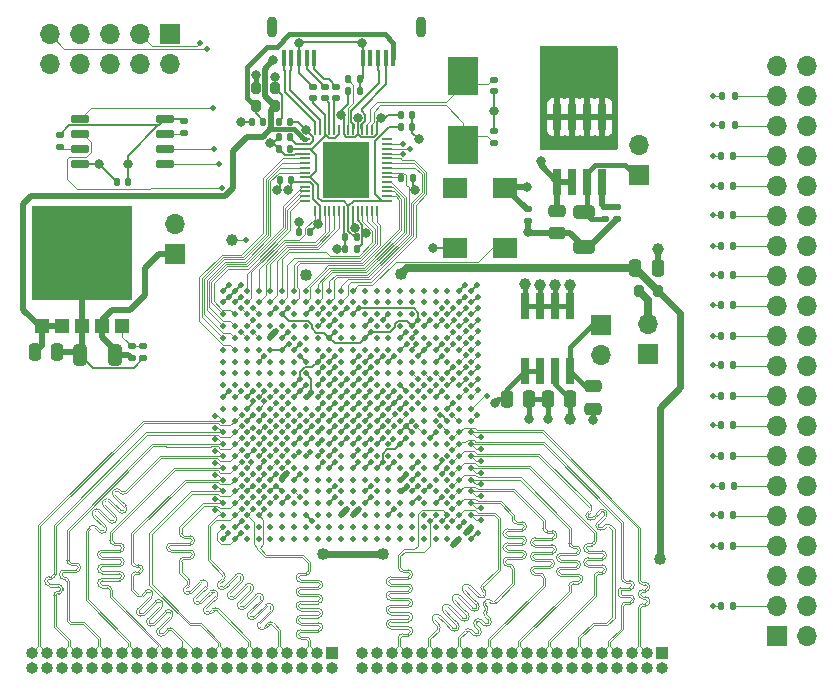
<source format=gbr>
%TF.GenerationSoftware,KiCad,Pcbnew,6.0.10-86aedd382b~118~ubuntu20.04.1*%
%TF.CreationDate,2023-03-04T23:04:56-08:00*%
%TF.ProjectId,ep2c35_trial,65703263-3335-45f7-9472-69616c2e6b69,rev?*%
%TF.SameCoordinates,Original*%
%TF.FileFunction,Copper,L1,Top*%
%TF.FilePolarity,Positive*%
%FSLAX46Y46*%
G04 Gerber Fmt 4.6, Leading zero omitted, Abs format (unit mm)*
G04 Created by KiCad (PCBNEW 6.0.10-86aedd382b~118~ubuntu20.04.1) date 2023-03-04 23:04:56*
%MOMM*%
%LPD*%
G01*
G04 APERTURE LIST*
G04 Aperture macros list*
%AMRoundRect*
0 Rectangle with rounded corners*
0 $1 Rounding radius*
0 $2 $3 $4 $5 $6 $7 $8 $9 X,Y pos of 4 corners*
0 Add a 4 corners polygon primitive as box body*
4,1,4,$2,$3,$4,$5,$6,$7,$8,$9,$2,$3,0*
0 Add four circle primitives for the rounded corners*
1,1,$1+$1,$2,$3*
1,1,$1+$1,$4,$5*
1,1,$1+$1,$6,$7*
1,1,$1+$1,$8,$9*
0 Add four rect primitives between the rounded corners*
20,1,$1+$1,$2,$3,$4,$5,0*
20,1,$1+$1,$4,$5,$6,$7,0*
20,1,$1+$1,$6,$7,$8,$9,0*
20,1,$1+$1,$8,$9,$2,$3,0*%
G04 Aperture macros list end*
%TA.AperFunction,SMDPad,CuDef*%
%ADD10RoundRect,0.140000X0.140000X0.170000X-0.140000X0.170000X-0.140000X-0.170000X0.140000X-0.170000X0*%
%TD*%
%TA.AperFunction,SMDPad,CuDef*%
%ADD11RoundRect,0.250000X-0.250000X-0.475000X0.250000X-0.475000X0.250000X0.475000X-0.250000X0.475000X0*%
%TD*%
%TA.AperFunction,ComponentPad*%
%ADD12R,1.700000X1.700000*%
%TD*%
%TA.AperFunction,ComponentPad*%
%ADD13O,1.700000X1.700000*%
%TD*%
%TA.AperFunction,SMDPad,CuDef*%
%ADD14RoundRect,0.140000X0.170000X-0.140000X0.170000X0.140000X-0.170000X0.140000X-0.170000X-0.140000X0*%
%TD*%
%TA.AperFunction,SMDPad,CuDef*%
%ADD15RoundRect,0.135000X-0.135000X-0.185000X0.135000X-0.185000X0.135000X0.185000X-0.135000X0.185000X0*%
%TD*%
%TA.AperFunction,SMDPad,CuDef*%
%ADD16RoundRect,0.200000X-0.200000X-0.275000X0.200000X-0.275000X0.200000X0.275000X-0.200000X0.275000X0*%
%TD*%
%TA.AperFunction,SMDPad,CuDef*%
%ADD17RoundRect,0.140000X-0.140000X-0.170000X0.140000X-0.170000X0.140000X0.170000X-0.140000X0.170000X0*%
%TD*%
%TA.AperFunction,SMDPad,CuDef*%
%ADD18C,1.000000*%
%TD*%
%TA.AperFunction,SMDPad,CuDef*%
%ADD19RoundRect,0.135000X0.185000X-0.135000X0.185000X0.135000X-0.185000X0.135000X-0.185000X-0.135000X0*%
%TD*%
%TA.AperFunction,SMDPad,CuDef*%
%ADD20RoundRect,0.140000X-0.170000X0.140000X-0.170000X-0.140000X0.170000X-0.140000X0.170000X0.140000X0*%
%TD*%
%TA.AperFunction,SMDPad,CuDef*%
%ADD21R,0.700000X2.200000*%
%TD*%
%TA.AperFunction,SMDPad,CuDef*%
%ADD22RoundRect,0.250000X0.475000X-0.250000X0.475000X0.250000X-0.475000X0.250000X-0.475000X-0.250000X0*%
%TD*%
%TA.AperFunction,SMDPad,CuDef*%
%ADD23RoundRect,0.250000X-0.325000X-0.650000X0.325000X-0.650000X0.325000X0.650000X-0.325000X0.650000X0*%
%TD*%
%TA.AperFunction,ComponentPad*%
%ADD24R,1.000000X1.000000*%
%TD*%
%TA.AperFunction,ComponentPad*%
%ADD25O,1.000000X1.000000*%
%TD*%
%TA.AperFunction,SMDPad,CuDef*%
%ADD26RoundRect,0.200000X0.200000X0.275000X-0.200000X0.275000X-0.200000X-0.275000X0.200000X-0.275000X0*%
%TD*%
%TA.AperFunction,SMDPad,CuDef*%
%ADD27RoundRect,0.135000X-0.185000X0.135000X-0.185000X-0.135000X0.185000X-0.135000X0.185000X0.135000X0*%
%TD*%
%TA.AperFunction,SMDPad,CuDef*%
%ADD28R,2.500000X3.325000*%
%TD*%
%TA.AperFunction,SMDPad,CuDef*%
%ADD29RoundRect,0.050000X0.387500X0.050000X-0.387500X0.050000X-0.387500X-0.050000X0.387500X-0.050000X0*%
%TD*%
%TA.AperFunction,SMDPad,CuDef*%
%ADD30RoundRect,0.050000X0.050000X0.387500X-0.050000X0.387500X-0.050000X-0.387500X0.050000X-0.387500X0*%
%TD*%
%TA.AperFunction,SMDPad,CuDef*%
%ADD31R,3.900000X4.700000*%
%TD*%
%TA.AperFunction,SMDPad,CuDef*%
%ADD32RoundRect,0.250000X0.250000X0.475000X-0.250000X0.475000X-0.250000X-0.475000X0.250000X-0.475000X0*%
%TD*%
%TA.AperFunction,SMDPad,CuDef*%
%ADD33RoundRect,0.250000X0.650000X-0.325000X0.650000X0.325000X-0.650000X0.325000X-0.650000X-0.325000X0*%
%TD*%
%TA.AperFunction,SMDPad,CuDef*%
%ADD34RoundRect,0.150000X-0.650000X-0.150000X0.650000X-0.150000X0.650000X0.150000X-0.650000X0.150000X0*%
%TD*%
%TA.AperFunction,SMDPad,CuDef*%
%ADD35R,2.000000X1.800000*%
%TD*%
%TA.AperFunction,SMDPad,CuDef*%
%ADD36R,1.200000X1.200000*%
%TD*%
%TA.AperFunction,ComponentPad*%
%ADD37C,0.460000*%
%TD*%
%TA.AperFunction,SMDPad,CuDef*%
%ADD38R,8.450000X8.012500*%
%TD*%
%TA.AperFunction,SMDPad,CuDef*%
%ADD39R,0.400000X1.350000*%
%TD*%
%TA.AperFunction,ComponentPad*%
%ADD40O,0.900000X1.800000*%
%TD*%
%TA.AperFunction,SMDPad,CuDef*%
%ADD41C,0.500000*%
%TD*%
%TA.AperFunction,ViaPad*%
%ADD42C,0.460000*%
%TD*%
%TA.AperFunction,ViaPad*%
%ADD43C,1.000000*%
%TD*%
%TA.AperFunction,ViaPad*%
%ADD44C,1.016000*%
%TD*%
%TA.AperFunction,ViaPad*%
%ADD45C,0.800000*%
%TD*%
%TA.AperFunction,Conductor*%
%ADD46C,0.100000*%
%TD*%
%TA.AperFunction,Conductor*%
%ADD47C,0.200000*%
%TD*%
%TA.AperFunction,Conductor*%
%ADD48C,0.508000*%
%TD*%
%TA.AperFunction,Conductor*%
%ADD49C,0.400000*%
%TD*%
%TA.AperFunction,Conductor*%
%ADD50C,0.700000*%
%TD*%
%TA.AperFunction,Conductor*%
%ADD51C,0.600000*%
%TD*%
%TA.AperFunction,Conductor*%
%ADD52C,0.090000*%
%TD*%
%TA.AperFunction,Conductor*%
%ADD53C,0.500000*%
%TD*%
G04 APERTURE END LIST*
D10*
%TO.P,C5,1*%
%TO.N,/VBUS_RAW*%
X137410000Y-56700000D03*
%TO.P,C5,2*%
%TO.N,GND*%
X136450000Y-56700000D03*
%TD*%
D11*
%TO.P,C28,1*%
%TO.N,GND*%
X161500000Y-80200000D03*
%TO.P,C28,2*%
%TO.N,+2V5*%
X163400000Y-80200000D03*
%TD*%
D12*
%TO.P,J6,1,Pin_1*%
%TO.N,/3V3_LDO*%
X129950000Y-67925000D03*
D13*
%TO.P,J6,2,Pin_2*%
%TO.N,+3.3V*%
X129950000Y-65385000D03*
%TD*%
D14*
%TO.P,C19,1*%
%TO.N,GND*%
X156930000Y-54127500D03*
%TO.P,C19,2*%
%TO.N,Net-(C19-Pad2)*%
X156930000Y-53167500D03*
%TD*%
%TO.P,C22,1*%
%TO.N,GND*%
X159800000Y-65080000D03*
%TO.P,C22,2*%
%TO.N,+3.3V*%
X159800000Y-64120000D03*
%TD*%
D15*
%TO.P,R44,1*%
%TO.N,/DIG_D4*%
X176180000Y-64600000D03*
%TO.P,R44,2*%
%TO.N,/POD_D4*%
X177200000Y-64600000D03*
%TD*%
%TO.P,R39,1*%
%TO.N,/DIG_D9*%
X176180000Y-77300000D03*
%TO.P,R39,2*%
%TO.N,/POD_D9*%
X177200000Y-77300000D03*
%TD*%
%TO.P,R33,1*%
%TO.N,/DIG_D15*%
X176180000Y-92600000D03*
%TO.P,R33,2*%
%TO.N,/POD_D15*%
X177200000Y-92600000D03*
%TD*%
D16*
%TO.P,FB2,1*%
%TO.N,/USB_SHIELD*%
X136750000Y-53850000D03*
%TO.P,FB2,2*%
%TO.N,GND*%
X138400000Y-53850000D03*
%TD*%
D15*
%TO.P,R46,1*%
%TO.N,/DIG_D2*%
X176180000Y-59600000D03*
%TO.P,R46,2*%
%TO.N,/POD_D2*%
X177200000Y-59600000D03*
%TD*%
D17*
%TO.P,C13,1*%
%TO.N,GND*%
X138740000Y-58000000D03*
%TO.P,C13,2*%
%TO.N,+3.3V*%
X139700000Y-58000000D03*
%TD*%
D10*
%TO.P,C17,1*%
%TO.N,GND*%
X150010000Y-57150000D03*
%TO.P,C17,2*%
%TO.N,+1V0*%
X149050000Y-57150000D03*
%TD*%
D18*
%TO.P,TP1,1,1*%
%TO.N,/CRC_ERROR*%
X134750000Y-66700000D03*
%TD*%
D10*
%TO.P,C9,1*%
%TO.N,GND*%
X145560000Y-54100000D03*
%TO.P,C9,2*%
%TO.N,+3.3V*%
X144600000Y-54100000D03*
%TD*%
D19*
%TO.P,R4,1*%
%TO.N,/SPI_nRESET*%
X130650000Y-57670000D03*
%TO.P,R4,2*%
%TO.N,+3.3V*%
X130650000Y-56650000D03*
%TD*%
D20*
%TO.P,C16,1*%
%TO.N,GND*%
X141600000Y-53740000D03*
%TO.P,C16,2*%
%TO.N,+1V0*%
X141600000Y-54700000D03*
%TD*%
D10*
%TO.P,C14,1*%
%TO.N,GND*%
X150000000Y-56150000D03*
%TO.P,C14,2*%
%TO.N,+3.3V*%
X149040000Y-56150000D03*
%TD*%
D21*
%TO.P,U5,1,EN*%
%TO.N,+3.3V*%
X162290000Y-61790000D03*
%TO.P,U5,2,IN*%
X163560000Y-61790000D03*
%TO.P,U5,3,OUT*%
%TO.N,/2V5_LDO*%
X164830000Y-61790000D03*
%TO.P,U5,4,ADJ*%
%TO.N,/2V5_ADJ*%
X166100000Y-61790000D03*
%TO.P,U5,5,GND*%
%TO.N,GND*%
X166100000Y-56290000D03*
%TO.P,U5,6,GND*%
X164830000Y-56290000D03*
%TO.P,U5,7,GND*%
X163560000Y-56290000D03*
%TO.P,U5,8,GND*%
X162290000Y-56290000D03*
%TD*%
D15*
%TO.P,R43,1*%
%TO.N,/DIG_D5*%
X176180000Y-67200000D03*
%TO.P,R43,2*%
%TO.N,/POD_D5*%
X177200000Y-67200000D03*
%TD*%
%TO.P,R34,1*%
%TO.N,/DIG_D14*%
X176180000Y-90000000D03*
%TO.P,R34,2*%
%TO.N,/POD_D14*%
X177200000Y-90000000D03*
%TD*%
D17*
%TO.P,C8,1*%
%TO.N,GND*%
X138740000Y-59000000D03*
%TO.P,C8,2*%
%TO.N,+1V0*%
X139700000Y-59000000D03*
%TD*%
D19*
%TO.P,R9,1*%
%TO.N,GND*%
X127250000Y-76720000D03*
%TO.P,R9,2*%
%TO.N,/3V3_ADJ*%
X127250000Y-75700000D03*
%TD*%
D15*
%TO.P,R48,1*%
%TO.N,/DIG_D0*%
X176280000Y-54500000D03*
%TO.P,R48,2*%
%TO.N,/POD_D0*%
X177300000Y-54500000D03*
%TD*%
D22*
%TO.P,C29,1*%
%TO.N,GND*%
X165300000Y-81000000D03*
%TO.P,C29,2*%
%TO.N,/1V2_LDO*%
X165300000Y-79100000D03*
%TD*%
D19*
%TO.P,R3,1*%
%TO.N,/SPI_nWP*%
X120150000Y-58870000D03*
%TO.P,R3,2*%
%TO.N,+3.3V*%
X120150000Y-57850000D03*
%TD*%
D17*
%TO.P,C21,1*%
%TO.N,GND*%
X138720000Y-56700000D03*
%TO.P,C21,2*%
%TO.N,+3.3V*%
X139680000Y-56700000D03*
%TD*%
D23*
%TO.P,C24,1*%
%TO.N,GND*%
X121900000Y-76420000D03*
%TO.P,C24,2*%
%TO.N,/3V3_LDO*%
X124850000Y-76420000D03*
%TD*%
D20*
%TO.P,C7,1*%
%TO.N,/USB_SSTX_RAW_P*%
X142600000Y-53750000D03*
%TO.P,C7,2*%
%TO.N,/USB_SSTX_P*%
X142600000Y-54710000D03*
%TD*%
D24*
%TO.P,J2,1,Pin_1*%
%TO.N,GND*%
X171150000Y-101650000D03*
D25*
%TO.P,J2,2,Pin_2*%
X171150000Y-102920000D03*
%TO.P,J2,3,Pin_3*%
%TO.N,/LVDS_RX_DATA1_7_N*%
X169880000Y-101650000D03*
%TO.P,J2,4,Pin_4*%
%TO.N,GND*%
X169880000Y-102920000D03*
%TO.P,J2,5,Pin_5*%
%TO.N,/LVDS_RX_DATA1_7_P*%
X168610000Y-101650000D03*
%TO.P,J2,6,Pin_6*%
%TO.N,GND*%
X168610000Y-102920000D03*
%TO.P,J2,7,Pin_7*%
%TO.N,/LVDS_RX_DATA1_6_N*%
X167340000Y-101650000D03*
%TO.P,J2,8,Pin_8*%
%TO.N,GND*%
X167340000Y-102920000D03*
%TO.P,J2,9,Pin_9*%
%TO.N,/LVDS_RX_DATA1_6_P*%
X166070000Y-101650000D03*
%TO.P,J2,10,Pin_10*%
%TO.N,GND*%
X166070000Y-102920000D03*
%TO.P,J2,11,Pin_11*%
%TO.N,/LVDS_RX_DATA1_5_N*%
X164800000Y-101650000D03*
%TO.P,J2,12,Pin_12*%
%TO.N,GND*%
X164800000Y-102920000D03*
%TO.P,J2,13,Pin_13*%
%TO.N,/LVDS_RX_DATA1_5_P*%
X163530000Y-101650000D03*
%TO.P,J2,14,Pin_14*%
%TO.N,GND*%
X163530000Y-102920000D03*
%TO.P,J2,15,Pin_15*%
%TO.N,/LVDS_RX_DATA1_4_N*%
X162260000Y-101650000D03*
%TO.P,J2,16,Pin_16*%
%TO.N,GND*%
X162260000Y-102920000D03*
%TO.P,J2,17,Pin_17*%
%TO.N,/LVDS_RX_DATA1_4_P*%
X160990000Y-101650000D03*
%TO.P,J2,18,Pin_18*%
%TO.N,GND*%
X160990000Y-102920000D03*
%TO.P,J2,19,Pin_19*%
%TO.N,/LVDS_RX_DATA1_3_N*%
X159720000Y-101650000D03*
%TO.P,J2,20,Pin_20*%
%TO.N,GND*%
X159720000Y-102920000D03*
%TO.P,J2,21,Pin_21*%
%TO.N,/LVDS_RX_DATA1_3_P*%
X158450000Y-101650000D03*
%TO.P,J2,22,Pin_22*%
%TO.N,GND*%
X158450000Y-102920000D03*
%TO.P,J2,23,Pin_23*%
%TO.N,/LVDS_RX_DATA1_2_N*%
X157180000Y-101650000D03*
%TO.P,J2,24,Pin_24*%
%TO.N,GND*%
X157180000Y-102920000D03*
%TO.P,J2,25,Pin_25*%
%TO.N,/LVDS_RX_DATA1_2_P*%
X155910000Y-101650000D03*
%TO.P,J2,26,Pin_26*%
%TO.N,GND*%
X155910000Y-102920000D03*
%TO.P,J2,27,Pin_27*%
%TO.N,/LVDS_RX_DATA1_1_N*%
X154640000Y-101650000D03*
%TO.P,J2,28,Pin_28*%
%TO.N,GND*%
X154640000Y-102920000D03*
%TO.P,J2,29,Pin_29*%
%TO.N,/LVDS_RX_DATA1_1_P*%
X153370000Y-101650000D03*
%TO.P,J2,30,Pin_30*%
%TO.N,GND*%
X153370000Y-102920000D03*
%TO.P,J2,31,Pin_31*%
%TO.N,/LVDS_RX_DATA1_0_N*%
X152100000Y-101650000D03*
%TO.P,J2,32,Pin_32*%
%TO.N,GND*%
X152100000Y-102920000D03*
%TO.P,J2,33,Pin_33*%
%TO.N,/LVDS_RX_DATA1_0_P*%
X150830000Y-101650000D03*
%TO.P,J2,34,Pin_34*%
%TO.N,GND*%
X150830000Y-102920000D03*
%TO.P,J2,35,Pin_35*%
%TO.N,/LVDS_RX_FCLK1_N*%
X149560000Y-101650000D03*
%TO.P,J2,36,Pin_36*%
%TO.N,GND*%
X149560000Y-102920000D03*
%TO.P,J2,37,Pin_37*%
%TO.N,/LVDS_RX_FCLK1_P*%
X148290000Y-101650000D03*
%TO.P,J2,38,Pin_38*%
%TO.N,GND*%
X148290000Y-102920000D03*
%TO.P,J2,39,Pin_39*%
%TO.N,/LVDS_RX_CLK1_N*%
X147020000Y-101650000D03*
%TO.P,J2,40,Pin_40*%
%TO.N,GND*%
X147020000Y-102920000D03*
%TO.P,J2,41,Pin_41*%
%TO.N,/LVDS_RX_CLK1_P*%
X145750000Y-101650000D03*
%TO.P,J2,42,Pin_42*%
%TO.N,GND*%
X145750000Y-102920000D03*
%TD*%
D15*
%TO.P,R37,1*%
%TO.N,/DIG_D11*%
X176180000Y-82400000D03*
%TO.P,R37,2*%
%TO.N,/POD_D11*%
X177200000Y-82400000D03*
%TD*%
D12*
%TO.P,J9,1,Pin_1*%
%TO.N,+1V2*%
X170000000Y-76400000D03*
D13*
%TO.P,J9,2,Pin_2*%
%TO.N,/1V2_OPT*%
X170000000Y-73860000D03*
%TD*%
D15*
%TO.P,R45,1*%
%TO.N,/DIG_D3*%
X176180000Y-62100000D03*
%TO.P,R45,2*%
%TO.N,/POD_D3*%
X177200000Y-62100000D03*
%TD*%
%TO.P,R47,1*%
%TO.N,/DIG_D1*%
X176280000Y-57000000D03*
%TO.P,R47,2*%
%TO.N,/POD_D1*%
X177300000Y-57000000D03*
%TD*%
%TO.P,R7,1*%
%TO.N,/FT_SIWU_N*%
X149040000Y-61500000D03*
%TO.P,R7,2*%
%TO.N,+3.3V*%
X150060000Y-61500000D03*
%TD*%
D21*
%TO.P,U6,1,EN*%
%TO.N,+3.3V*%
X159560000Y-77800000D03*
%TO.P,U6,2,VBIAS*%
X160830000Y-77800000D03*
%TO.P,U6,3,VIN*%
%TO.N,+2V5*%
X162100000Y-77800000D03*
%TO.P,U6,4,VOUT*%
%TO.N,/1V2_LDO*%
X163370000Y-77800000D03*
%TO.P,U6,5,GND*%
%TO.N,GND*%
X163370000Y-72300000D03*
%TO.P,U6,6,GND*%
X162100000Y-72300000D03*
%TO.P,U6,7,GND*%
X160830000Y-72300000D03*
%TO.P,U6,8,GND*%
X159560000Y-72300000D03*
%TD*%
D22*
%TO.P,C25,1*%
%TO.N,GND*%
X162250000Y-66140000D03*
%TO.P,C25,2*%
%TO.N,+3.3V*%
X162250000Y-64240000D03*
%TD*%
D15*
%TO.P,R32,1*%
%TO.N,/DIG_CLK*%
X176180000Y-97700000D03*
%TO.P,R32,2*%
%TO.N,/POD_CLK*%
X177200000Y-97700000D03*
%TD*%
%TO.P,R40,1*%
%TO.N,/DIG_D8*%
X176180000Y-74800000D03*
%TO.P,R40,2*%
%TO.N,/POD_D8*%
X177200000Y-74800000D03*
%TD*%
%TO.P,R35,1*%
%TO.N,/DIG_D13*%
X176200000Y-87500000D03*
%TO.P,R35,2*%
%TO.N,/POD_D13*%
X177220000Y-87500000D03*
%TD*%
D26*
%TO.P,FB1,1*%
%TO.N,/VBUS*%
X138400000Y-55400000D03*
%TO.P,FB1,2*%
%TO.N,/VBUS_RAW*%
X136750000Y-55400000D03*
%TD*%
D27*
%TO.P,R8,1*%
%TO.N,/3V3_ADJ*%
X126250000Y-75700000D03*
%TO.P,R8,2*%
%TO.N,/3V3_LDO*%
X126250000Y-76720000D03*
%TD*%
D28*
%TO.P,Y1,1,1*%
%TO.N,Net-(C19-Pad2)*%
X154350000Y-52825000D03*
%TO.P,Y1,2,2*%
%TO.N,Net-(C20-Pad2)*%
X154350000Y-58650000D03*
%TD*%
D29*
%TO.P,U3,1,AVDD*%
%TO.N,+1V0*%
X147837500Y-63400000D03*
%TO.P,U3,2,BE_0*%
%TO.N,/FT_BE0*%
X147837500Y-63000000D03*
%TO.P,U3,3,BE_1*%
%TO.N,/FT_BE1*%
X147837500Y-62600000D03*
%TO.P,U3,4,TXE_N*%
%TO.N,/FT_TXE_N*%
X147837500Y-62200000D03*
%TO.P,U3,5,RXF_N*%
%TO.N,/FT_RXF_N*%
X147837500Y-61800000D03*
%TO.P,U3,6,SIWU_N*%
%TO.N,/FT_SIWU_N*%
X147837500Y-61400000D03*
%TO.P,U3,7,WR_N*%
%TO.N,/FT_WR_N*%
X147837500Y-61000000D03*
%TO.P,U3,8,RD_N*%
%TO.N,/FT_RD_N*%
X147837500Y-60600000D03*
%TO.P,U3,9,OE_N*%
%TO.N,/FT_OE_N*%
X147837500Y-60200000D03*
%TO.P,U3,10,RESET_N*%
%TO.N,/FT_RESET_N*%
X147837500Y-59800000D03*
%TO.P,U3,11,WAKEUP_N*%
%TO.N,/FT_WAKEUP_N*%
X147837500Y-59400000D03*
%TO.P,U3,12,GPIO0*%
%TO.N,/FT_GPIO0*%
X147837500Y-59000000D03*
%TO.P,U3,13,GPIO1*%
%TO.N,/FT_GPIO1*%
X147837500Y-58600000D03*
%TO.P,U3,14,RESERVED*%
%TO.N,unconnected-(U3-Pad14)*%
X147837500Y-58200000D03*
D30*
%TO.P,U3,15,VCC33*%
%TO.N,+3.3V*%
X147000000Y-57362500D03*
%TO.P,U3,16,XI*%
%TO.N,Net-(C20-Pad2)*%
X146600000Y-57362500D03*
%TO.P,U3,17,XO*%
%TO.N,Net-(C19-Pad2)*%
X146200000Y-57362500D03*
%TO.P,U3,18,DP*%
%TO.N,/USB_D_N*%
X145800000Y-57362500D03*
%TO.P,U3,19,VCC33*%
%TO.N,+3.3V*%
X145400000Y-57362500D03*
%TO.P,U3,20,DM*%
%TO.N,/USB_D_P*%
X145000000Y-57362500D03*
%TO.P,U3,21,RREF*%
%TO.N,/USB_RREF*%
X144600000Y-57362500D03*
%TO.P,U3,22,VDDA*%
%TO.N,+3.3V*%
X144200000Y-57362500D03*
%TO.P,U3,23,VD10*%
%TO.N,+1V0*%
X143800000Y-57362500D03*
%TO.P,U3,24,TODN*%
%TO.N,/USB_SSTX_N*%
X143400000Y-57362500D03*
%TO.P,U3,25,TODP*%
%TO.N,/USB_SSTX_P*%
X143000000Y-57362500D03*
%TO.P,U3,26,VD10*%
%TO.N,+1V0*%
X142600000Y-57362500D03*
%TO.P,U3,27,RIDN*%
%TO.N,/USB_SSRX_N*%
X142200000Y-57362500D03*
%TO.P,U3,28,RIDP*%
%TO.N,/USB_SSRX_P*%
X141800000Y-57362500D03*
D29*
%TO.P,U3,29,VBUS*%
%TO.N,/VBUS*%
X140962500Y-58200000D03*
%TO.P,U3,30,VCC33*%
%TO.N,+3.3V*%
X140962500Y-58600000D03*
%TO.P,U3,31,DV10*%
%TO.N,+1V0*%
X140962500Y-59000000D03*
%TO.P,U3,32,GND*%
%TO.N,GND*%
X140962500Y-59400000D03*
%TO.P,U3,33,DATA_0*%
%TO.N,/FT_DATA0*%
X140962500Y-59800000D03*
%TO.P,U3,34,DATA_1*%
%TO.N,/FT_DATA1*%
X140962500Y-60200000D03*
%TO.P,U3,35,DATA_2*%
%TO.N,/FT_DATA2*%
X140962500Y-60600000D03*
%TO.P,U3,36,DATA_3*%
%TO.N,/FT_DATA3*%
X140962500Y-61000000D03*
%TO.P,U3,37,VD10*%
%TO.N,+1V0*%
X140962500Y-61400000D03*
%TO.P,U3,38,VCCIO*%
%TO.N,+3.3V*%
X140962500Y-61800000D03*
%TO.P,U3,39,DATA_4*%
%TO.N,/FT_DATA4*%
X140962500Y-62200000D03*
%TO.P,U3,40,DATA_5*%
%TO.N,/FT_DATA5*%
X140962500Y-62600000D03*
%TO.P,U3,41,DATA_6*%
%TO.N,/FT_DATA6*%
X140962500Y-63000000D03*
%TO.P,U3,42,DATA_7*%
%TO.N,/FT_DATA7*%
X140962500Y-63400000D03*
D30*
%TO.P,U3,43,CLK*%
%TO.N,/FT_CLK*%
X141800000Y-64237500D03*
%TO.P,U3,44,VCCIO*%
%TO.N,+3.3V*%
X142200000Y-64237500D03*
%TO.P,U3,45,DATA_8*%
%TO.N,/FT_DATA8*%
X142600000Y-64237500D03*
%TO.P,U3,46,DATA_9*%
%TO.N,/FT_DATA9*%
X143000000Y-64237500D03*
%TO.P,U3,47,DATA_10*%
%TO.N,/FT_DATA10*%
X143400000Y-64237500D03*
%TO.P,U3,48,DATA_11*%
%TO.N,/FT_DATA11*%
X143800000Y-64237500D03*
%TO.P,U3,49,GND*%
%TO.N,GND*%
X144200000Y-64237500D03*
%TO.P,U3,50,VD10*%
%TO.N,+1V0*%
X144600000Y-64237500D03*
%TO.P,U3,51,GND*%
%TO.N,GND*%
X145000000Y-64237500D03*
%TO.P,U3,52,VCCIO*%
%TO.N,+3.3V*%
X145400000Y-64237500D03*
%TO.P,U3,53,DATA_12*%
%TO.N,/FT_DATA12*%
X145800000Y-64237500D03*
%TO.P,U3,54,DATA_13*%
%TO.N,/FT_DATA13*%
X146200000Y-64237500D03*
%TO.P,U3,55,DATA_14*%
%TO.N,/FT_DATA14*%
X146600000Y-64237500D03*
%TO.P,U3,56,DATA_15*%
%TO.N,/FT_DATA15*%
X147000000Y-64237500D03*
D31*
%TO.P,U3,57,GND*%
%TO.N,GND*%
X144400000Y-60800000D03*
%TD*%
D15*
%TO.P,R41,1*%
%TO.N,/DIG_D7*%
X176180000Y-72200000D03*
%TO.P,R41,2*%
%TO.N,/POD_D7*%
X177200000Y-72200000D03*
%TD*%
D32*
%TO.P,C23,1*%
%TO.N,GND*%
X119950000Y-76220000D03*
%TO.P,C23,2*%
%TO.N,/VBUS*%
X118050000Y-76220000D03*
%TD*%
D16*
%TO.P,FB3,1*%
%TO.N,/1V2_OPT*%
X169175000Y-71000000D03*
%TO.P,FB3,2*%
%TO.N,+1V2A*%
X170825000Y-71000000D03*
%TD*%
D33*
%TO.P,C26,1*%
%TO.N,GND*%
X164550000Y-67290000D03*
%TO.P,C26,2*%
%TO.N,/2V5_LDO*%
X164550000Y-64340000D03*
%TD*%
D34*
%TO.P,U4,1,~{CS}*%
%TO.N,/SPI_nCS*%
X121850000Y-56495000D03*
%TO.P,U4,2,DO(IO1)*%
%TO.N,/SPI_DATA0*%
X121850000Y-57765000D03*
%TO.P,U4,3,IO2*%
%TO.N,/SPI_nWP*%
X121850000Y-59035000D03*
%TO.P,U4,4,GND*%
%TO.N,GND*%
X121850000Y-60305000D03*
%TO.P,U4,5,DI(IO0)*%
%TO.N,/SPI_ADS*%
X129050000Y-60305000D03*
%TO.P,U4,6,CLK*%
%TO.N,/SPI_DCLK*%
X129050000Y-59035000D03*
%TO.P,U4,7,IO3*%
%TO.N,/SPI_nRESET*%
X129050000Y-57765000D03*
%TO.P,U4,8,VCC*%
%TO.N,+3.3V*%
X129050000Y-56495000D03*
%TD*%
D12*
%TO.P,J3,1,+5V*%
%TO.N,/VBUS*%
X180900000Y-100200000D03*
D13*
%TO.P,J3,2,PGND*%
%TO.N,GND*%
X183440000Y-100200000D03*
%TO.P,J3,3,CLOCK*%
%TO.N,/POD_CLK*%
X180900000Y-97660000D03*
%TO.P,J3,4,GND*%
%TO.N,GND*%
X183440000Y-97660000D03*
%TO.P,J3,5,DNC*%
%TO.N,unconnected-(J3-Pad5)*%
X180900000Y-95120000D03*
%TO.P,J3,6,GND*%
%TO.N,GND*%
X183440000Y-95120000D03*
%TO.P,J3,7,D15*%
%TO.N,/POD_D15*%
X180900000Y-92580000D03*
%TO.P,J3,8,GND*%
%TO.N,GND*%
X183440000Y-92580000D03*
%TO.P,J3,9,D14*%
%TO.N,/POD_D14*%
X180900000Y-90040000D03*
%TO.P,J3,10,GND*%
%TO.N,GND*%
X183440000Y-90040000D03*
%TO.P,J3,11,D13*%
%TO.N,/POD_D13*%
X180900000Y-87500000D03*
%TO.P,J3,12,GND*%
%TO.N,GND*%
X183440000Y-87500000D03*
%TO.P,J3,13,D12*%
%TO.N,/POD_D12*%
X180900000Y-84960000D03*
%TO.P,J3,14,GND*%
%TO.N,GND*%
X183440000Y-84960000D03*
%TO.P,J3,15,D11*%
%TO.N,/POD_D11*%
X180900000Y-82420000D03*
%TO.P,J3,16,GND*%
%TO.N,GND*%
X183440000Y-82420000D03*
%TO.P,J3,17,D10*%
%TO.N,/POD_D10*%
X180900000Y-79880000D03*
%TO.P,J3,18,GND*%
%TO.N,GND*%
X183440000Y-79880000D03*
%TO.P,J3,19,D9*%
%TO.N,/POD_D9*%
X180900000Y-77340000D03*
%TO.P,J3,20,GND*%
%TO.N,GND*%
X183440000Y-77340000D03*
%TO.P,J3,21,D8*%
%TO.N,/POD_D8*%
X180900000Y-74800000D03*
%TO.P,J3,22,GND*%
%TO.N,GND*%
X183440000Y-74800000D03*
%TO.P,J3,23,D7*%
%TO.N,/POD_D7*%
X180900000Y-72260000D03*
%TO.P,J3,24,GND*%
%TO.N,GND*%
X183440000Y-72260000D03*
%TO.P,J3,25,D6*%
%TO.N,/POD_D6*%
X180900000Y-69720000D03*
%TO.P,J3,26,GND*%
%TO.N,GND*%
X183440000Y-69720000D03*
%TO.P,J3,27,D5*%
%TO.N,/POD_D5*%
X180900000Y-67180000D03*
%TO.P,J3,28,GND*%
%TO.N,GND*%
X183440000Y-67180000D03*
%TO.P,J3,29,D4*%
%TO.N,/POD_D4*%
X180900000Y-64640000D03*
%TO.P,J3,30,GND*%
%TO.N,GND*%
X183440000Y-64640000D03*
%TO.P,J3,31,D3*%
%TO.N,/POD_D3*%
X180900000Y-62100000D03*
%TO.P,J3,32,GND*%
%TO.N,GND*%
X183440000Y-62100000D03*
%TO.P,J3,33,D2*%
%TO.N,/POD_D2*%
X180900000Y-59560000D03*
%TO.P,J3,34,GND*%
%TO.N,GND*%
X183440000Y-59560000D03*
%TO.P,J3,35,D1*%
%TO.N,/POD_D1*%
X180900000Y-57020000D03*
%TO.P,J3,36,GND*%
%TO.N,GND*%
X183440000Y-57020000D03*
%TO.P,J3,37,D0*%
%TO.N,/POD_D0*%
X180900000Y-54480000D03*
%TO.P,J3,38,GND*%
%TO.N,GND*%
X183440000Y-54480000D03*
%TO.P,J3,39,+5V*%
%TO.N,/VBUS*%
X180900000Y-51940000D03*
%TO.P,J3,40,PGND*%
%TO.N,GND*%
X183440000Y-51940000D03*
%TD*%
D15*
%TO.P,R1,1*%
%TO.N,/USB_RREF*%
X144550000Y-53100000D03*
%TO.P,R1,2*%
%TO.N,GND*%
X145570000Y-53100000D03*
%TD*%
D20*
%TO.P,C20,1*%
%TO.N,GND*%
X156930000Y-57517500D03*
%TO.P,C20,2*%
%TO.N,Net-(C20-Pad2)*%
X156930000Y-58477500D03*
%TD*%
D12*
%TO.P,J5,1,Pin_1*%
%TO.N,/TCK*%
X129500000Y-49300000D03*
D13*
%TO.P,J5,2,Pin_2*%
%TO.N,GND*%
X129500000Y-51840000D03*
%TO.P,J5,3,Pin_3*%
%TO.N,/TDO*%
X126960000Y-49300000D03*
%TO.P,J5,4,Pin_4*%
%TO.N,+3.3V*%
X126960000Y-51840000D03*
%TO.P,J5,5,Pin_5*%
%TO.N,/TMS*%
X124420000Y-49300000D03*
%TO.P,J5,6,Pin_6*%
%TO.N,unconnected-(J5-Pad6)*%
X124420000Y-51840000D03*
%TO.P,J5,7,Pin_7*%
%TO.N,unconnected-(J5-Pad7)*%
X121880000Y-49300000D03*
%TO.P,J5,8,Pin_8*%
%TO.N,unconnected-(J5-Pad8)*%
X121880000Y-51840000D03*
%TO.P,J5,9,Pin_9*%
%TO.N,/TDI*%
X119340000Y-49300000D03*
%TO.P,J5,10,Pin_10*%
%TO.N,GND*%
X119340000Y-51840000D03*
%TD*%
D24*
%TO.P,J1,1,Pin_1*%
%TO.N,GND*%
X143210000Y-101650000D03*
D25*
%TO.P,J1,2,Pin_2*%
X143210000Y-102920000D03*
%TO.P,J1,3,Pin_3*%
%TO.N,/LVDS_RX_FCLK0_N*%
X141940000Y-101650000D03*
%TO.P,J1,4,Pin_4*%
%TO.N,GND*%
X141940000Y-102920000D03*
%TO.P,J1,5,Pin_5*%
%TO.N,/LVDS_RX_FCLK0_P*%
X140670000Y-101650000D03*
%TO.P,J1,6,Pin_6*%
%TO.N,GND*%
X140670000Y-102920000D03*
%TO.P,J1,7,Pin_7*%
%TO.N,/LVDS_RX_DATA0_7_N*%
X139400000Y-101650000D03*
%TO.P,J1,8,Pin_8*%
%TO.N,GND*%
X139400000Y-102920000D03*
%TO.P,J1,9,Pin_9*%
%TO.N,/LVDS_RX_DATA0_7_P*%
X138130000Y-101650000D03*
%TO.P,J1,10,Pin_10*%
%TO.N,GND*%
X138130000Y-102920000D03*
%TO.P,J1,11,Pin_11*%
%TO.N,/LVDS_RX_DATA0_6_N*%
X136860000Y-101650000D03*
%TO.P,J1,12,Pin_12*%
%TO.N,GND*%
X136860000Y-102920000D03*
%TO.P,J1,13,Pin_13*%
%TO.N,/LVDS_RX_DATA0_6_P*%
X135590000Y-101650000D03*
%TO.P,J1,14,Pin_14*%
%TO.N,GND*%
X135590000Y-102920000D03*
%TO.P,J1,15,Pin_15*%
%TO.N,/LVDS_RX_DATA0_5_N*%
X134320000Y-101650000D03*
%TO.P,J1,16,Pin_16*%
%TO.N,GND*%
X134320000Y-102920000D03*
%TO.P,J1,17,Pin_17*%
%TO.N,/LVDS_RX_DATA0_5_P*%
X133050000Y-101650000D03*
%TO.P,J1,18,Pin_18*%
%TO.N,GND*%
X133050000Y-102920000D03*
%TO.P,J1,19,Pin_19*%
%TO.N,/LVDS_RX_DATA0_4_N*%
X131780000Y-101650000D03*
%TO.P,J1,20,Pin_20*%
%TO.N,GND*%
X131780000Y-102920000D03*
%TO.P,J1,21,Pin_21*%
%TO.N,/LVDS_RX_DATA0_4_P*%
X130510000Y-101650000D03*
%TO.P,J1,22,Pin_22*%
%TO.N,GND*%
X130510000Y-102920000D03*
%TO.P,J1,23,Pin_23*%
%TO.N,/LVDS_RX_DATA0_3_N*%
X129240000Y-101650000D03*
%TO.P,J1,24,Pin_24*%
%TO.N,GND*%
X129240000Y-102920000D03*
%TO.P,J1,25,Pin_25*%
%TO.N,/LVDS_RX_DATA0_3_P*%
X127970000Y-101650000D03*
%TO.P,J1,26,Pin_26*%
%TO.N,GND*%
X127970000Y-102920000D03*
%TO.P,J1,27,Pin_27*%
%TO.N,/LVDS_RX_DATA0_2_N*%
X126700000Y-101650000D03*
%TO.P,J1,28,Pin_28*%
%TO.N,GND*%
X126700000Y-102920000D03*
%TO.P,J1,29,Pin_29*%
%TO.N,/LVDS_RX_DATA0_2_P*%
X125430000Y-101650000D03*
%TO.P,J1,30,Pin_30*%
%TO.N,GND*%
X125430000Y-102920000D03*
%TO.P,J1,31,Pin_31*%
%TO.N,/LVDS_RX_DATA0_1_N*%
X124160000Y-101650000D03*
%TO.P,J1,32,Pin_32*%
%TO.N,GND*%
X124160000Y-102920000D03*
%TO.P,J1,33,Pin_33*%
%TO.N,/LVDS_RX_DATA0_1_P*%
X122890000Y-101650000D03*
%TO.P,J1,34,Pin_34*%
%TO.N,GND*%
X122890000Y-102920000D03*
%TO.P,J1,35,Pin_35*%
%TO.N,/LVDS_RX_DATA0_0_N*%
X121620000Y-101650000D03*
%TO.P,J1,36,Pin_36*%
%TO.N,GND*%
X121620000Y-102920000D03*
%TO.P,J1,37,Pin_37*%
%TO.N,/LVDS_RX_DATA0_0_P*%
X120350000Y-101650000D03*
%TO.P,J1,38,Pin_38*%
%TO.N,GND*%
X120350000Y-102920000D03*
%TO.P,J1,39,Pin_39*%
%TO.N,/LVDS_RX_CLK0_N*%
X119080000Y-101650000D03*
%TO.P,J1,40,Pin_40*%
%TO.N,GND*%
X119080000Y-102920000D03*
%TO.P,J1,41,Pin_41*%
%TO.N,/LVDS_RX_CLK0_P*%
X117810000Y-101650000D03*
%TO.P,J1,42,Pin_42*%
%TO.N,GND*%
X117810000Y-102920000D03*
%TD*%
D35*
%TO.P,X1,1,EN*%
%TO.N,unconnected-(X1-Pad1)*%
X153650000Y-62270000D03*
%TO.P,X1,2,GND*%
%TO.N,GND*%
X153650000Y-67350000D03*
%TO.P,X1,3,OUT*%
%TO.N,/CLK25*%
X157850000Y-67350000D03*
%TO.P,X1,4,Vdd*%
%TO.N,+3.3V*%
X157850000Y-62270000D03*
%TD*%
D17*
%TO.P,C18,1*%
%TO.N,GND*%
X144340000Y-66500000D03*
%TO.P,C18,2*%
%TO.N,+1V0*%
X145300000Y-66500000D03*
%TD*%
D36*
%TO.P,U2,1,EN*%
%TO.N,/VBUS*%
X118650000Y-74033750D03*
%TO.P,U2,2,VIN*%
X120350000Y-74033750D03*
D37*
%TO.P,U2,3,GND*%
%TO.N,GND*%
X118850000Y-64783750D03*
X118900000Y-68883750D03*
X120950000Y-64783750D03*
X123100000Y-68883750D03*
X125150000Y-64783750D03*
X123100000Y-70833750D03*
X123050000Y-64783750D03*
X125200000Y-68883750D03*
X121000000Y-68883750D03*
D36*
X122050000Y-74033750D03*
D37*
X125200000Y-70833750D03*
X125200000Y-66733750D03*
X121000000Y-66733750D03*
X123100000Y-66733750D03*
X118900000Y-66733750D03*
X121000000Y-70833750D03*
D38*
X122050000Y-67840000D03*
D37*
X118900000Y-70833750D03*
D36*
%TO.P,U2,4,VOUT*%
%TO.N,/3V3_LDO*%
X123750000Y-74033750D03*
%TO.P,U2,5,ADJ*%
%TO.N,/3V3_ADJ*%
X125450000Y-74033750D03*
%TD*%
D12*
%TO.P,J8,1,Pin_1*%
%TO.N,/1V2_LDO*%
X166000000Y-73900000D03*
D13*
%TO.P,J8,2,Pin_2*%
%TO.N,+1V2*%
X166000000Y-76440000D03*
%TD*%
D15*
%TO.P,R36,1*%
%TO.N,/DIG_D12*%
X176180000Y-85000000D03*
%TO.P,R36,2*%
%TO.N,/POD_D12*%
X177200000Y-85000000D03*
%TD*%
D39*
%TO.P,J4,1,VBUS*%
%TO.N,/VBUS_RAW*%
X148425000Y-51325000D03*
%TO.P,J4,2,D-*%
%TO.N,/USB_D_N*%
X147775000Y-51325000D03*
%TO.P,J4,3,D+*%
%TO.N,/USB_D_P*%
X147125000Y-51325000D03*
%TO.P,J4,4,ID*%
%TO.N,unconnected-(J4-Pad4)*%
X146475000Y-51325000D03*
%TO.P,J4,5,GND*%
%TO.N,GND*%
X145825000Y-51325000D03*
%TO.P,J4,6,SSTX-*%
%TO.N,/USB_SSTX_RAW_N*%
X141725000Y-51325000D03*
%TO.P,J4,7,SSTX+*%
%TO.N,/USB_SSTX_RAW_P*%
X141075000Y-51325000D03*
%TO.P,J4,8,DRAIN*%
%TO.N,GND*%
X140425000Y-51325000D03*
%TO.P,J4,9,SSRX-*%
%TO.N,/USB_SSRX_N*%
X139775000Y-51325000D03*
%TO.P,J4,10,SSRX+*%
%TO.N,/USB_SSRX_P*%
X139125000Y-51325000D03*
D40*
%TO.P,J4,S1,SHIELD*%
%TO.N,/USB_SHIELD*%
X150725000Y-48650000D03*
%TO.P,J4,S2,SHIELD*%
X138175000Y-48650000D03*
%TD*%
D17*
%TO.P,C11,1*%
%TO.N,GND*%
X144340000Y-67500000D03*
%TO.P,C11,2*%
%TO.N,+3.3V*%
X145300000Y-67500000D03*
%TD*%
D41*
%TO.P,U1,A1,GND*%
%TO.N,GND*%
X134000000Y-71000000D03*
%TO.P,U1,A2,VCCIO3*%
%TO.N,+3.3V*%
X135000000Y-71000000D03*
%TO.P,U1,A3,IO/LVDS50p*%
%TO.N,/FT_DATA7*%
X136000000Y-71000000D03*
%TO.P,U1,A4,IO/LVDS51p*%
%TO.N,/FT_DATA8*%
X137000000Y-71000000D03*
%TO.P,U1,A5,IO/LVDS52p*%
%TO.N,/FT_DATA10*%
X138000000Y-71000000D03*
%TO.P,U1,A6,IO/LVDS53p*%
%TO.N,/FT_DATA12*%
X139000000Y-71000000D03*
%TO.P,U1,A7,IO/LVDS61p*%
%TO.N,/FT_DATA14*%
X140000000Y-71000000D03*
%TO.P,U1,A8,IO/LVDS62p*%
%TO.N,/FT_BE0*%
X141000000Y-71000000D03*
%TO.P,U1,A9,IO/LVDS67p*%
%TO.N,/FT_TXE_N*%
X142000000Y-71000000D03*
%TO.P,U1,A10,IO/LVDS70p*%
%TO.N,/FT_WR_N*%
X143000000Y-71000000D03*
%TO.P,U1,A11,IO/LVDS73p*%
%TO.N,/FT_OE_N*%
X144000000Y-71000000D03*
%TO.P,U1,A12,CLK9/LVDSCLK4p/input*%
%TO.N,/CLK25*%
X145000000Y-71000000D03*
%TO.P,U1,A13,IO/LVDS74p*%
%TO.N,unconnected-(U1-PadA13)*%
X146000000Y-71000000D03*
%TO.P,U1,A14,IO/LVDS76p*%
%TO.N,unconnected-(U1-PadA14)*%
X147000000Y-71000000D03*
%TO.P,U1,A15,IO/LVDS80p*%
%TO.N,unconnected-(U1-PadA15)*%
X148000000Y-71000000D03*
%TO.P,U1,A16,IO/LVDS81p*%
%TO.N,unconnected-(U1-PadA16)*%
X149000000Y-71000000D03*
%TO.P,U1,A17,IO/LVDS85p*%
%TO.N,unconnected-(U1-PadA17)*%
X150000000Y-71000000D03*
%TO.P,U1,A18,IO/LVDS96p*%
%TO.N,unconnected-(U1-PadA18)*%
X151000000Y-71000000D03*
%TO.P,U1,A19,IO/LVDS97p*%
%TO.N,unconnected-(U1-PadA19)*%
X152000000Y-71000000D03*
%TO.P,U1,A20,IO/LVDS98p*%
%TO.N,unconnected-(U1-PadA20)*%
X153000000Y-71000000D03*
%TO.P,U1,A21,VCCIO4*%
%TO.N,+3.3V*%
X154000000Y-71000000D03*
%TO.P,U1,A22,GND*%
%TO.N,GND*%
X155000000Y-71000000D03*
%TO.P,U1,AA1,VCCIO1*%
%TO.N,+2V5*%
X134000000Y-91000000D03*
%TO.P,U1,AA2,GND*%
%TO.N,GND*%
X135000000Y-91000000D03*
%TO.P,U1,AA3,IO/DEV_OE/LVDS200n*%
%TO.N,unconnected-(U1-PadAA3)*%
X136000000Y-91000000D03*
%TO.P,U1,AA4,IO/LVDS199n*%
%TO.N,unconnected-(U1-PadAA4)*%
X137000000Y-91000000D03*
%TO.P,U1,AA5,IO/LVDS197n*%
%TO.N,unconnected-(U1-PadAA5)*%
X138000000Y-91000000D03*
%TO.P,U1,AA6,IO/LVDS192n*%
%TO.N,unconnected-(U1-PadAA6)*%
X139000000Y-91000000D03*
%TO.P,U1,AA7,IO/LVDS189n*%
%TO.N,unconnected-(U1-PadAA7)*%
X140000000Y-91000000D03*
%TO.P,U1,AA8,IO/LVDS183n*%
%TO.N,unconnected-(U1-PadAA8)*%
X141000000Y-91000000D03*
%TO.P,U1,AA9,IO/LVDS181n*%
%TO.N,unconnected-(U1-PadAA9)*%
X142000000Y-91000000D03*
%TO.P,U1,AA10,IO/LVDS178n*%
%TO.N,unconnected-(U1-PadAA10)*%
X143000000Y-91000000D03*
%TO.P,U1,AA11,IO/LVDS177n*%
%TO.N,unconnected-(U1-PadAA11)*%
X144000000Y-91000000D03*
%TO.P,U1,AA12,IO/LVDS176n*%
%TO.N,unconnected-(U1-PadAA12)*%
X145000000Y-91000000D03*
%TO.P,U1,AA13,IO/LVDS174n*%
%TO.N,unconnected-(U1-PadAA13)*%
X146000000Y-91000000D03*
%TO.P,U1,AA14,IO/LVDS170n*%
%TO.N,unconnected-(U1-PadAA14)*%
X147000000Y-91000000D03*
%TO.P,U1,AA15,IO/LVDS169n*%
%TO.N,unconnected-(U1-PadAA15)*%
X148000000Y-91000000D03*
%TO.P,U1,AA16,IO/LVDS168n*%
%TO.N,unconnected-(U1-PadAA16)*%
X149000000Y-91000000D03*
%TO.P,U1,AA17,IO/LVDS165n*%
%TO.N,unconnected-(U1-PadAA17)*%
X150000000Y-91000000D03*
%TO.P,U1,AA18,IO/LVDS158n*%
%TO.N,unconnected-(U1-PadAA18)*%
X151000000Y-91000000D03*
%TO.P,U1,AA19,IO/LVDS152n*%
%TO.N,unconnected-(U1-PadAA19)*%
X152000000Y-91000000D03*
%TO.P,U1,AA20,IO/LVDS151n*%
%TO.N,unconnected-(U1-PadAA20)*%
X153000000Y-91000000D03*
%TO.P,U1,AA21,GND*%
%TO.N,GND*%
X154000000Y-91000000D03*
%TO.P,U1,AA22,VCCIO6*%
%TO.N,+2V5*%
X155000000Y-91000000D03*
%TO.P,U1,AB1,GND*%
%TO.N,GND*%
X134000000Y-92000000D03*
%TO.P,U1,AB2,VCCIO8*%
%TO.N,+2V5*%
X135000000Y-92000000D03*
%TO.P,U1,AB3,IO/LVDS200p*%
%TO.N,unconnected-(U1-PadAB3)*%
X136000000Y-92000000D03*
%TO.P,U1,AB4,IO/LVDS199p*%
%TO.N,unconnected-(U1-PadAB4)*%
X137000000Y-92000000D03*
%TO.P,U1,AB5,IO/LVDS197p*%
%TO.N,unconnected-(U1-PadAB5)*%
X138000000Y-92000000D03*
%TO.P,U1,AB6,IO/LVDS192p*%
%TO.N,unconnected-(U1-PadAB6)*%
X139000000Y-92000000D03*
%TO.P,U1,AB7,IO/LVDS189p*%
%TO.N,unconnected-(U1-PadAB7)*%
X140000000Y-92000000D03*
%TO.P,U1,AB8,IO/LVDS183p*%
%TO.N,unconnected-(U1-PadAB8)*%
X141000000Y-92000000D03*
%TO.P,U1,AB9,IO/LVDS181p*%
%TO.N,unconnected-(U1-PadAB9)*%
X142000000Y-92000000D03*
%TO.P,U1,AB10,IO/LVDS178p*%
%TO.N,unconnected-(U1-PadAB10)*%
X143000000Y-92000000D03*
%TO.P,U1,AB11,IO/LVDS177p*%
%TO.N,unconnected-(U1-PadAB11)*%
X144000000Y-92000000D03*
%TO.P,U1,AB12,IO/LVDS176p*%
%TO.N,unconnected-(U1-PadAB12)*%
X145000000Y-92000000D03*
%TO.P,U1,AB13,IO/LVDS174p*%
%TO.N,unconnected-(U1-PadAB13)*%
X146000000Y-92000000D03*
%TO.P,U1,AB14,IO/LVDS170p*%
%TO.N,unconnected-(U1-PadAB14)*%
X147000000Y-92000000D03*
%TO.P,U1,AB15,IO/LVDS169p*%
%TO.N,unconnected-(U1-PadAB15)*%
X148000000Y-92000000D03*
%TO.P,U1,AB16,IO/LVDS168p*%
%TO.N,unconnected-(U1-PadAB16)*%
X149000000Y-92000000D03*
%TO.P,U1,AB17,IO/LVDS165p*%
%TO.N,unconnected-(U1-PadAB17)*%
X150000000Y-92000000D03*
%TO.P,U1,AB18,IO/LVDS158p*%
%TO.N,unconnected-(U1-PadAB18)*%
X151000000Y-92000000D03*
%TO.P,U1,AB19,IO/LVDS152p*%
%TO.N,unconnected-(U1-PadAB19)*%
X152000000Y-92000000D03*
%TO.P,U1,AB20,IO/LVDS151p*%
%TO.N,unconnected-(U1-PadAB20)*%
X153000000Y-92000000D03*
%TO.P,U1,AB21,VCCIO7*%
%TO.N,+2V5*%
X154000000Y-92000000D03*
%TO.P,U1,AB22,GND*%
%TO.N,GND*%
X155000000Y-92000000D03*
%TO.P,U1,B1,VCCIO2*%
%TO.N,+3.3V*%
X134000000Y-72000000D03*
%TO.P,U1,B2,GND*%
%TO.N,GND*%
X135000000Y-72000000D03*
%TO.P,U1,B3,IO/DEV_CLRn/LVDS50n*%
%TO.N,/FT_CLK*%
X136000000Y-72000000D03*
%TO.P,U1,B4,IO/LVDS51n*%
%TO.N,/FT_DATA9*%
X137000000Y-72000000D03*
%TO.P,U1,B5,IO/LVDS52n*%
%TO.N,/FT_DATA11*%
X138000000Y-72000000D03*
%TO.P,U1,B6,IO/LVDS53n*%
%TO.N,/FT_DATA13*%
X139000000Y-72000000D03*
%TO.P,U1,B7,IO/LVDS61n*%
%TO.N,/FT_DATA15*%
X140000000Y-72000000D03*
%TO.P,U1,B8,IO/LVDS62n*%
%TO.N,/FT_BE1*%
X141000000Y-72000000D03*
%TO.P,U1,B9,IO/LVDS67n*%
%TO.N,/FT_RXF_N*%
X142000000Y-72000000D03*
%TO.P,U1,B10,IO/LVDS70n*%
%TO.N,/FT_RD_N*%
X143000000Y-72000000D03*
%TO.P,U1,B11,IO/LVDS73n*%
%TO.N,/FT_RESET_N*%
X144000000Y-72000000D03*
%TO.P,U1,B12,CLK8/LVDSCLK4n/input*%
%TO.N,unconnected-(U1-PadB12)*%
X145000000Y-72000000D03*
%TO.P,U1,B13,IO/LVDS74n*%
%TO.N,unconnected-(U1-PadB13)*%
X146000000Y-72000000D03*
%TO.P,U1,B14,IO/LVDS76n*%
%TO.N,unconnected-(U1-PadB14)*%
X147000000Y-72000000D03*
%TO.P,U1,B15,IO/LVDS80n*%
%TO.N,unconnected-(U1-PadB15)*%
X148000000Y-72000000D03*
%TO.P,U1,B16,IO/LVDS81n*%
%TO.N,unconnected-(U1-PadB16)*%
X149000000Y-72000000D03*
%TO.P,U1,B17,IO/LVDS85n*%
%TO.N,unconnected-(U1-PadB17)*%
X150000000Y-72000000D03*
%TO.P,U1,B18,IO/LVDS96n*%
%TO.N,unconnected-(U1-PadB18)*%
X151000000Y-72000000D03*
%TO.P,U1,B19,IO/LVDS97n*%
%TO.N,unconnected-(U1-PadB19)*%
X152000000Y-72000000D03*
%TO.P,U1,B20,IO/LVDS98n*%
%TO.N,unconnected-(U1-PadB20)*%
X153000000Y-72000000D03*
%TO.P,U1,B21,GND*%
%TO.N,GND*%
X154000000Y-72000000D03*
%TO.P,U1,B22,VCCIO5*%
%TO.N,+3.3V*%
X155000000Y-72000000D03*
%TO.P,U1,C1,IO/LVDS47p*%
%TO.N,/FT_DATA5*%
X134000000Y-73000000D03*
%TO.P,U1,C2,IO/LVDS47n*%
%TO.N,/FT_DATA6*%
X135000000Y-73000000D03*
%TO.P,U1,C3,IO/nCSO*%
%TO.N,/SPI_nCS*%
X136000000Y-73000000D03*
%TO.P,U1,C4,IO/ASDO*%
%TO.N,/SPI_ADS*%
X137000000Y-73000000D03*
%TO.P,U1,C5,GND*%
%TO.N,GND*%
X138000000Y-73000000D03*
%TO.P,U1,C6,VCCIO3*%
%TO.N,+3.3V*%
X139000000Y-73000000D03*
%TO.P,U1,C7,IO/VREFB3N1*%
%TO.N,unconnected-(U1-PadC7)*%
X140000000Y-73000000D03*
%TO.P,U1,C8,GND*%
%TO.N,GND*%
X141000000Y-73000000D03*
%TO.P,U1,C9,IO/LVDS59p*%
%TO.N,/FT_WAKEUP_N*%
X142000000Y-73000000D03*
%TO.P,U1,C10,IO/VREFB3N0*%
%TO.N,/FT_GPIO1*%
X143000000Y-73000000D03*
%TO.P,U1,C11,VCCIO3*%
%TO.N,+3.3V*%
X144000000Y-73000000D03*
%TO.P,U1,C12,VCCIO4*%
X145000000Y-73000000D03*
%TO.P,U1,C13,IO/VREFB4N1*%
%TO.N,unconnected-(U1-PadC13)*%
X146000000Y-73000000D03*
%TO.P,U1,C14,IO/LVDS88p*%
%TO.N,unconnected-(U1-PadC14)*%
X147000000Y-73000000D03*
%TO.P,U1,C15,GND*%
%TO.N,GND*%
X148000000Y-73000000D03*
%TO.P,U1,C16,IO/VREFB4N0*%
%TO.N,unconnected-(U1-PadC16)*%
X149000000Y-73000000D03*
%TO.P,U1,C17,IO/LVDS99p*%
%TO.N,unconnected-(U1-PadC17)*%
X150000000Y-73000000D03*
%TO.P,U1,C18,IO/LVDS99n*%
%TO.N,unconnected-(U1-PadC18)*%
X151000000Y-73000000D03*
%TO.P,U1,C19,IO/LVDS101n*%
%TO.N,/LVDS101*%
X152000000Y-73000000D03*
%TO.P,U1,C20,IO/LVDS101p*%
X153000000Y-73000000D03*
%TO.P,U1,C21,IO/LVDS104n*%
%TO.N,/DIG_D0*%
X154000000Y-73000000D03*
%TO.P,U1,C22,IO/LVDS104p*%
%TO.N,/DIG_D1*%
X155000000Y-73000000D03*
%TO.P,U1,D1,IO/LVDS40p*%
%TO.N,/FT_DATA3*%
X134000000Y-74000000D03*
%TO.P,U1,D2,IO/LVDS40n*%
%TO.N,/FT_DATA4*%
X135000000Y-74000000D03*
%TO.P,U1,D3,IO/CRC_ERROR/LVDS49p*%
%TO.N,/CRC_ERROR*%
X136000000Y-74000000D03*
%TO.P,U1,D4,IO/CLKUSR/LVDS49n*%
%TO.N,unconnected-(U1-PadD4)*%
X137000000Y-74000000D03*
%TO.P,U1,D5,IO/PLL3_OUTp*%
%TO.N,unconnected-(U1-PadD5)*%
X138000000Y-74000000D03*
%TO.P,U1,D6,IO/PLL3_OUTn*%
%TO.N,unconnected-(U1-PadD6)*%
X139000000Y-74000000D03*
%TO.P,U1,D7,IO/LVDS58p*%
%TO.N,unconnected-(U1-PadD7)*%
X140000000Y-74000000D03*
%TO.P,U1,D8,IO/LVDS59n*%
%TO.N,unconnected-(U1-PadD8)*%
X141000000Y-74000000D03*
%TO.P,U1,D9,IO/LVDS64p*%
%TO.N,/FT_GPIO0*%
X142000000Y-74000000D03*
%TO.P,U1,D10,GND*%
%TO.N,GND*%
X143000000Y-74000000D03*
%TO.P,U1,D11,IO/LVDS72p*%
%TO.N,unconnected-(U1-PadD11)*%
X144000000Y-74000000D03*
%TO.P,U1,D12,CLK10/LVDSCLK5n/input*%
%TO.N,unconnected-(U1-PadD12)*%
X145000000Y-74000000D03*
%TO.P,U1,D13,GND*%
%TO.N,GND*%
X146000000Y-74000000D03*
%TO.P,U1,D14,IO/LVDS83p*%
%TO.N,unconnected-(U1-PadD14)*%
X147000000Y-74000000D03*
%TO.P,U1,D15,IO/LVDS88n*%
%TO.N,unconnected-(U1-PadD15)*%
X148000000Y-74000000D03*
%TO.P,U1,D16,IO/LVDS92n*%
%TO.N,unconnected-(U1-PadD16)*%
X149000000Y-74000000D03*
%TO.P,U1,D17,VCCIO4*%
%TO.N,+3.3V*%
X150000000Y-74000000D03*
%TO.P,U1,D18,GND*%
%TO.N,GND*%
X151000000Y-74000000D03*
%TO.P,U1,D19,IO/LVDS100n*%
%TO.N,/LVDS100*%
X152000000Y-74000000D03*
%TO.P,U1,D20,IO/LVDS100p*%
X153000000Y-74000000D03*
%TO.P,U1,D21,IO/LVDS108n*%
%TO.N,/DIG_D2*%
X154000000Y-74000000D03*
%TO.P,U1,D22,IO/LVDS108p*%
%TO.N,/DIG_D3*%
X155000000Y-74000000D03*
%TO.P,U1,E1,IO/LVDS37p*%
%TO.N,/FT_DATA1*%
X134000000Y-75000000D03*
%TO.P,U1,E2,IO/LVDS37n*%
%TO.N,/FT_DATA2*%
X135000000Y-75000000D03*
%TO.P,U1,E3,IO/LVDS48p*%
%TO.N,/LVDS48*%
X136000000Y-75000000D03*
%TO.P,U1,E4,IO/LVDS48n*%
X137000000Y-75000000D03*
%TO.P,U1,E5,VCCD_PLL3*%
%TO.N,+1V2*%
X138000000Y-75000000D03*
%TO.P,U1,E6,VCCA_PLL3*%
%TO.N,+1V2A*%
X139000000Y-75000000D03*
%TO.P,U1,E7,IO/LVDS56p*%
%TO.N,unconnected-(U1-PadE7)*%
X140000000Y-75000000D03*
%TO.P,U1,E8,IO/LVDS60p*%
%TO.N,unconnected-(U1-PadE8)*%
X141000000Y-75000000D03*
%TO.P,U1,E9,IO/LVDS64n*%
%TO.N,unconnected-(U1-PadE9)*%
X142000000Y-75000000D03*
%TO.P,U1,E10,VCCIO3*%
%TO.N,+3.3V*%
X143000000Y-75000000D03*
%TO.P,U1,E11,IO/LVDS72n*%
%TO.N,unconnected-(U1-PadE11)*%
X144000000Y-75000000D03*
%TO.P,U1,E12,CLK11/LVDSCLK5p/input*%
%TO.N,unconnected-(U1-PadE12)*%
X145000000Y-75000000D03*
%TO.P,U1,E13,VCCIO4*%
%TO.N,+3.3V*%
X146000000Y-75000000D03*
%TO.P,U1,E14,IO/LVDS83n*%
%TO.N,unconnected-(U1-PadE14)*%
X147000000Y-75000000D03*
%TO.P,U1,E15,IO/LVDS92p*%
%TO.N,unconnected-(U1-PadE15)*%
X148000000Y-75000000D03*
%TO.P,U1,E16,GNDA_PLL2*%
%TO.N,GND*%
X149000000Y-75000000D03*
%TO.P,U1,E17,GND_PLL2*%
X150000000Y-75000000D03*
%TO.P,U1,E18,IO/PLL2_OUTn*%
%TO.N,unconnected-(U1-PadE18)*%
X151000000Y-75000000D03*
%TO.P,U1,E19,IO/PLL2_OUTp*%
%TO.N,unconnected-(U1-PadE19)*%
X152000000Y-75000000D03*
%TO.P,U1,E20,IO/LVDS105n*%
%TO.N,/LVDS105*%
X153000000Y-75000000D03*
%TO.P,U1,E21,IO/LVDS109n*%
%TO.N,/DIG_D4*%
X154000000Y-75000000D03*
%TO.P,U1,E22,IO/LVDS109p*%
%TO.N,/DIG_D5*%
X155000000Y-75000000D03*
%TO.P,U1,F1,IO/LVDS36p*%
%TO.N,unconnected-(U1-PadF1)*%
X134000000Y-76000000D03*
%TO.P,U1,F2,IO/LVDS36n*%
%TO.N,/FT_DATA0*%
X135000000Y-76000000D03*
%TO.P,U1,F3,IO*%
%TO.N,unconnected-(U1-PadF3)*%
X136000000Y-76000000D03*
%TO.P,U1,F4,IO/VREFB2N0*%
%TO.N,unconnected-(U1-PadF4)*%
X137000000Y-76000000D03*
%TO.P,U1,F5,GND_PLL3*%
%TO.N,GND*%
X138000000Y-76000000D03*
%TO.P,U1,F6,GND_PLL3*%
X139000000Y-76000000D03*
%TO.P,U1,F7,GNDA_PLL3*%
X140000000Y-76000000D03*
%TO.P,U1,F8,IO*%
%TO.N,unconnected-(U1-PadF8)*%
X141000000Y-76000000D03*
%TO.P,U1,F9,IO/LVDS60n*%
%TO.N,unconnected-(U1-PadF9)*%
X142000000Y-76000000D03*
%TO.P,U1,F10,IO/LVDS69p*%
%TO.N,unconnected-(U1-PadF10)*%
X143000000Y-76000000D03*
%TO.P,U1,F11,IO/LVDS69n*%
%TO.N,unconnected-(U1-PadF11)*%
X144000000Y-76000000D03*
%TO.P,U1,F12,IO/LVDS78n*%
%TO.N,unconnected-(U1-PadF12)*%
X145000000Y-76000000D03*
%TO.P,U1,F13,IO/LVDS82p*%
%TO.N,unconnected-(U1-PadF13)*%
X146000000Y-76000000D03*
%TO.P,U1,F14,IO/LVDS82n*%
%TO.N,unconnected-(U1-PadF14)*%
X147000000Y-76000000D03*
%TO.P,U1,F15,IO/LVDS87p*%
%TO.N,unconnected-(U1-PadF15)*%
X148000000Y-76000000D03*
%TO.P,U1,F16,VCCA_PLL2*%
%TO.N,+1V2A*%
X149000000Y-76000000D03*
%TO.P,U1,F17,VCCD_PLL2*%
%TO.N,+1V2*%
X150000000Y-76000000D03*
%TO.P,U1,F18,GND_PLL2*%
%TO.N,GND*%
X151000000Y-76000000D03*
%TO.P,U1,F19,GND*%
X152000000Y-76000000D03*
%TO.P,U1,F20,IO/LVDS105p*%
%TO.N,/LVDS105*%
X153000000Y-76000000D03*
%TO.P,U1,F21,IO/LVDS112n*%
%TO.N,/DIG_D6*%
X154000000Y-76000000D03*
%TO.P,U1,F22,IO/LVDS112p*%
%TO.N,/DIG_D7*%
X155000000Y-76000000D03*
%TO.P,U1,G1,IO/LVDS31p*%
%TO.N,unconnected-(U1-PadG1)*%
X134000000Y-77000000D03*
%TO.P,U1,G2,IO/LVDS31n*%
%TO.N,unconnected-(U1-PadG2)*%
X135000000Y-77000000D03*
%TO.P,U1,G3,IO/LVDS39p*%
%TO.N,unconnected-(U1-PadG3)*%
X136000000Y-77000000D03*
%TO.P,U1,G4,GND*%
%TO.N,GND*%
X137000000Y-77000000D03*
%TO.P,U1,G5,IO/LVDS44n*%
%TO.N,unconnected-(U1-PadG5)*%
X138000000Y-77000000D03*
%TO.P,U1,G6,IO/LVDS44p*%
%TO.N,unconnected-(U1-PadG6)*%
X139000000Y-77000000D03*
%TO.P,U1,G7,IO/LVDS55n*%
%TO.N,unconnected-(U1-PadG7)*%
X140000000Y-77000000D03*
%TO.P,U1,G8,VCCINT*%
%TO.N,+1V2*%
X141000000Y-77000000D03*
%TO.P,U1,G9,VCCIO3*%
%TO.N,+3.3V*%
X142000000Y-77000000D03*
%TO.P,U1,G10,GND*%
%TO.N,GND*%
X143000000Y-77000000D03*
%TO.P,U1,G11,IO/LVDS71p*%
%TO.N,unconnected-(U1-PadG11)*%
X144000000Y-77000000D03*
%TO.P,U1,G12,VCCINT*%
%TO.N,+1V2*%
X145000000Y-77000000D03*
%TO.P,U1,G13,GND*%
%TO.N,GND*%
X146000000Y-77000000D03*
%TO.P,U1,G14,VCCIO4*%
%TO.N,+3.3V*%
X147000000Y-77000000D03*
%TO.P,U1,G15,GND*%
%TO.N,GND*%
X148000000Y-77000000D03*
%TO.P,U1,G16,IO/LVDS95n*%
%TO.N,unconnected-(U1-PadG16)*%
X149000000Y-77000000D03*
%TO.P,U1,G17,IO/LVDS107n*%
%TO.N,unconnected-(U1-PadG17)*%
X150000000Y-77000000D03*
%TO.P,U1,G18,IO/LVDS107p*%
%TO.N,unconnected-(U1-PadG18)*%
X151000000Y-77000000D03*
%TO.P,U1,G19,VCCIO5*%
%TO.N,+3.3V*%
X152000000Y-77000000D03*
%TO.P,U1,G20,IO/VREFB5N0*%
%TO.N,unconnected-(U1-PadG20)*%
X153000000Y-77000000D03*
%TO.P,U1,G21,IO/LVDS114n*%
%TO.N,/DIG_D8*%
X154000000Y-77000000D03*
%TO.P,U1,G22,IO/LVDS114p*%
%TO.N,/DIG_D9*%
X155000000Y-77000000D03*
%TO.P,U1,H1,IO/LVDS29p*%
%TO.N,unconnected-(U1-PadH1)*%
X134000000Y-78000000D03*
%TO.P,U1,H2,IO/LVDS29n*%
%TO.N,unconnected-(U1-PadH2)*%
X135000000Y-78000000D03*
%TO.P,U1,H3,IO/VREFB2N1*%
%TO.N,unconnected-(U1-PadH3)*%
X136000000Y-78000000D03*
%TO.P,U1,H4,IO/LVDS39n*%
%TO.N,unconnected-(U1-PadH4)*%
X137000000Y-78000000D03*
%TO.P,U1,H5,IO/LVDS38p*%
%TO.N,unconnected-(U1-PadH5)*%
X138000000Y-78000000D03*
%TO.P,U1,H6,IO/LVDS38n*%
%TO.N,unconnected-(U1-PadH6)*%
X139000000Y-78000000D03*
%TO.P,U1,H7,IO/LVDS55p*%
%TO.N,unconnected-(U1-PadH7)*%
X140000000Y-78000000D03*
%TO.P,U1,H8,VCCINT*%
%TO.N,+1V2*%
X141000000Y-78000000D03*
%TO.P,U1,H9,GND*%
%TO.N,GND*%
X142000000Y-78000000D03*
%TO.P,U1,H10,GND*%
X143000000Y-78000000D03*
%TO.P,U1,H11,IO/LVDS71n*%
%TO.N,unconnected-(U1-PadH11)*%
X144000000Y-78000000D03*
%TO.P,U1,H12,VCCINT*%
%TO.N,+1V2*%
X145000000Y-78000000D03*
%TO.P,U1,H13,VCCINT*%
X146000000Y-78000000D03*
%TO.P,U1,H14,IO/LVDS91n*%
%TO.N,unconnected-(U1-PadH14)*%
X147000000Y-78000000D03*
%TO.P,U1,H15,IO/LVDS95p*%
%TO.N,unconnected-(U1-PadH15)*%
X148000000Y-78000000D03*
%TO.P,U1,H16,IO/LVDS116p*%
%TO.N,unconnected-(U1-PadH16)*%
X149000000Y-78000000D03*
%TO.P,U1,H17,IO/LVDS111p*%
%TO.N,/LVDS111*%
X150000000Y-78000000D03*
%TO.P,U1,H18,IO/LVDS111n*%
X151000000Y-78000000D03*
%TO.P,U1,H19,IO/LVDS120p*%
%TO.N,/LVDS120*%
X152000000Y-78000000D03*
%TO.P,U1,H20,GND*%
%TO.N,GND*%
X153000000Y-78000000D03*
%TO.P,U1,H21,IO/LVDS122n*%
%TO.N,/DIG_D10*%
X154000000Y-78000000D03*
%TO.P,U1,H22,IO/LVDS122p*%
%TO.N,/DIG_D11*%
X155000000Y-78000000D03*
%TO.P,U1,J1,IO/LVDS27p*%
%TO.N,unconnected-(U1-PadJ1)*%
X134000000Y-79000000D03*
%TO.P,U1,J2,IO/LVDS27n*%
%TO.N,unconnected-(U1-PadJ2)*%
X135000000Y-79000000D03*
%TO.P,U1,J3,IO/LVDS28p*%
%TO.N,unconnected-(U1-PadJ3)*%
X136000000Y-79000000D03*
%TO.P,U1,J4,IO/LVDS28n*%
%TO.N,unconnected-(U1-PadJ4)*%
X137000000Y-79000000D03*
%TO.P,U1,J5,IO/LVDS30n*%
%TO.N,unconnected-(U1-PadJ5)*%
X138000000Y-79000000D03*
%TO.P,U1,J6,IO/LVDS30p*%
%TO.N,unconnected-(U1-PadJ6)*%
X139000000Y-79000000D03*
%TO.P,U1,J7,VCCIO2*%
%TO.N,+3.3V*%
X140000000Y-79000000D03*
%TO.P,U1,J8,GND*%
%TO.N,GND*%
X141000000Y-79000000D03*
%TO.P,U1,J9,GND*%
X142000000Y-79000000D03*
%TO.P,U1,J10,VCCINT*%
%TO.N,+1V2*%
X143000000Y-79000000D03*
%TO.P,U1,J11,VCCINT*%
X144000000Y-79000000D03*
%TO.P,U1,J12,VCCINT*%
X145000000Y-79000000D03*
%TO.P,U1,J13,VCCINT*%
X146000000Y-79000000D03*
%TO.P,U1,J14,IO/LVDS91p*%
%TO.N,unconnected-(U1-PadJ14)*%
X147000000Y-79000000D03*
%TO.P,U1,J15,IO*%
%TO.N,unconnected-(U1-PadJ15)*%
X148000000Y-79000000D03*
%TO.P,U1,J16,VCCIO5*%
%TO.N,+3.3V*%
X149000000Y-79000000D03*
%TO.P,U1,J17,IO/LVDS116n*%
%TO.N,unconnected-(U1-PadJ17)*%
X150000000Y-79000000D03*
%TO.P,U1,J18,IO/LVDS117p*%
%TO.N,/LVDS117*%
X151000000Y-79000000D03*
%TO.P,U1,J19,IO/LVDS117n*%
X152000000Y-79000000D03*
%TO.P,U1,J20,IO/LVDS120n*%
%TO.N,/LVDS120*%
X153000000Y-79000000D03*
%TO.P,U1,J21,IO/LVDS124n*%
%TO.N,/DIG_D12*%
X154000000Y-79000000D03*
%TO.P,U1,J22,IO/LVDS124p*%
%TO.N,/DIG_D13*%
X155000000Y-79000000D03*
%TO.P,U1,K1,nCE*%
%TO.N,GND*%
X134000000Y-80000000D03*
%TO.P,U1,K2,TCK*%
%TO.N,/TCK*%
X135000000Y-80000000D03*
%TO.P,U1,K3,GND*%
%TO.N,GND*%
X136000000Y-80000000D03*
%TO.P,U1,K4,DATA0*%
%TO.N,/SPI_DATA0*%
X137000000Y-80000000D03*
%TO.P,U1,K5,TDI*%
%TO.N,/TDI*%
X138000000Y-80000000D03*
%TO.P,U1,K6,TMS*%
%TO.N,/TMS*%
X139000000Y-80000000D03*
%TO.P,U1,K7,GND*%
%TO.N,GND*%
X140000000Y-80000000D03*
%TO.P,U1,K8,VCCINT*%
%TO.N,+1V2*%
X141000000Y-80000000D03*
%TO.P,U1,K9,VCCINT*%
X142000000Y-80000000D03*
%TO.P,U1,K10,GND*%
%TO.N,GND*%
X143000000Y-80000000D03*
%TO.P,U1,K11,GND*%
X144000000Y-80000000D03*
%TO.P,U1,K12,GND*%
X145000000Y-80000000D03*
%TO.P,U1,K13,GND*%
X146000000Y-80000000D03*
%TO.P,U1,K14,VCCINT*%
%TO.N,+1V2*%
X147000000Y-80000000D03*
%TO.P,U1,K15,GND*%
%TO.N,GND*%
X148000000Y-80000000D03*
%TO.P,U1,K16,GND*%
X149000000Y-80000000D03*
%TO.P,U1,K17,IO/LVDS123p*%
%TO.N,unconnected-(U1-PadK17)*%
X150000000Y-80000000D03*
%TO.P,U1,K18,IO*%
%TO.N,unconnected-(U1-PadK18)*%
X151000000Y-80000000D03*
%TO.P,U1,K19,GND*%
%TO.N,GND*%
X152000000Y-80000000D03*
%TO.P,U1,K20,IO/VREFB5N1*%
%TO.N,unconnected-(U1-PadK20)*%
X153000000Y-80000000D03*
%TO.P,U1,K21,IO/LVDS125n*%
%TO.N,/DIG_D14*%
X154000000Y-80000000D03*
%TO.P,U1,K22,IO/LVDS125p*%
%TO.N,/DIG_D15*%
X155000000Y-80000000D03*
%TO.P,U1,L1,CLK0/LVDSCLK0p/input*%
%TO.N,unconnected-(U1-PadL1)*%
X134000000Y-81000000D03*
%TO.P,U1,L2,CLK1/LVDSCLK0n/input*%
%TO.N,unconnected-(U1-PadL2)*%
X135000000Y-81000000D03*
%TO.P,U1,L3,VCCIO2*%
%TO.N,+3.3V*%
X136000000Y-81000000D03*
%TO.P,U1,L4,nCONFIG*%
%TO.N,Net-(R2-Pad2)*%
X137000000Y-81000000D03*
%TO.P,U1,L5,TDO*%
%TO.N,/TDO*%
X138000000Y-81000000D03*
%TO.P,U1,L6,DCLK*%
%TO.N,/SPI_DCLK*%
X139000000Y-81000000D03*
%TO.P,U1,L7,IO*%
%TO.N,unconnected-(U1-PadL7)*%
X140000000Y-81000000D03*
%TO.P,U1,L8,IO*%
%TO.N,unconnected-(U1-PadL8)*%
X141000000Y-81000000D03*
%TO.P,U1,L9,VCCINT*%
%TO.N,+1V2*%
X142000000Y-81000000D03*
%TO.P,U1,L10,GND*%
%TO.N,GND*%
X143000000Y-81000000D03*
%TO.P,U1,L11,GND*%
X144000000Y-81000000D03*
%TO.P,U1,L12,GND*%
X145000000Y-81000000D03*
%TO.P,U1,L13,GND*%
X146000000Y-81000000D03*
%TO.P,U1,L14,VCCINT*%
%TO.N,+1V2*%
X147000000Y-81000000D03*
%TO.P,U1,L15,GND*%
%TO.N,GND*%
X148000000Y-81000000D03*
%TO.P,U1,L16,VCCINT*%
%TO.N,+1V2*%
X149000000Y-81000000D03*
%TO.P,U1,L17,IO/LVDS123n*%
%TO.N,unconnected-(U1-PadL17)*%
X150000000Y-81000000D03*
%TO.P,U1,L18,IO/LVDS126p*%
%TO.N,unconnected-(U1-PadL18)*%
X151000000Y-81000000D03*
%TO.P,U1,L19,IO/LVDS126n*%
%TO.N,unconnected-(U1-PadL19)*%
X152000000Y-81000000D03*
%TO.P,U1,L20,VCCIO5*%
%TO.N,+3.3V*%
X153000000Y-81000000D03*
%TO.P,U1,L21,CLK5/LVDSCLK2n/input*%
%TO.N,unconnected-(U1-PadL21)*%
X154000000Y-81000000D03*
%TO.P,U1,L22,CLK4/LVDSCLK2p/input*%
%TO.N,/DIG_CLK*%
X155000000Y-81000000D03*
%TO.P,U1,M1,CLK2/LVDSCLK1p/input*%
%TO.N,/LVDS_RX_CLK0_P*%
X134000000Y-82000000D03*
%TO.P,U1,M2,CLK3/LVDSCLK1n/input*%
%TO.N,/LVDS_RX_CLK0_N*%
X135000000Y-82000000D03*
%TO.P,U1,M3,VCCIO1*%
%TO.N,+2V5*%
X136000000Y-82000000D03*
%TO.P,U1,M4,GND*%
%TO.N,GND*%
X137000000Y-82000000D03*
%TO.P,U1,M5,IO/LVDS26p*%
%TO.N,/LVDS26*%
X138000000Y-82000000D03*
%TO.P,U1,M6,IO/LVDS26n*%
X139000000Y-82000000D03*
%TO.P,U1,M7,IO/LVDS23n*%
%TO.N,/LVDS23*%
X140000000Y-82000000D03*
%TO.P,U1,M8,IO/LVDS23p*%
X141000000Y-82000000D03*
%TO.P,U1,M9,VCCINT*%
%TO.N,+1V2*%
X142000000Y-82000000D03*
%TO.P,U1,M10,GND*%
%TO.N,GND*%
X143000000Y-82000000D03*
%TO.P,U1,M11,GND*%
X144000000Y-82000000D03*
%TO.P,U1,M12,GND*%
X145000000Y-82000000D03*
%TO.P,U1,M13,GND*%
X146000000Y-82000000D03*
%TO.P,U1,M14,VCCINT*%
%TO.N,+1V2*%
X147000000Y-82000000D03*
%TO.P,U1,M15,IO/LVDS130p*%
%TO.N,/LVDS130*%
X148000000Y-82000000D03*
%TO.P,U1,M16,IO/LVDS130n*%
X149000000Y-82000000D03*
%TO.P,U1,M17,MSEL0*%
%TO.N,GND*%
X150000000Y-82000000D03*
%TO.P,U1,M18,IO/LVDS127p*%
%TO.N,unconnected-(U1-PadM18)*%
X151000000Y-82000000D03*
%TO.P,U1,M19,IO/LVDS127n*%
%TO.N,unconnected-(U1-PadM19)*%
X152000000Y-82000000D03*
%TO.P,U1,M20,VCCIO6*%
%TO.N,+2V5*%
X153000000Y-82000000D03*
%TO.P,U1,M21,CLK7/LVDSCLK3n/input*%
%TO.N,/LVDS_RX_CLK1_N*%
X154000000Y-82000000D03*
%TO.P,U1,M22,CLK6/LVDSCLK3p/input*%
%TO.N,/LVDS_RX_CLK1_P*%
X155000000Y-82000000D03*
%TO.P,U1,N1,IO/LVDS25p*%
%TO.N,/LVDS_RX_DATA0_0_P*%
X134000000Y-83000000D03*
%TO.P,U1,N2,IO/LVDS25n*%
%TO.N,/LVDS_RX_DATA0_0_N*%
X135000000Y-83000000D03*
%TO.P,U1,N3,IO/LVDS20p*%
%TO.N,/LVDS20*%
X136000000Y-83000000D03*
%TO.P,U1,N4,IO/LVDS20n*%
X137000000Y-83000000D03*
%TO.P,U1,N5,IO/LVDS22n*%
%TO.N,/LVDS22*%
X138000000Y-83000000D03*
%TO.P,U1,N6,IO/LVDS22p*%
X139000000Y-83000000D03*
%TO.P,U1,N7,GND*%
%TO.N,GND*%
X140000000Y-83000000D03*
%TO.P,U1,N8,GND*%
X141000000Y-83000000D03*
%TO.P,U1,N9,VCCINT*%
%TO.N,+1V2*%
X142000000Y-83000000D03*
%TO.P,U1,N10,GND*%
%TO.N,GND*%
X143000000Y-83000000D03*
%TO.P,U1,N11,GND*%
X144000000Y-83000000D03*
%TO.P,U1,N12,GND*%
X145000000Y-83000000D03*
%TO.P,U1,N13,GND*%
X146000000Y-83000000D03*
%TO.P,U1,N14,VCCINT*%
%TO.N,+1V2*%
X147000000Y-83000000D03*
%TO.P,U1,N15,IO/LVDS132p*%
%TO.N,/LVDS132*%
X148000000Y-83000000D03*
%TO.P,U1,N16,GND*%
%TO.N,GND*%
X149000000Y-83000000D03*
%TO.P,U1,N17,MSEL1*%
X150000000Y-83000000D03*
%TO.P,U1,N18,CONF_DONE*%
%TO.N,/CONF_DONE*%
X151000000Y-83000000D03*
%TO.P,U1,N19,GND*%
%TO.N,GND*%
X152000000Y-83000000D03*
%TO.P,U1,N20,nSTATUS*%
%TO.N,/nSTATUS*%
X153000000Y-83000000D03*
%TO.P,U1,N21,IO/LVDS128n*%
%TO.N,/LVDS_RX_DATA1_7_N*%
X154000000Y-83000000D03*
%TO.P,U1,N22,IO/LVDS128p*%
%TO.N,/LVDS_RX_DATA1_7_P*%
X155000000Y-83000000D03*
%TO.P,U1,P1,IO/LVDS24p*%
%TO.N,/LVDS_RX_DATA0_1_P*%
X134000000Y-84000000D03*
%TO.P,U1,P2,IO/LVDS24n*%
%TO.N,/LVDS_RX_DATA0_1_N*%
X135000000Y-84000000D03*
%TO.P,U1,P3,IO/VREFB1N0*%
%TO.N,Net-(U1-PadP3)*%
X136000000Y-84000000D03*
%TO.P,U1,P4,IO/LVDS12p*%
%TO.N,/LVDS12*%
X137000000Y-84000000D03*
%TO.P,U1,P5,IO/LVDS17p*%
%TO.N,/LVDS17*%
X138000000Y-84000000D03*
%TO.P,U1,P6,IO/LVDS17n*%
X139000000Y-84000000D03*
%TO.P,U1,P7,VCCIO1*%
%TO.N,+2V5*%
X140000000Y-84000000D03*
%TO.P,U1,P8,GND*%
%TO.N,GND*%
X141000000Y-84000000D03*
%TO.P,U1,P9,GND*%
X142000000Y-84000000D03*
%TO.P,U1,P10,VCCINT*%
%TO.N,+1V2*%
X143000000Y-84000000D03*
%TO.P,U1,P11,VCCINT*%
X144000000Y-84000000D03*
%TO.P,U1,P12,VCCINT*%
X145000000Y-84000000D03*
%TO.P,U1,P13,VCCINT*%
X146000000Y-84000000D03*
%TO.P,U1,P14,VCCINT*%
X147000000Y-84000000D03*
%TO.P,U1,P15,IO/LVDS132n*%
%TO.N,/LVDS132*%
X148000000Y-84000000D03*
%TO.P,U1,P16,VCCIO6*%
%TO.N,+2V5*%
X149000000Y-84000000D03*
%TO.P,U1,P17,IO/LVDS137n*%
%TO.N,unconnected-(U1-PadP17)*%
X150000000Y-84000000D03*
%TO.P,U1,P18,IO/LVDS137p*%
%TO.N,unconnected-(U1-PadP18)*%
X151000000Y-84000000D03*
%TO.P,U1,P19,IO/LVDS131p*%
%TO.N,unconnected-(U1-PadP19)*%
X152000000Y-84000000D03*
%TO.P,U1,P20,IO/LVDS131n*%
%TO.N,unconnected-(U1-PadP20)*%
X153000000Y-84000000D03*
%TO.P,U1,P21,IO/LVDS129n*%
%TO.N,/LVDS_RX_DATA1_6_N*%
X154000000Y-84000000D03*
%TO.P,U1,P22,IO/LVDS129p*%
%TO.N,/LVDS_RX_DATA1_6_P*%
X155000000Y-84000000D03*
%TO.P,U1,R1,IO/LVDS16p*%
%TO.N,/LVDS_RX_DATA0_2_P*%
X134000000Y-85000000D03*
%TO.P,U1,R2,IO/LVDS16n*%
%TO.N,/LVDS_RX_DATA0_2_N*%
X135000000Y-85000000D03*
%TO.P,U1,R3,GND*%
%TO.N,GND*%
X136000000Y-85000000D03*
%TO.P,U1,R4,IO/LVDS12n*%
%TO.N,/LVDS12*%
X137000000Y-85000000D03*
%TO.P,U1,R5,IO/LVDS10p*%
%TO.N,/LVDS10*%
X138000000Y-85000000D03*
%TO.P,U1,R6,IO/LVDS10n*%
X139000000Y-85000000D03*
%TO.P,U1,R7,IO/LVDS18n*%
%TO.N,/LVDS18*%
X140000000Y-85000000D03*
%TO.P,U1,R8,IO/LVDS18p*%
X141000000Y-85000000D03*
%TO.P,U1,R9,GND*%
%TO.N,GND*%
X142000000Y-85000000D03*
%TO.P,U1,R10,VCCINT*%
%TO.N,+1V2*%
X143000000Y-85000000D03*
%TO.P,U1,R11,IO/LVDS180n*%
%TO.N,unconnected-(U1-PadR11)*%
X144000000Y-85000000D03*
%TO.P,U1,R12,VCCINT*%
%TO.N,+1V2*%
X145000000Y-85000000D03*
%TO.P,U1,R13,GND*%
%TO.N,GND*%
X146000000Y-85000000D03*
%TO.P,U1,R14,IO/LVDS159p*%
%TO.N,unconnected-(U1-PadR14)*%
X147000000Y-85000000D03*
%TO.P,U1,R15,IO/LVDS159n*%
%TO.N,unconnected-(U1-PadR15)*%
X148000000Y-85000000D03*
%TO.P,U1,R16,IO/LVDS155p*%
%TO.N,unconnected-(U1-PadR16)*%
X149000000Y-85000000D03*
%TO.P,U1,R17,IO/LVDS143p*%
%TO.N,unconnected-(U1-PadR17)*%
X150000000Y-85000000D03*
%TO.P,U1,R18,IO/LVDS138n*%
%TO.N,unconnected-(U1-PadR18)*%
X151000000Y-85000000D03*
%TO.P,U1,R19,IO/LVDS138p*%
%TO.N,unconnected-(U1-PadR19)*%
X152000000Y-85000000D03*
%TO.P,U1,R20,IO/VREFB6N0*%
%TO.N,unconnected-(U1-PadR20)*%
X153000000Y-85000000D03*
%TO.P,U1,R21,IO/LVDS134n*%
%TO.N,/LVDS_RX_DATA1_5_N*%
X154000000Y-85000000D03*
%TO.P,U1,R22,IO/LVDS134p*%
%TO.N,/LVDS_RX_DATA1_5_P*%
X155000000Y-85000000D03*
%TO.P,U1,T1,IO/LVDS13p*%
%TO.N,/LVDS_RX_DATA0_3_P*%
X134000000Y-86000000D03*
%TO.P,U1,T2,IO/LVDS13n*%
%TO.N,/LVDS_RX_DATA0_3_N*%
X135000000Y-86000000D03*
%TO.P,U1,T3,IO*%
%TO.N,Net-(U1-PadP3)*%
X136000000Y-86000000D03*
%TO.P,U1,T4,VCCIO1*%
%TO.N,+2V5*%
X137000000Y-86000000D03*
%TO.P,U1,T5,IO/LVDS7p*%
%TO.N,/LVDS7*%
X138000000Y-86000000D03*
%TO.P,U1,T6,IO/LVDS7n*%
X139000000Y-86000000D03*
%TO.P,U1,T7,IO/LVDS195n*%
%TO.N,unconnected-(U1-PadT7)*%
X140000000Y-86000000D03*
%TO.P,U1,T8,IO/LVDS195p*%
%TO.N,unconnected-(U1-PadT8)*%
X141000000Y-86000000D03*
%TO.P,U1,T9,VCCIO8*%
%TO.N,+2V5*%
X142000000Y-86000000D03*
%TO.P,U1,T10,GND*%
%TO.N,GND*%
X143000000Y-86000000D03*
%TO.P,U1,T11,IO/LVDS180p*%
%TO.N,unconnected-(U1-PadT11)*%
X144000000Y-86000000D03*
%TO.P,U1,T12,VCCINT*%
%TO.N,+1V2*%
X145000000Y-86000000D03*
%TO.P,U1,T13,GND*%
%TO.N,GND*%
X146000000Y-86000000D03*
%TO.P,U1,T14,VCCIO7*%
%TO.N,+2V5*%
X147000000Y-86000000D03*
%TO.P,U1,T15,VCCINT*%
%TO.N,+1V2*%
X148000000Y-86000000D03*
%TO.P,U1,T16,IO/LVDS155n*%
%TO.N,unconnected-(U1-PadT16)*%
X149000000Y-86000000D03*
%TO.P,U1,T17,GND_PLL4*%
%TO.N,GND*%
X150000000Y-86000000D03*
%TO.P,U1,T18,IO/PLL4_OUTp*%
%TO.N,unconnected-(U1-PadT18)*%
X151000000Y-86000000D03*
%TO.P,U1,T19,VCCIO6*%
%TO.N,+2V5*%
X152000000Y-86000000D03*
%TO.P,U1,T20,GND*%
%TO.N,GND*%
X153000000Y-86000000D03*
%TO.P,U1,T21,IO/LVDS135n*%
%TO.N,/LVDS_RX_DATA1_4_N*%
X154000000Y-86000000D03*
%TO.P,U1,T22,IO/LVDS135p*%
%TO.N,/LVDS_RX_DATA1_4_P*%
X155000000Y-86000000D03*
%TO.P,U1,U1,IO/LVDS11p*%
%TO.N,/LVDS_RX_DATA0_4_P*%
X134000000Y-87000000D03*
%TO.P,U1,U2,IO/LVDS11n*%
%TO.N,/LVDS_RX_DATA0_4_N*%
X135000000Y-87000000D03*
%TO.P,U1,U3,IO/VREFB1N1*%
%TO.N,Net-(U1-PadU3)*%
X136000000Y-87000000D03*
%TO.P,U1,U4,IO/PLL1_OUTp*%
X137000000Y-87000000D03*
%TO.P,U1,U5,GND_PLL1*%
%TO.N,GND*%
X138000000Y-87000000D03*
%TO.P,U1,U6,VCCD_PLL1*%
%TO.N,+1V2*%
X139000000Y-87000000D03*
%TO.P,U1,U7,VCCA_PLL1*%
%TO.N,+1V2A*%
X140000000Y-87000000D03*
%TO.P,U1,U8,IO/LVDS194p*%
%TO.N,unconnected-(U1-PadU8)*%
X141000000Y-87000000D03*
%TO.P,U1,U9,IO/LVDS186p*%
%TO.N,unconnected-(U1-PadU9)*%
X142000000Y-87000000D03*
%TO.P,U1,U10,IO/LVDS186n*%
%TO.N,unconnected-(U1-PadU10)*%
X143000000Y-87000000D03*
%TO.P,U1,U11,CLK15/LVDSCLK7p/input*%
%TO.N,unconnected-(U1-PadU11)*%
X144000000Y-87000000D03*
%TO.P,U1,U12,CLK14/LVDSCLK7n/input*%
%TO.N,unconnected-(U1-PadU12)*%
X145000000Y-87000000D03*
%TO.P,U1,U13,IO/LVDS172n*%
%TO.N,unconnected-(U1-PadU13)*%
X146000000Y-87000000D03*
%TO.P,U1,U14,IO/LVDS163p*%
%TO.N,unconnected-(U1-PadU14)*%
X147000000Y-87000000D03*
%TO.P,U1,U15,IO/LVDS154p*%
%TO.N,unconnected-(U1-PadU15)*%
X148000000Y-87000000D03*
%TO.P,U1,U16,VCCA_PLL4*%
%TO.N,+1V2A*%
X149000000Y-87000000D03*
%TO.P,U1,U17,VCCD_PLL4*%
%TO.N,+1V2*%
X150000000Y-87000000D03*
%TO.P,U1,U18,IO/PLL4_OUTn*%
%TO.N,unconnected-(U1-PadU18)*%
X151000000Y-87000000D03*
%TO.P,U1,U19,IO/LVDS148n*%
%TO.N,unconnected-(U1-PadU19)*%
X152000000Y-87000000D03*
%TO.P,U1,U20,IO/VREFB6N1*%
%TO.N,unconnected-(U1-PadU20)*%
X153000000Y-87000000D03*
%TO.P,U1,U21,IO/LVDS139n*%
%TO.N,/LVDS_RX_DATA1_3_N*%
X154000000Y-87000000D03*
%TO.P,U1,U22,IO/LVDS139p*%
%TO.N,/LVDS_RX_DATA1_3_P*%
X155000000Y-87000000D03*
%TO.P,U1,V1,IO/LVDS8p*%
%TO.N,/LVDS_RX_DATA0_5_P*%
X134000000Y-88000000D03*
%TO.P,U1,V2,IO/LVDS8n*%
%TO.N,/LVDS_RX_DATA0_5_N*%
X135000000Y-88000000D03*
%TO.P,U1,V3,GND*%
%TO.N,GND*%
X136000000Y-88000000D03*
%TO.P,U1,V4,IO/PLL1_OUTn*%
%TO.N,Net-(U1-PadV4)*%
X137000000Y-88000000D03*
%TO.P,U1,V5,GND_PLL1*%
%TO.N,GND*%
X138000000Y-88000000D03*
%TO.P,U1,V6,GND*%
X139000000Y-88000000D03*
%TO.P,U1,V7,GNDA_PLL1*%
X140000000Y-88000000D03*
%TO.P,U1,V8,IO/LVDS191p*%
%TO.N,unconnected-(U1-PadV8)*%
X141000000Y-88000000D03*
%TO.P,U1,V9,IO/LVDS190n*%
%TO.N,unconnected-(U1-PadV9)*%
X142000000Y-88000000D03*
%TO.P,U1,V10,VCCIO8*%
%TO.N,+2V5*%
X143000000Y-88000000D03*
%TO.P,U1,V11,IO/LVDS179n*%
%TO.N,unconnected-(U1-PadV11)*%
X144000000Y-88000000D03*
%TO.P,U1,V12,CLK12/LVDSCLK6n/input*%
%TO.N,unconnected-(U1-PadV12)*%
X145000000Y-88000000D03*
%TO.P,U1,V13,VCCIO7*%
%TO.N,+2V5*%
X146000000Y-88000000D03*
%TO.P,U1,V14,IO/LVDS167n*%
%TO.N,unconnected-(U1-PadV14)*%
X147000000Y-88000000D03*
%TO.P,U1,V15,IO/LVDS154n*%
%TO.N,unconnected-(U1-PadV15)*%
X148000000Y-88000000D03*
%TO.P,U1,V16,GNDA_PLL4*%
%TO.N,GND*%
X149000000Y-88000000D03*
%TO.P,U1,V17,GND*%
X150000000Y-88000000D03*
%TO.P,U1,V18,GND_PLL4*%
X151000000Y-88000000D03*
%TO.P,U1,V19,IO/INIT_DONE/LVDS150n*%
%TO.N,unconnected-(U1-PadV19)*%
X152000000Y-88000000D03*
%TO.P,U1,V20,IO/LVDS148p*%
%TO.N,unconnected-(U1-PadV20)*%
X153000000Y-88000000D03*
%TO.P,U1,V21,IO/LVDS140n*%
%TO.N,/LVDS_RX_DATA1_2_N*%
X154000000Y-88000000D03*
%TO.P,U1,V22,IO/LVDS140p*%
%TO.N,/LVDS_RX_DATA1_2_P*%
X155000000Y-88000000D03*
%TO.P,U1,W1,IO/LVDS6p*%
%TO.N,/LVDS_RX_DATA0_6_P*%
X134000000Y-89000000D03*
%TO.P,U1,W2,IO/LVDS6n*%
%TO.N,/LVDS_RX_DATA0_6_N*%
X135000000Y-89000000D03*
%TO.P,U1,W3,IO/LVDS2p*%
%TO.N,/LVDS2*%
X136000000Y-89000000D03*
%TO.P,U1,W4,IO/LVDS2n*%
X137000000Y-89000000D03*
%TO.P,U1,W5,IO*%
%TO.N,Net-(U1-PadV4)*%
X138000000Y-89000000D03*
%TO.P,U1,W6,VCCIO8*%
%TO.N,+2V5*%
X139000000Y-89000000D03*
%TO.P,U1,W7,IO/LVDS191n*%
%TO.N,unconnected-(U1-PadW7)*%
X140000000Y-89000000D03*
%TO.P,U1,W8,IO/LVDS190p*%
%TO.N,unconnected-(U1-PadW8)*%
X141000000Y-89000000D03*
%TO.P,U1,W9,IO/LVDS188n*%
%TO.N,unconnected-(U1-PadW9)*%
X142000000Y-89000000D03*
%TO.P,U1,W10,GND*%
%TO.N,GND*%
X143000000Y-89000000D03*
%TO.P,U1,W11,IO/LVDS179p*%
%TO.N,unconnected-(U1-PadW11)*%
X144000000Y-89000000D03*
%TO.P,U1,W12,CLK13/LVDSCLK6p/input*%
%TO.N,unconnected-(U1-PadW12)*%
X145000000Y-89000000D03*
%TO.P,U1,W13,GND*%
%TO.N,GND*%
X146000000Y-89000000D03*
%TO.P,U1,W14,IO/LVDS167p*%
%TO.N,unconnected-(U1-PadW14)*%
X147000000Y-89000000D03*
%TO.P,U1,W15,IO/LVDS162n*%
%TO.N,unconnected-(U1-PadW15)*%
X148000000Y-89000000D03*
%TO.P,U1,W16,IO/LVDS153n*%
%TO.N,unconnected-(U1-PadW16)*%
X149000000Y-89000000D03*
%TO.P,U1,W17,VCCIO7*%
%TO.N,+2V5*%
X150000000Y-89000000D03*
%TO.P,U1,W18,IO*%
%TO.N,unconnected-(U1-PadW18)*%
X151000000Y-89000000D03*
%TO.P,U1,W19,GND*%
%TO.N,GND*%
X152000000Y-89000000D03*
%TO.P,U1,W20,IO/nCEO/LVDS150p*%
%TO.N,unconnected-(U1-PadW20)*%
X153000000Y-89000000D03*
%TO.P,U1,W21,IO/LVDS145n*%
%TO.N,/LVDS_RX_DATA1_1_N*%
X154000000Y-89000000D03*
%TO.P,U1,W22,IO/LVDS145p*%
%TO.N,/LVDS_RX_DATA1_1_P*%
X155000000Y-89000000D03*
%TO.P,U1,Y1,IO/LVDS5p*%
%TO.N,/LVDS_RX_DATA0_7_P*%
X134000000Y-90000000D03*
%TO.P,U1,Y2,IO/LVDS5n*%
%TO.N,/LVDS_RX_DATA0_7_N*%
X135000000Y-90000000D03*
%TO.P,U1,Y3,IO/LVDS0p*%
%TO.N,/LVDS_RX_FCLK0_P*%
X136000000Y-90000000D03*
%TO.P,U1,Y4,IO/LVDS0n*%
%TO.N,/LVDS_RX_FCLK0_N*%
X137000000Y-90000000D03*
%TO.P,U1,Y5,IO/LVDS198p*%
%TO.N,unconnected-(U1-PadY5)*%
X138000000Y-90000000D03*
%TO.P,U1,Y6,IO/LVDS198n*%
%TO.N,unconnected-(U1-PadY6)*%
X139000000Y-90000000D03*
%TO.P,U1,Y7,IO/VREFB8N1*%
%TO.N,unconnected-(U1-PadY7)*%
X140000000Y-90000000D03*
%TO.P,U1,Y8,GND*%
%TO.N,GND*%
X141000000Y-90000000D03*
%TO.P,U1,Y9,IO/LVDS188p*%
%TO.N,unconnected-(U1-PadY9)*%
X142000000Y-90000000D03*
%TO.P,U1,Y10,IO/VREFB8N0*%
%TO.N,unconnected-(U1-PadY10)*%
X143000000Y-90000000D03*
%TO.P,U1,Y11,VCCIO8*%
%TO.N,+2V5*%
X144000000Y-90000000D03*
%TO.P,U1,Y12,VCCIO7*%
X145000000Y-90000000D03*
%TO.P,U1,Y13,IO/VREFB7N1*%
%TO.N,unconnected-(U1-PadY13)*%
X146000000Y-90000000D03*
%TO.P,U1,Y14,IO/LVDS162p*%
%TO.N,unconnected-(U1-PadY14)*%
X147000000Y-90000000D03*
%TO.P,U1,Y15,GND*%
%TO.N,GND*%
X148000000Y-90000000D03*
%TO.P,U1,Y16,IO/VREFB7N0*%
%TO.N,unconnected-(U1-PadY16)*%
X149000000Y-90000000D03*
%TO.P,U1,Y17,IO/LVDS153p*%
%TO.N,unconnected-(U1-PadY17)*%
X150000000Y-90000000D03*
%TO.P,U1,Y18,IO*%
%TO.N,unconnected-(U1-PadY18)*%
X151000000Y-90000000D03*
%TO.P,U1,Y19,IO/LVDS149n*%
%TO.N,/LVDS_RX_FCLK1_N*%
X152000000Y-90000000D03*
%TO.P,U1,Y20,IO/LVDS149p*%
%TO.N,/LVDS_RX_FCLK1_P*%
X153000000Y-90000000D03*
%TO.P,U1,Y21,IO/LVDS141n*%
%TO.N,/LVDS_RX_DATA1_0_N*%
X154000000Y-90000000D03*
%TO.P,U1,Y22,IO/LVDS141p*%
%TO.N,/LVDS_RX_DATA1_0_P*%
X155000000Y-90000000D03*
%TD*%
D17*
%TO.P,C10,1*%
%TO.N,GND*%
X140440000Y-66000000D03*
%TO.P,C10,2*%
%TO.N,+3.3V*%
X141400000Y-66000000D03*
%TD*%
D19*
%TO.P,R31,1*%
%TO.N,GND*%
X167350000Y-64940000D03*
%TO.P,R31,2*%
%TO.N,/2V5_ADJ*%
X167350000Y-63920000D03*
%TD*%
D12*
%TO.P,J7,1,Pin_1*%
%TO.N,/2V5_LDO*%
X169200000Y-61230000D03*
D13*
%TO.P,J7,2,Pin_2*%
%TO.N,+2V5*%
X169200000Y-58690000D03*
%TD*%
D32*
%TO.P,C30,1*%
%TO.N,GND*%
X170800000Y-69050000D03*
%TO.P,C30,2*%
%TO.N,+1V2A*%
X168900000Y-69050000D03*
%TD*%
D20*
%TO.P,C6,1*%
%TO.N,/USB_SSTX_RAW_N*%
X143600000Y-53750000D03*
%TO.P,C6,2*%
%TO.N,/USB_SSTX_N*%
X143600000Y-54710000D03*
%TD*%
D17*
%TO.P,C15,1*%
%TO.N,GND*%
X124990000Y-61800000D03*
%TO.P,C15,2*%
%TO.N,+3.3V*%
X125950000Y-61800000D03*
%TD*%
%TO.P,C12,1*%
%TO.N,GND*%
X138790000Y-61650000D03*
%TO.P,C12,2*%
%TO.N,+3.3V*%
X139750000Y-61650000D03*
%TD*%
D15*
%TO.P,R38,1*%
%TO.N,/DIG_D10*%
X176180000Y-79900000D03*
%TO.P,R38,2*%
%TO.N,/POD_D10*%
X177200000Y-79900000D03*
%TD*%
%TO.P,R42,1*%
%TO.N,/DIG_D6*%
X176180000Y-69700000D03*
%TO.P,R42,2*%
%TO.N,/POD_D6*%
X177200000Y-69700000D03*
%TD*%
D27*
%TO.P,R10,1*%
%TO.N,/2V5_ADJ*%
X166300000Y-63940000D03*
%TO.P,R10,2*%
%TO.N,/2V5_LDO*%
X166300000Y-64960000D03*
%TD*%
D32*
%TO.P,C27,1*%
%TO.N,GND*%
X159900000Y-80200000D03*
%TO.P,C27,2*%
%TO.N,+3.3V*%
X158000000Y-80200000D03*
%TD*%
D42*
%TO.N,/LVDS132*%
X148400000Y-83550000D03*
X148450000Y-82450000D03*
%TO.N,/LVDS130*%
X149525000Y-81475000D03*
X148525000Y-81475000D03*
%TO.N,/LVDS120*%
X153500000Y-78500000D03*
X152500000Y-78500000D03*
%TO.N,/LVDS117*%
X151500000Y-79500000D03*
X150500000Y-79500000D03*
%TO.N,/LVDS111*%
X150500000Y-78500000D03*
X151500000Y-78500000D03*
%TO.N,/LVDS105*%
X153500000Y-75500000D03*
X153500000Y-74500000D03*
%TO.N,/LVDS100*%
X152525000Y-73475000D03*
X153525000Y-73475000D03*
%TO.N,/LVDS101*%
X152500000Y-72500000D03*
X153500000Y-72500000D03*
%TO.N,+1V2*%
X146500000Y-77500000D03*
X138500000Y-74400000D03*
X150500000Y-86500000D03*
X141450000Y-79600000D03*
X148500000Y-85500000D03*
X147500000Y-82500000D03*
X146500000Y-78500000D03*
X145500000Y-78500000D03*
X143500000Y-83500000D03*
X142450000Y-80500000D03*
X149500000Y-80500000D03*
X143500000Y-84500000D03*
X140500000Y-76500000D03*
X145500000Y-76500000D03*
X145400000Y-85500000D03*
X145450000Y-84500000D03*
X143500000Y-78500000D03*
X144500000Y-78500000D03*
X147500000Y-83500000D03*
X147500000Y-80500000D03*
X142400000Y-79600000D03*
X145500000Y-77500000D03*
X139450000Y-86450000D03*
X144500000Y-83500000D03*
X146500000Y-83550000D03*
X147500000Y-81500000D03*
X145500000Y-83500000D03*
X147500000Y-79500000D03*
X150350000Y-75500000D03*
X142450000Y-81500000D03*
X142350000Y-82650000D03*
%TO.N,+2V5*%
X152350000Y-81500000D03*
X137500000Y-85400000D03*
D43*
X163400000Y-81900000D03*
D42*
X146500000Y-87500000D03*
X149500000Y-83500000D03*
X147500000Y-85500000D03*
X154550000Y-91550000D03*
X135550000Y-91500000D03*
X145500000Y-89500000D03*
X139500000Y-88500000D03*
X136500000Y-81500000D03*
X150550000Y-88550000D03*
X152500000Y-85350000D03*
X144500000Y-89500000D03*
X140500000Y-83450000D03*
X142500000Y-85550000D03*
X153500000Y-92500000D03*
X143500000Y-87500000D03*
%TO.N,+1V2A*%
X140500000Y-86500000D03*
X149600000Y-75500000D03*
D44*
X141000000Y-69700000D03*
X142500000Y-93300000D03*
X171000000Y-93700000D03*
X147500000Y-93300000D03*
D42*
X139500000Y-74500000D03*
X149500000Y-86500000D03*
D44*
X149050000Y-69600000D03*
D42*
%TO.N,/LVDS_RX_DATA0_7_N*%
X135600000Y-89500000D03*
%TO.N,/LVDS_RX_DATA0_7_P*%
X133300000Y-89600000D03*
%TO.N,/LVDS_RX_DATA0_6_N*%
X135600000Y-88500000D03*
%TO.N,/LVDS_RX_DATA0_6_P*%
X133300000Y-88600000D03*
%TO.N,/LVDS_RX_DATA0_5_N*%
X135600000Y-87500000D03*
%TO.N,/LVDS_RX_DATA0_5_P*%
X133300000Y-87600000D03*
%TO.N,/LVDS_RX_DATA0_4_N*%
X135600000Y-86500000D03*
%TO.N,/LVDS_RX_DATA0_4_P*%
X133300000Y-86600000D03*
%TO.N,/LVDS_RX_DATA0_3_N*%
X135600000Y-85500000D03*
%TO.N,/LVDS_RX_DATA0_3_P*%
X133300000Y-85600000D03*
%TO.N,/LVDS_RX_DATA0_2_N*%
X135600000Y-84500000D03*
%TO.N,/LVDS_RX_DATA0_2_P*%
X133300000Y-84600000D03*
%TO.N,/LVDS_RX_DATA0_1_N*%
X135600000Y-83500000D03*
%TO.N,/LVDS_RX_DATA0_1_P*%
X133300000Y-83600000D03*
%TO.N,/LVDS_RX_DATA0_0_N*%
X135600000Y-82500000D03*
%TO.N,/LVDS_RX_DATA0_0_P*%
X133300000Y-82600000D03*
%TO.N,/LVDS_RX_FCLK0_N*%
X137500000Y-89500000D03*
%TO.N,/LVDS_RX_FCLK0_P*%
X136500000Y-89500000D03*
%TO.N,/LVDS_RX_CLK0_P*%
X133300000Y-81600000D03*
%TO.N,/LVDS_RX_CLK0_N*%
X135600000Y-81500000D03*
D45*
%TO.N,+3.3V*%
X141060749Y-57439251D03*
D42*
X153500000Y-80500000D03*
X140500000Y-78500000D03*
X154500000Y-70500000D03*
D45*
X159700000Y-62250000D03*
X145449001Y-56389366D03*
D42*
X147500000Y-76500000D03*
X150500000Y-73500000D03*
D45*
X146100000Y-66150000D03*
X160900000Y-60000000D03*
D42*
X146500000Y-74500000D03*
X134500000Y-71500000D03*
X150500000Y-80500000D03*
D45*
X144000500Y-56100000D03*
X125950000Y-60300000D03*
X142050000Y-65400000D03*
D42*
X143500000Y-74500000D03*
D45*
X147350000Y-56400000D03*
D42*
X145500000Y-72500000D03*
D45*
X150250000Y-62450000D03*
X139500000Y-62500000D03*
X157000000Y-80500000D03*
D42*
X142500000Y-76500000D03*
X136500000Y-80350000D03*
X139500000Y-72500000D03*
X149500000Y-79500000D03*
X155550000Y-71500000D03*
X144500000Y-72500000D03*
X152500000Y-76500000D03*
X135500000Y-70500000D03*
%TO.N,/LVDS_RX_DATA1_7_N*%
X153400000Y-83500000D03*
%TO.N,/LVDS_RX_DATA1_7_P*%
X155800000Y-83400000D03*
%TO.N,/LVDS_RX_DATA1_6_N*%
X153400000Y-84500000D03*
%TO.N,/LVDS_RX_DATA1_6_P*%
X155800000Y-84400000D03*
%TO.N,/LVDS_RX_DATA1_5_N*%
X153400000Y-85500000D03*
%TO.N,/LVDS_RX_DATA1_5_P*%
X155800000Y-85400000D03*
%TO.N,/LVDS_RX_DATA1_4_N*%
X153400000Y-86500000D03*
%TO.N,/LVDS_RX_DATA1_4_P*%
X155800000Y-86400000D03*
%TO.N,/LVDS_RX_DATA1_3_N*%
X153400000Y-87500000D03*
%TO.N,/LVDS_RX_DATA1_3_P*%
X155800000Y-87400000D03*
%TO.N,/LVDS_RX_DATA1_2_N*%
X153400000Y-88500000D03*
%TO.N,/LVDS_RX_DATA1_2_P*%
X155800000Y-88400000D03*
%TO.N,/LVDS_RX_DATA1_1_N*%
X153400000Y-89500000D03*
%TO.N,/LVDS_RX_DATA1_1_P*%
X155800000Y-89400000D03*
%TO.N,/LVDS_RX_DATA1_0_N*%
X153400000Y-90500000D03*
%TO.N,/LVDS_RX_DATA1_0_P*%
X155800000Y-90400000D03*
%TO.N,/LVDS_RX_FCLK1_N*%
X151500000Y-90500000D03*
%TO.N,/LVDS_RX_FCLK1_P*%
X152500000Y-90500000D03*
%TO.N,/LVDS_RX_CLK1_N*%
X153400000Y-81500000D03*
%TO.N,Net-(R2-Pad2)*%
X137500000Y-80350000D03*
%TO.N,Net-(U1-PadP3)*%
X136400000Y-85500000D03*
X136500000Y-83500000D03*
D45*
%TO.N,/VBUS*%
X138250000Y-51500000D03*
D42*
%TO.N,/FT_WAKEUP_N*%
X142500000Y-72500000D03*
X149250000Y-59450000D03*
%TO.N,/FT_GPIO0*%
X149800000Y-59000000D03*
X142500000Y-73500000D03*
%TO.N,/FT_GPIO1*%
X149200000Y-58550000D03*
X143500000Y-72500000D03*
D45*
%TO.N,/USB_SHIELD*%
X136750000Y-52750000D03*
D42*
%TO.N,Net-(U1-PadV4)*%
X138500000Y-88500000D03*
X137500000Y-87500000D03*
%TO.N,/LVDS_RX_CLK1_P*%
X155500000Y-81500000D03*
D45*
%TO.N,GND*%
X138400000Y-52950000D03*
X135510000Y-56700000D03*
D42*
X145500000Y-80500000D03*
D43*
X162090000Y-70490000D03*
D42*
X149550000Y-87500000D03*
X143500000Y-80500000D03*
X155500000Y-70500000D03*
D43*
X159550000Y-70450000D03*
D42*
X151450000Y-75500000D03*
X137500000Y-81500000D03*
X140500000Y-75500000D03*
X154425000Y-90575000D03*
X140500000Y-79500000D03*
X153500000Y-77500000D03*
D45*
X138000000Y-58500000D03*
D42*
X142500000Y-77500000D03*
D45*
X164800000Y-58600000D03*
D42*
X150500000Y-76550000D03*
X143500000Y-82500000D03*
D45*
X159800000Y-66050000D03*
D42*
X146500000Y-84500000D03*
X138500000Y-72500000D03*
X150500000Y-85500000D03*
X138500000Y-86500000D03*
X146500000Y-88500000D03*
X146450000Y-80500000D03*
X152500000Y-86500000D03*
X135600000Y-90500000D03*
D45*
X140400000Y-49999500D03*
D42*
X151500000Y-83500000D03*
X143500000Y-73500000D03*
D45*
X159900000Y-81900000D03*
D42*
X154500000Y-71500000D03*
X142450000Y-78500000D03*
D45*
X140450000Y-65200000D03*
D42*
X143500000Y-81500000D03*
X152500000Y-79500000D03*
X136600000Y-84500000D03*
X140500000Y-82500000D03*
X141500000Y-90500000D03*
X148500000Y-79500000D03*
D45*
X150550000Y-58200000D03*
D42*
X138500000Y-87500000D03*
X139600000Y-75500000D03*
X145500000Y-79500000D03*
X134500000Y-79500000D03*
X143500000Y-76500000D03*
X148500000Y-76500000D03*
D45*
X162300000Y-53600000D03*
X143650000Y-67500000D03*
X162300000Y-58600000D03*
D42*
X143500000Y-79500000D03*
D45*
X163600000Y-58600000D03*
D42*
X145500000Y-81500000D03*
X137500000Y-76500000D03*
X148500000Y-80500000D03*
X155550000Y-91500000D03*
X144500000Y-80500000D03*
X136500000Y-79500000D03*
D45*
X164800000Y-53600000D03*
D43*
X163340000Y-70490000D03*
D42*
X144500000Y-82500000D03*
D43*
X160840000Y-70490000D03*
D42*
X141500000Y-83500000D03*
D45*
X163600000Y-53600000D03*
D42*
X149500000Y-82500000D03*
D45*
X144400000Y-60800000D03*
D42*
X143500000Y-77500000D03*
D45*
X166100000Y-58600000D03*
D42*
X146500000Y-85500000D03*
X146500000Y-76500000D03*
X152500000Y-88500000D03*
D45*
X166100000Y-53600000D03*
D42*
X143500000Y-85500000D03*
X152550000Y-75500000D03*
D43*
X170800000Y-67450000D03*
D42*
X145500000Y-82500000D03*
X140500000Y-88500000D03*
X134500000Y-70500000D03*
X143500000Y-88500000D03*
X141500000Y-72500000D03*
X147500000Y-73500000D03*
D45*
X151750000Y-67350000D03*
D42*
X142350000Y-84600000D03*
X149500000Y-74500000D03*
X144500000Y-81500000D03*
X151500000Y-87500000D03*
X134450000Y-91500000D03*
X142350000Y-83650000D03*
D45*
X165300000Y-81950000D03*
D42*
X144500000Y-79500000D03*
X151500000Y-73500000D03*
X135500000Y-71500000D03*
D45*
X145150500Y-65671007D03*
D42*
X150500000Y-87500000D03*
D45*
X161500000Y-81900000D03*
D42*
X136500000Y-87500000D03*
X150350000Y-74500000D03*
D45*
X156930000Y-55827500D03*
X138600000Y-62500000D03*
D42*
X146450000Y-79500000D03*
X146500000Y-73500000D03*
D45*
X123495000Y-60305000D03*
X145797542Y-49999500D03*
D42*
X141500000Y-82500000D03*
X148500000Y-89500000D03*
X146450000Y-82500000D03*
X146450000Y-81500000D03*
%TO.N,/TCK*%
X135500000Y-79500000D03*
%TO.N,/TDO*%
X138500000Y-80500000D03*
X132050000Y-50050000D03*
%TO.N,/TMS*%
X139500000Y-79500000D03*
%TO.N,/TDI*%
X132650000Y-50500000D03*
X138500000Y-79500000D03*
%TO.N,/SPI_nCS*%
X133150000Y-55550000D03*
X135500000Y-72500000D03*
%TO.N,/SPI_ADS*%
X136500000Y-72500000D03*
X133650000Y-60300000D03*
%TO.N,/SPI_DATA0*%
X133900000Y-62350000D03*
X137500000Y-79500000D03*
%TO.N,/SPI_DCLK*%
X133200000Y-59050000D03*
X139500000Y-80500000D03*
%TO.N,/CRC_ERROR*%
X135900000Y-66700000D03*
X136500000Y-73500000D03*
%TO.N,/LVDS26*%
X138500000Y-81500000D03*
X139500000Y-81500000D03*
%TO.N,/LVDS23*%
X141500000Y-81500000D03*
X140500000Y-81500000D03*
%TO.N,/LVDS20*%
X137550000Y-82550000D03*
X136550000Y-82600000D03*
%TO.N,/LVDS22*%
X139500000Y-82500000D03*
X138500000Y-82500000D03*
%TO.N,/LVDS12*%
X137500000Y-83500000D03*
X137500000Y-84500000D03*
%TO.N,/LVDS17*%
X138500000Y-83500000D03*
X139450000Y-83500000D03*
%TO.N,/LVDS10*%
X138500000Y-84500000D03*
X139450000Y-84500000D03*
%TO.N,/LVDS18*%
X140450000Y-84650000D03*
X141400000Y-84650000D03*
%TO.N,/LVDS7*%
X138550000Y-85500000D03*
X139500000Y-85500000D03*
%TO.N,/LVDS2*%
X137500000Y-88500000D03*
X136500000Y-88500000D03*
%TO.N,/nSTATUS*%
X152350000Y-82500000D03*
%TO.N,/CONF_DONE*%
X150350000Y-82500000D03*
%TO.N,/LVDS48*%
X136500000Y-74500000D03*
X135500000Y-74500000D03*
%TO.N,Net-(U1-PadU3)*%
X136500000Y-86500000D03*
X137500000Y-86500000D03*
%TO.N,/DIG_CLK*%
X175500000Y-97700000D03*
X156350000Y-79900000D03*
%TO.N,/DIG_D15*%
X175500000Y-92600000D03*
X155550000Y-79450000D03*
%TO.N,/DIG_D14*%
X154550000Y-79450000D03*
X175500000Y-90000000D03*
%TO.N,/DIG_D13*%
X155550000Y-78450000D03*
X175500000Y-87500000D03*
%TO.N,/DIG_D12*%
X154550000Y-78450000D03*
X175500000Y-85000000D03*
%TO.N,/DIG_D11*%
X175500000Y-82400000D03*
X155550000Y-77450000D03*
%TO.N,/DIG_D10*%
X175500000Y-79900000D03*
X154550000Y-77450000D03*
%TO.N,/DIG_D9*%
X155550000Y-76450000D03*
X175500000Y-77300000D03*
%TO.N,/DIG_D8*%
X175500000Y-74800000D03*
X154550000Y-76450000D03*
%TO.N,/DIG_D7*%
X175500000Y-72200000D03*
X155550000Y-75450000D03*
%TO.N,/DIG_D6*%
X175500000Y-69700000D03*
X154550000Y-75450000D03*
%TO.N,/DIG_D5*%
X155550000Y-74450000D03*
X175500000Y-67200000D03*
%TO.N,/DIG_D4*%
X175500000Y-64600000D03*
X154550000Y-74450000D03*
%TO.N,/DIG_D3*%
X175500000Y-62100000D03*
X155550000Y-73450000D03*
%TO.N,/DIG_D2*%
X175500000Y-59600000D03*
X154550000Y-73450000D03*
%TO.N,/DIG_D1*%
X175500000Y-57000000D03*
X155550000Y-72450000D03*
%TO.N,/DIG_D0*%
X175500000Y-54500000D03*
X154550000Y-72450000D03*
%TD*%
D46*
%TO.N,/LVDS132*%
X148000000Y-84000000D02*
X148000000Y-83950000D01*
X148000000Y-83950000D02*
X148400000Y-83550000D01*
X148000000Y-83000000D02*
X148500000Y-82500000D01*
X148500000Y-82500000D02*
X148450000Y-82450000D01*
%TO.N,/LVDS130*%
X148000000Y-82000000D02*
X148525000Y-81475000D01*
X149025000Y-81975000D02*
X149575000Y-81425000D01*
%TO.N,/LVDS120*%
X153000000Y-79000000D02*
X153550000Y-78450000D01*
X152000000Y-78000000D02*
X152500000Y-78500000D01*
%TO.N,/LVDS117*%
X152000000Y-79000000D02*
X151500000Y-79500000D01*
X151000000Y-79000000D02*
X150500000Y-79500000D01*
%TO.N,/LVDS111*%
X150000000Y-78000000D02*
X150500000Y-78500000D01*
X151000000Y-78000000D02*
X151500000Y-78500000D01*
%TO.N,/LVDS105*%
X153000000Y-76000000D02*
X153550000Y-75450000D01*
X153000000Y-75000000D02*
X153550000Y-74450000D01*
%TO.N,/LVDS100*%
X153025000Y-73975000D02*
X153575000Y-73425000D01*
X152025000Y-73975000D02*
X152575000Y-73425000D01*
%TO.N,/LVDS101*%
X153000000Y-73000000D02*
X153550000Y-72450000D01*
X152000000Y-73000000D02*
X152550000Y-72450000D01*
D47*
%TO.N,+1V2*%
X143000000Y-79000000D02*
X143500000Y-78500000D01*
X141000000Y-77000000D02*
X140500000Y-76500000D01*
D48*
X139000000Y-87000000D02*
X139000000Y-86900000D01*
D47*
X144000000Y-84000000D02*
X144500000Y-83500000D01*
X142000000Y-80000000D02*
X142500000Y-79500000D01*
X146000000Y-84000000D02*
X146500000Y-83500000D01*
D48*
X138000000Y-75000000D02*
X138000000Y-74900000D01*
D47*
X142000000Y-82000000D02*
X142500000Y-81500000D01*
X149000000Y-81000000D02*
X149500000Y-80500000D01*
X150000000Y-76000000D02*
X150350000Y-75500000D01*
X150000000Y-87000000D02*
X150500000Y-86500000D01*
X141000000Y-78000000D02*
X141450000Y-78450000D01*
X148000000Y-86000000D02*
X148500000Y-85500000D01*
X144000000Y-79000000D02*
X144500000Y-78500000D01*
X147000000Y-80000000D02*
X147500000Y-79500000D01*
X142000000Y-81000000D02*
X142500000Y-80500000D01*
X146000000Y-79000000D02*
X146500000Y-78500000D01*
X147000000Y-82000000D02*
X147500000Y-81500000D01*
D48*
X138000000Y-74900000D02*
X138500000Y-74400000D01*
D47*
X145000000Y-85000000D02*
X145500000Y-84500000D01*
X145000000Y-77000000D02*
X145500000Y-76500000D01*
X141450000Y-78450000D02*
X141450000Y-79550000D01*
X147000000Y-83000000D02*
X147500000Y-82500000D01*
X143000000Y-85000000D02*
X143500000Y-84500000D01*
D48*
X141000000Y-80000000D02*
X141050000Y-80000000D01*
D47*
X146000000Y-78000000D02*
X146500000Y-77500000D01*
D49*
X141050000Y-80000000D02*
X141450000Y-79600000D01*
D47*
X145000000Y-86000000D02*
X145500000Y-85500000D01*
X142000000Y-83000000D02*
X142500000Y-82500000D01*
X145000000Y-84000000D02*
X145500000Y-83500000D01*
X147000000Y-81000000D02*
X147500000Y-80500000D01*
X145000000Y-79000000D02*
X145500000Y-78500000D01*
X145000000Y-78000000D02*
X145500000Y-77500000D01*
X143000000Y-84000000D02*
X143500000Y-83500000D01*
X147000000Y-84000000D02*
X147500000Y-83500000D01*
D48*
X139000000Y-86900000D02*
X139450000Y-86450000D01*
D46*
%TO.N,Net-(C19-Pad2)*%
X154350000Y-53550000D02*
X154350000Y-52825000D01*
X152860000Y-55040000D02*
X154350000Y-53550000D01*
X156470000Y-53537500D02*
X154350000Y-53537500D01*
X147050000Y-55050000D02*
X152860000Y-55050000D01*
X146450000Y-56600000D02*
X146450000Y-55650000D01*
X152860000Y-55050000D02*
X152860000Y-55040000D01*
X146450000Y-55650000D02*
X147050000Y-55050000D01*
X156930000Y-53077500D02*
X156470000Y-53537500D01*
X146200000Y-56850000D02*
X146450000Y-56600000D01*
X146200000Y-57362500D02*
X146200000Y-56850000D01*
D48*
%TO.N,+2V5*%
X155000000Y-91000000D02*
X155000000Y-91100000D01*
D47*
X143000000Y-88000000D02*
X143500000Y-87500000D01*
D46*
X134544000Y-92456000D02*
X135000000Y-92000000D01*
D47*
X147000000Y-86000000D02*
X147500000Y-85500000D01*
D49*
X163400000Y-80200000D02*
X163400000Y-81900000D01*
D47*
X146000000Y-88000000D02*
X146500000Y-87500000D01*
X150000000Y-89000000D02*
X150500000Y-88500000D01*
X147913603Y-84450000D02*
X148550000Y-84450000D01*
D48*
X144000000Y-90000000D02*
X144500000Y-89500000D01*
D46*
X134000000Y-91000000D02*
X133477000Y-91523000D01*
D48*
X145000000Y-90000000D02*
X145500000Y-89500000D01*
D47*
X142000000Y-86000000D02*
X142500000Y-85500000D01*
X135000000Y-92000000D02*
X135500000Y-91500000D01*
X153000000Y-82000000D02*
X152500000Y-81500000D01*
X137000000Y-86000000D02*
X137500000Y-85500000D01*
D48*
X155000000Y-91100000D02*
X154550000Y-91550000D01*
D46*
X133477000Y-91523000D02*
X133477000Y-92075000D01*
D49*
X162100000Y-78900000D02*
X162100000Y-77800000D01*
D47*
X148550000Y-84450000D02*
X149000000Y-84000000D01*
X147500000Y-84863603D02*
X147913603Y-84450000D01*
D46*
X133477000Y-92075000D02*
X133858000Y-92456000D01*
D47*
X152000000Y-86000000D02*
X152500000Y-85500000D01*
D48*
X154000000Y-92000000D02*
X153500000Y-92500000D01*
D47*
X152350000Y-81500000D02*
X152500000Y-81500000D01*
X149000000Y-84000000D02*
X149500000Y-83500000D01*
X147500000Y-85500000D02*
X147500000Y-84863603D01*
X139000000Y-89000000D02*
X139500000Y-88500000D01*
D46*
X133858000Y-92456000D02*
X134544000Y-92456000D01*
D47*
X136000000Y-82000000D02*
X136500000Y-81500000D01*
D49*
X163400000Y-80200000D02*
X162100000Y-78900000D01*
D47*
X140000000Y-84000000D02*
X140500000Y-83500000D01*
D50*
%TO.N,+1V2A*%
X168900000Y-69050000D02*
X168900000Y-69075000D01*
D47*
X149000000Y-76000000D02*
X149600000Y-75500000D01*
X139000000Y-75000000D02*
X139500000Y-74500000D01*
D51*
X142500000Y-93300000D02*
X147500000Y-93300000D01*
X172700000Y-72875000D02*
X170825000Y-71000000D01*
D50*
X149050000Y-69550000D02*
X149550000Y-69050000D01*
X149550000Y-69050000D02*
X168900000Y-69050000D01*
D51*
X172700000Y-79200000D02*
X172700000Y-72875000D01*
X171000000Y-80900000D02*
X172700000Y-79200000D01*
D47*
X140000000Y-87000000D02*
X140500000Y-86500000D01*
D50*
X149050000Y-69600000D02*
X149050000Y-69550000D01*
D49*
X149000000Y-87000000D02*
X149500000Y-86500000D01*
D50*
X168900000Y-69075000D02*
X170825000Y-71000000D01*
D51*
X171000000Y-93700000D02*
X171000000Y-80900000D01*
D52*
%TO.N,/LVDS_RX_DATA0_7_N*%
X134338866Y-95763130D02*
X134406605Y-95695388D01*
X136480873Y-96437682D02*
X135437684Y-97480874D01*
X136769659Y-96726468D02*
X136769660Y-96726467D01*
X135000000Y-90000000D02*
X135500000Y-89500000D01*
X134406605Y-95695388D02*
X135072596Y-95029403D01*
X135921127Y-95877936D02*
X135921128Y-95877935D01*
X137134748Y-99466721D02*
X137134747Y-99466720D01*
X133740620Y-95783810D02*
X133740618Y-95783809D01*
X136574997Y-98618188D02*
X137618191Y-97575000D01*
X134603400Y-90396600D02*
X133442082Y-90396600D01*
X134877933Y-96921124D02*
X135921127Y-95877936D01*
X135726465Y-97769656D02*
X136769659Y-96726468D01*
X135000000Y-90000000D02*
X134603400Y-90396600D01*
X137618191Y-97575000D02*
X137618192Y-97574999D01*
X138177937Y-98134746D02*
X137656341Y-98656341D01*
X135437684Y-97480874D02*
X135437682Y-97480873D01*
X137423530Y-99466721D02*
X137732995Y-99157259D01*
X137329405Y-97286214D02*
X136286216Y-98329406D01*
X134050082Y-95474345D02*
X133740620Y-95783810D01*
X138860800Y-99725318D02*
X138860800Y-101110800D01*
X135632341Y-95589150D02*
X134589152Y-96632342D01*
X138860800Y-101110800D02*
X139400000Y-101650000D01*
X132895800Y-93760318D02*
X134050082Y-94914599D01*
X132895800Y-90939682D02*
X132895800Y-93760318D01*
X137656341Y-98656341D02*
X137656343Y-98656342D01*
X137134749Y-99177939D02*
X137134747Y-99177938D01*
X136286216Y-98329406D02*
X136286214Y-98329405D01*
X134029401Y-96072592D02*
X134338866Y-95763130D01*
X133440482Y-90395000D02*
X132895800Y-90939682D01*
X138292739Y-99157258D02*
X138860800Y-99725318D01*
X134589152Y-96632342D02*
X134589150Y-96632341D01*
X137656343Y-98656342D02*
X137134749Y-99177939D01*
X137732995Y-99157259D02*
X137732993Y-99157258D01*
X134050110Y-95474373D02*
G75*
G03*
X134050082Y-94914599I-279910J279873D01*
G01*
X137329363Y-97286172D02*
G75*
G03*
X137329404Y-96726469I-279863J279872D01*
G01*
X134589183Y-96921092D02*
G75*
G02*
X134589150Y-96632341I144317J144392D01*
G01*
X135632373Y-95029372D02*
G75*
G03*
X135072596Y-95029403I-279873J-279928D01*
G01*
X136480863Y-96437672D02*
G75*
G03*
X136480872Y-95877937I-279863J279872D01*
G01*
X134029401Y-96072592D02*
G75*
G02*
X133740619Y-96072592I-144391J144390D01*
G01*
X135726465Y-97769656D02*
G75*
G02*
X135437683Y-97769656I-144391J144390D01*
G01*
X135437647Y-97769692D02*
G75*
G02*
X135437682Y-97480873I144453J144392D01*
G01*
X133740619Y-96072592D02*
G75*
G02*
X133740618Y-95783809I144381J144392D01*
G01*
X137423491Y-99466682D02*
G75*
G02*
X137134747Y-99466720I-144391J144382D01*
G01*
X138292738Y-99157259D02*
G75*
G03*
X137732994Y-99157259I-279872J-279873D01*
G01*
X134877933Y-96921124D02*
G75*
G02*
X134589151Y-96921124I-144391J144390D01*
G01*
X136480872Y-95877937D02*
G75*
G03*
X135921129Y-95877936I-279872J-279863D01*
G01*
X138177963Y-98134772D02*
G75*
G03*
X138177936Y-97575001I-279863J279872D01*
G01*
X135632363Y-95589172D02*
G75*
G03*
X135632340Y-95029405I-279863J279872D01*
G01*
X136286211Y-98618192D02*
G75*
G02*
X136286214Y-98329405I144389J144392D01*
G01*
X137134777Y-99466692D02*
G75*
G02*
X137134747Y-99177938I144323J144392D01*
G01*
X138177972Y-97574965D02*
G75*
G03*
X137618193Y-97575000I-279872J-279935D01*
G01*
X136574997Y-98618188D02*
G75*
G02*
X136286215Y-98618188I-144391J144390D01*
G01*
X137329373Y-96726500D02*
G75*
G03*
X136769660Y-96726467I-279873J-279800D01*
G01*
%TO.N,/LVDS_RX_DATA0_7_P*%
X132704200Y-90860318D02*
X133550000Y-90014518D01*
X135302201Y-97345392D02*
X136345391Y-96302200D01*
X136999267Y-99042457D02*
X138042455Y-97999264D01*
X138669200Y-101110800D02*
X138669200Y-99804682D01*
X136999266Y-99042458D02*
X136999267Y-99042457D01*
X136383543Y-97383543D02*
X135861949Y-97905140D01*
X133605136Y-95648329D02*
X133605137Y-95648328D01*
X137868474Y-99292739D02*
X137868476Y-99292740D01*
X137868476Y-99292740D02*
X137559011Y-99602202D01*
X136383544Y-97383545D02*
X136383543Y-97383543D01*
X133550000Y-90000000D02*
X134000000Y-90000000D01*
X134686479Y-95686479D02*
X134542089Y-95830872D01*
X133914601Y-95050083D02*
X132704200Y-93839682D01*
X134542089Y-95830872D02*
X134474347Y-95898611D01*
X132704200Y-93839682D02*
X132704200Y-90860318D01*
X137753672Y-97710482D02*
X137232076Y-98232077D01*
X138130000Y-101650000D02*
X138669200Y-101110800D01*
X135302200Y-97345393D02*
X135302201Y-97345392D01*
X137753672Y-97710481D02*
X137753672Y-97710482D01*
X135208076Y-95164885D02*
X135208076Y-95164886D01*
X133600000Y-89600000D02*
X134000000Y-90000000D01*
X134453668Y-96496861D02*
X134453669Y-96496860D01*
X133300000Y-89600000D02*
X133600000Y-89600000D01*
X134453669Y-96496860D02*
X135496859Y-95453668D01*
X136905140Y-96861950D02*
X136383544Y-97383545D01*
X133914600Y-95050082D02*
X133914601Y-95050083D01*
X136056608Y-96013418D02*
X135535012Y-96535013D01*
X136150733Y-98193924D02*
X137193923Y-97150732D01*
X137232076Y-98232077D02*
X137232075Y-98232075D01*
X136150732Y-98193925D02*
X136150733Y-98193924D01*
X133550000Y-90014518D02*
X133550000Y-90000000D01*
X135208076Y-95164886D02*
X134686480Y-95686481D01*
X135535012Y-96535013D02*
X135535011Y-96535011D01*
X133605137Y-95648328D02*
X133914601Y-95338865D01*
X136999265Y-99602202D02*
X136999267Y-99602203D01*
X136905140Y-96861949D02*
X136905140Y-96861950D01*
X135535011Y-96535011D02*
X135013417Y-97056608D01*
X134474347Y-95898611D02*
X134164885Y-96208076D01*
X134686480Y-95686481D02*
X134686479Y-95686479D01*
X137232075Y-98232075D02*
X136710481Y-98753672D01*
X136056608Y-96013417D02*
X136056608Y-96013418D01*
X138669200Y-99804682D02*
X138157258Y-99292739D01*
X135208109Y-95164918D02*
G75*
G02*
X135496859Y-95164886I144391J-144382D01*
G01*
X136150736Y-98193929D02*
G75*
G03*
X136150734Y-98753669I279864J-279871D01*
G01*
X135496835Y-95164910D02*
G75*
G02*
X135496858Y-95453667I-144335J-144390D01*
G01*
X137753709Y-97710518D02*
G75*
G02*
X138042455Y-97710482I144391J-144382D01*
G01*
X135302226Y-97905113D02*
G75*
G03*
X135861948Y-97905139I279874J279813D01*
G01*
X133914574Y-95050108D02*
G75*
G02*
X133914601Y-95338865I-144374J-144392D01*
G01*
X136056609Y-96013418D02*
G75*
G02*
X136345391Y-96013418I144391J-144382D01*
G01*
X136999236Y-99042428D02*
G75*
G03*
X136999267Y-99602203I279864J-279872D01*
G01*
X134453636Y-96496829D02*
G75*
G03*
X134453670Y-97056605I279864J-279871D01*
G01*
X133605126Y-96208085D02*
G75*
G03*
X134164884Y-96208075I279874J279885D01*
G01*
X136905109Y-96861918D02*
G75*
G02*
X137193923Y-96861950I144391J-144382D01*
G01*
X133605136Y-95648329D02*
G75*
G03*
X133605138Y-96208073I279864J-279871D01*
G01*
X137868475Y-99292740D02*
G75*
G02*
X138157257Y-99292740I144391J-144395D01*
G01*
X135302236Y-97345429D02*
G75*
G03*
X135302202Y-97905137I279864J-279871D01*
G01*
X136999266Y-99602201D02*
G75*
G03*
X137559010Y-99602201I279872J279873D01*
G01*
X137193964Y-96861909D02*
G75*
G02*
X137193923Y-97150732I-144464J-144391D01*
G01*
X138042428Y-97710509D02*
G75*
G02*
X138042455Y-97999264I-144328J-144391D01*
G01*
X134453625Y-97056650D02*
G75*
G03*
X135013417Y-97056608I279875J279950D01*
G01*
X136150725Y-98753678D02*
G75*
G03*
X136710481Y-98753672I279875J279878D01*
G01*
X136345400Y-96013409D02*
G75*
G02*
X136345391Y-96302200I-144400J-144391D01*
G01*
%TO.N,/LVDS_RX_DATA0_6_N*%
X133638319Y-97952837D02*
X133986294Y-98300812D01*
X131092740Y-95967004D02*
X130861565Y-96198178D01*
X133001923Y-97451923D02*
X132558617Y-97895230D01*
X133504200Y-89195800D02*
X132389682Y-89195800D01*
X132153399Y-96603398D02*
X132153397Y-96603397D01*
X132389682Y-89195800D02*
X130495800Y-91089682D01*
X133445231Y-97008617D02*
X133001925Y-97451924D01*
X133986294Y-98300812D02*
X136320800Y-100635318D01*
X132847400Y-98184011D02*
X132847399Y-98184012D01*
X133001925Y-97451924D02*
X133001923Y-97451923D01*
X131998874Y-97335485D02*
X131998873Y-97335486D01*
X131195800Y-92541600D02*
X130304200Y-92541600D01*
X130495800Y-91089682D02*
X130495800Y-91545800D01*
X131092740Y-95967005D02*
X131092740Y-95967004D01*
X132153397Y-96603397D02*
X131710091Y-97046704D01*
X131150348Y-96486959D02*
X131150347Y-96486960D01*
X131150347Y-96486960D02*
X132036958Y-95600345D01*
X135000000Y-89000000D02*
X134603400Y-89396600D01*
X131998873Y-97335486D02*
X132885484Y-96448871D01*
X135000000Y-89000000D02*
X135500000Y-88500000D01*
X133445231Y-97008618D02*
X133445231Y-97008617D01*
X132847399Y-98184012D02*
X133078573Y-97952837D01*
X134603400Y-89396600D02*
X133705000Y-89396600D01*
X133705000Y-89396600D02*
X133504200Y-89195800D01*
X136320800Y-101110800D02*
X136860000Y-101650000D01*
X130495800Y-93945800D02*
X130495800Y-94810318D01*
X129604200Y-92950000D02*
X130700000Y-92950000D01*
X132596705Y-96160092D02*
X132596705Y-96160091D01*
X130700000Y-91750000D02*
X131195800Y-91750000D01*
X136320800Y-100635318D02*
X136320800Y-101110800D01*
X130304200Y-92541600D02*
X129604200Y-92541600D01*
X132596705Y-96160091D02*
X132153399Y-96603398D01*
X130495800Y-94810318D02*
X131092740Y-95407259D01*
X130700000Y-92950000D02*
X131195800Y-92950000D01*
X131195800Y-93741600D02*
X130700000Y-93741600D01*
X130495800Y-93945800D02*
G75*
G02*
X130700000Y-93741600I204200J0D01*
G01*
X132558638Y-98183991D02*
G75*
G02*
X132558617Y-97895230I144362J144391D01*
G01*
X132596686Y-96160073D02*
G75*
G03*
X132596706Y-95600347I-279886J279873D01*
G01*
X132847391Y-98184002D02*
G75*
G02*
X132558618Y-98184011I-144391J144402D01*
G01*
X131591600Y-93345800D02*
G75*
G03*
X131195800Y-92950000I-395800J0D01*
G01*
X129400000Y-92745800D02*
G75*
G02*
X129604200Y-92541600I204200J0D01*
G01*
X131591600Y-92145800D02*
G75*
G03*
X131195800Y-91750000I-395800J0D01*
G01*
X130700000Y-91750000D02*
G75*
G02*
X130495800Y-91545800I0J204200D01*
G01*
X131195800Y-92541600D02*
G75*
G03*
X131591600Y-92145800I0J395800D01*
G01*
X131998891Y-97335502D02*
G75*
G02*
X131710092Y-97335485I-144391J144402D01*
G01*
X133445275Y-96448830D02*
G75*
G03*
X132885484Y-96448871I-279875J-279970D01*
G01*
X129604200Y-92950000D02*
G75*
G02*
X129400000Y-92745800I0J204200D01*
G01*
X131710087Y-97335490D02*
G75*
G02*
X131710092Y-97046705I144413J144390D01*
G01*
X131150391Y-96487002D02*
G75*
G02*
X130861566Y-96486959I-144391J144402D01*
G01*
X131092708Y-95966973D02*
G75*
G03*
X131092740Y-95407259I-279808J279873D01*
G01*
X133445186Y-97008573D02*
G75*
G03*
X133445232Y-96448873I-279786J279873D01*
G01*
X133638318Y-97952838D02*
G75*
G03*
X133078574Y-97952838I-279872J-279873D01*
G01*
X132596675Y-95600378D02*
G75*
G03*
X132036958Y-95600345I-279875J-279822D01*
G01*
X131195800Y-93741600D02*
G75*
G03*
X131591600Y-93345800I0J395800D01*
G01*
X130861535Y-96486990D02*
G75*
G02*
X130861566Y-96198179I144465J144390D01*
G01*
%TO.N,/LVDS_RX_DATA0_6_P*%
X131729135Y-96179136D02*
X131729134Y-96179134D01*
X130957259Y-95831524D02*
X130957259Y-95831523D01*
X133600000Y-88600000D02*
X134000000Y-89000000D01*
X129604200Y-93141600D02*
X130700000Y-93141600D01*
X136129200Y-100714682D02*
X136129200Y-101110800D01*
X132134354Y-97470967D02*
X132134354Y-97470968D01*
X133300000Y-88600000D02*
X133600000Y-88600000D01*
X132982880Y-98319494D02*
X133214054Y-98088319D01*
X130304200Y-91010318D02*
X130304200Y-91545800D01*
X131195800Y-92350000D02*
X130304200Y-92350000D01*
X132134354Y-97470968D02*
X132577660Y-97027660D01*
X136129200Y-101110800D02*
X135590000Y-101650000D01*
X130700000Y-93141600D02*
X131195800Y-93141600D01*
X132577660Y-97027660D02*
X133020968Y-96584355D01*
X132982880Y-98319493D02*
X132982880Y-98319494D01*
X131729134Y-96179134D02*
X132172442Y-95735829D01*
X130957259Y-95831523D02*
X130726084Y-96062697D01*
X133309749Y-96873138D02*
X133309750Y-96873137D01*
X130304200Y-94889682D02*
X130957259Y-95542740D01*
X134000000Y-89000000D02*
X132314518Y-89000000D01*
X130700000Y-91941600D02*
X131195800Y-91941600D01*
X131195800Y-93550000D02*
X130700000Y-93550000D01*
X132314518Y-89000000D02*
X130304200Y-91010318D01*
X130304200Y-92350000D02*
X129604200Y-92350000D01*
X132461223Y-96024612D02*
X132461224Y-96024611D01*
X133502836Y-98088319D02*
X133850812Y-98436294D01*
X131285829Y-96622442D02*
X131285829Y-96622443D01*
X131285829Y-96622443D02*
X131729135Y-96179136D01*
X133850812Y-98436294D02*
X136129200Y-100714682D01*
X132461224Y-96024611D02*
X131574609Y-96911222D01*
X133309750Y-96873137D02*
X132423135Y-97759748D01*
X130304200Y-93945800D02*
X130304200Y-94889682D01*
X130726055Y-96622472D02*
G75*
G02*
X130726085Y-96062698I279945J279872D01*
G01*
X131195800Y-92350000D02*
G75*
G03*
X131400000Y-92145800I0J204200D01*
G01*
X129208400Y-92745800D02*
G75*
G02*
X129604200Y-92350000I395800J0D01*
G01*
X130957227Y-95831492D02*
G75*
G03*
X130957259Y-95542740I-144327J144392D01*
G01*
X132134373Y-97470986D02*
G75*
G02*
X131574609Y-97470968I-279873J279886D01*
G01*
X131574604Y-97470973D02*
G75*
G02*
X131574609Y-96911222I279896J279873D01*
G01*
X131400000Y-92145800D02*
G75*
G03*
X131195800Y-91941600I-204200J0D01*
G01*
X133309703Y-96873092D02*
G75*
G03*
X133309750Y-96584355I-144303J144392D01*
G01*
X131285873Y-96622486D02*
G75*
G02*
X130726084Y-96622443I-279873J279886D01*
G01*
X132982873Y-98319486D02*
G75*
G02*
X132423135Y-98319494I-279873J279886D01*
G01*
X129604200Y-93141600D02*
G75*
G02*
X129208400Y-92745800I0J395800D01*
G01*
X132461224Y-95735829D02*
G75*
G03*
X132172442Y-95735829I-144391J-144390D01*
G01*
X130700000Y-91941600D02*
G75*
G02*
X130304200Y-91545800I0J395800D01*
G01*
X132423156Y-98319473D02*
G75*
G02*
X132423135Y-97759748I279844J279873D01*
G01*
X133502836Y-98088319D02*
G75*
G03*
X133214054Y-98088319I-144391J-144390D01*
G01*
X131400000Y-93345800D02*
G75*
G03*
X131195800Y-93141600I-204200J0D01*
G01*
X132461202Y-96024591D02*
G75*
G03*
X132461223Y-95735830I-144402J144391D01*
G01*
X133309750Y-96584355D02*
G75*
G03*
X133020968Y-96584355I-144391J-144390D01*
G01*
X131195800Y-93550000D02*
G75*
G03*
X131400000Y-93345800I0J204200D01*
G01*
X130304200Y-93945800D02*
G75*
G02*
X130700000Y-93550000I395800J0D01*
G01*
%TO.N,/LVDS_RX_DATA0_5_N*%
X132543882Y-88191600D02*
X133541600Y-88191600D01*
X135000000Y-88000000D02*
X134603400Y-88396600D01*
X133780800Y-100795318D02*
X132089682Y-99104200D01*
X134320000Y-101650000D02*
X133780800Y-101110800D01*
X133746600Y-88396600D02*
X133541600Y-88191600D01*
X132089682Y-99104200D02*
X131239682Y-99104200D01*
X131239682Y-99104200D02*
X127945800Y-95810318D01*
X132539682Y-88195800D02*
X132543882Y-88191600D01*
X133780800Y-101110800D02*
X133780800Y-100795318D01*
X127945800Y-95810318D02*
X127945800Y-91639682D01*
X127945800Y-91639682D02*
X131389682Y-88195800D01*
X135000000Y-88000000D02*
X135500000Y-87500000D01*
X134603400Y-88396600D02*
X133746600Y-88396600D01*
X131389682Y-88195800D02*
X132539682Y-88195800D01*
%TO.N,/LVDS_RX_DATA0_5_P*%
X132010318Y-99295800D02*
X131160318Y-99295800D01*
X127754200Y-95889682D02*
X127754200Y-91560318D01*
X133300000Y-87600000D02*
X133600000Y-87600000D01*
X133589200Y-101110800D02*
X133589200Y-100874682D01*
X133980000Y-88000000D02*
X132464518Y-88000000D01*
X133589200Y-100874682D02*
X132010318Y-99295800D01*
X131310318Y-88004200D02*
X132500000Y-88004200D01*
X133050000Y-101650000D02*
X133589200Y-101110800D01*
X133600000Y-87600000D02*
X134000000Y-88000000D01*
X131160318Y-99295800D02*
X127754200Y-95889682D01*
X127754200Y-91560318D02*
X131310318Y-88004200D01*
%TO.N,/LVDS_RX_DATA0_4_N*%
X129230254Y-99660000D02*
X128879669Y-100010582D01*
X129085859Y-98107332D02*
X128031136Y-99162049D01*
X128590888Y-99721800D02*
X129153602Y-99159083D01*
X127948540Y-96410268D02*
X127948541Y-96410268D01*
X128797072Y-97258800D02*
X128797073Y-97258800D01*
X126841330Y-94200000D02*
X126600000Y-94200000D01*
X127742355Y-98873267D02*
X128797073Y-97818545D01*
X126820139Y-96690141D02*
X126820139Y-96690140D01*
X129153600Y-99159082D02*
X129645605Y-98667077D01*
X133746600Y-87396600D02*
X133541600Y-87191600D01*
X126893821Y-98024734D02*
X126893823Y-98024735D01*
X129645604Y-98107332D02*
X129645605Y-98107332D01*
X129153602Y-99159083D02*
X129153600Y-99159082D01*
X127388795Y-96410268D02*
X127108922Y-96690140D01*
X129085860Y-98107331D02*
X129085859Y-98107332D01*
X129230252Y-99659999D02*
X129230254Y-99660000D01*
X126395800Y-96265800D02*
X126395800Y-95195800D01*
X126600000Y-94991600D02*
X126841330Y-94991600D01*
X130839682Y-87195800D02*
X132400000Y-87195800D01*
X126395800Y-91639682D02*
X130839682Y-87195800D01*
X134603400Y-87396600D02*
X133746600Y-87396600D01*
X126395800Y-92379392D02*
X126395800Y-91639682D01*
X135000000Y-87000000D02*
X134603400Y-87396600D01*
X128590886Y-99721799D02*
X128590888Y-99721800D01*
X126395800Y-93995800D02*
X126395800Y-92379392D01*
X126820139Y-96690140D02*
X126395800Y-96265800D01*
X128237328Y-97258799D02*
X128237327Y-97258800D01*
X135000000Y-87000000D02*
X135500000Y-86500000D01*
X127742353Y-98873266D02*
X127742355Y-98873267D01*
X126893823Y-98024735D02*
X127948541Y-96970013D01*
X127388796Y-96410267D02*
X127388795Y-96410268D01*
X133541600Y-87191600D02*
X132443882Y-87191600D01*
X131780000Y-101650000D02*
X129789998Y-99659999D01*
X128237327Y-97258800D02*
X127182604Y-98313517D01*
X128797045Y-97258827D02*
G75*
G02*
X128797073Y-97818545I-279845J-279873D01*
G01*
X126395800Y-93995800D02*
G75*
G03*
X126600000Y-94200000I204200J0D01*
G01*
X128237328Y-97258799D02*
G75*
G02*
X128797073Y-97258800I279872J-279901D01*
G01*
X127742396Y-98873309D02*
G75*
G03*
X127742354Y-99162049I144304J-144391D01*
G01*
X127237100Y-94595800D02*
G75*
G02*
X126841330Y-94991600I-395800J0D01*
G01*
X129085828Y-98107299D02*
G75*
G02*
X129645605Y-98107332I279872J-279901D01*
G01*
X126841330Y-94199970D02*
G75*
G02*
X127237130Y-94595800I-30J-395830D01*
G01*
X126820109Y-96690171D02*
G75*
G03*
X127108922Y-96690140I144391J144471D01*
G01*
X129230253Y-99660000D02*
G75*
G02*
X129789997Y-99660000I279872J-279873D01*
G01*
X129645609Y-98107327D02*
G75*
G02*
X129645605Y-98667077I-279909J-279873D01*
G01*
X128590887Y-100010582D02*
G75*
G03*
X128879669Y-100010582I144391J144390D01*
G01*
X127742354Y-99162049D02*
G75*
G03*
X128031136Y-99162049I144391J144390D01*
G01*
X128590897Y-99721810D02*
G75*
G03*
X128590888Y-100010581I144403J-144390D01*
G01*
X127948580Y-96410228D02*
G75*
G02*
X127948540Y-96970012I-279880J-279872D01*
G01*
X126600000Y-94991600D02*
G75*
G03*
X126395800Y-95195800I0J-204200D01*
G01*
X126893797Y-98024710D02*
G75*
G03*
X126893823Y-98313516I144403J-144390D01*
G01*
X127388828Y-96410299D02*
G75*
G02*
X127948541Y-96410268I279872J-279801D01*
G01*
X126893822Y-98313517D02*
G75*
G03*
X127182604Y-98313517I144391J144390D01*
G01*
%TO.N,/LVDS_RX_DATA0_4_P*%
X129365735Y-99795481D02*
X129015150Y-100146063D01*
X126600000Y-94800000D02*
X126841330Y-94800000D01*
X133600000Y-86600000D02*
X134000000Y-87000000D01*
X127524277Y-96545748D02*
X127524277Y-96545749D01*
X130760318Y-87004200D02*
X132400000Y-87004200D01*
X126204200Y-96345164D02*
X126204200Y-95195800D01*
X126204200Y-93995800D02*
X126204200Y-92379392D01*
X128729334Y-98734816D02*
X128166620Y-99297533D01*
X128372809Y-97394281D02*
X127880804Y-97886285D01*
X126684659Y-96825622D02*
X126684658Y-96825621D01*
X129365733Y-99795480D02*
X129365735Y-99795481D01*
X126841330Y-94391600D02*
X126600000Y-94391600D01*
X126758339Y-97889254D02*
X126758340Y-97889253D01*
X133980000Y-87000000D02*
X132364518Y-87000000D01*
X127813059Y-96545749D02*
X127813060Y-96545749D01*
X126684658Y-96825621D02*
X126204200Y-96345164D01*
X133300000Y-86600000D02*
X133600000Y-86600000D01*
X129221341Y-98242813D02*
X128729336Y-98734817D01*
X126204200Y-91560318D02*
X130760318Y-87004200D01*
X127524277Y-96545749D02*
X127244404Y-96825621D01*
X130510000Y-101650000D02*
X130510000Y-100650964D01*
X126204200Y-92379392D02*
X126204200Y-91560318D01*
X126758340Y-97889253D02*
X127813060Y-96834532D01*
X128729336Y-98734817D02*
X128729334Y-98734816D01*
X128455403Y-99586318D02*
X128455404Y-99586317D01*
X127606872Y-98737785D02*
X128661592Y-97683064D01*
X127880802Y-97886284D02*
X127318088Y-98449001D01*
X130510000Y-100650964D02*
X129654517Y-99795480D01*
X128372809Y-97394280D02*
X128372809Y-97394281D01*
X129221341Y-98242812D02*
X129221341Y-98242813D01*
X127880804Y-97886285D02*
X127880802Y-97886284D01*
X128455404Y-99586317D02*
X129510124Y-98531596D01*
X129510123Y-98242813D02*
X129510124Y-98242813D01*
X127606871Y-98737786D02*
X127606872Y-98737785D01*
X128661591Y-97394281D02*
X128661592Y-97394281D01*
X126204200Y-93995800D02*
G75*
G03*
X126600000Y-94391600I395800J0D01*
G01*
X129365734Y-99795481D02*
G75*
G02*
X129654516Y-99795481I144391J-144395D01*
G01*
X127524309Y-96545780D02*
G75*
G02*
X127813060Y-96545749I144391J-144320D01*
G01*
X129221309Y-98242780D02*
G75*
G02*
X129510124Y-98242813I144391J-144420D01*
G01*
X127606913Y-98737828D02*
G75*
G03*
X127606872Y-99297531I279787J-279872D01*
G01*
X127045500Y-94595800D02*
G75*
G02*
X126841330Y-94800000I-204200J0D01*
G01*
X128455405Y-100146062D02*
G75*
G03*
X129015149Y-100146062I279872J279873D01*
G01*
X128661564Y-97394308D02*
G75*
G02*
X128661592Y-97683064I-144364J-144392D01*
G01*
X129510128Y-98242808D02*
G75*
G02*
X129510124Y-98531596I-144428J-144392D01*
G01*
X128455413Y-99586328D02*
G75*
G03*
X128455404Y-100146063I279887J-279872D01*
G01*
X126684628Y-96825653D02*
G75*
G03*
X127244404Y-96825621I279872J279953D01*
G01*
X127813099Y-96545709D02*
G75*
G02*
X127813059Y-96834531I-144399J-144391D01*
G01*
X127606825Y-99297578D02*
G75*
G03*
X128166620Y-99297533I279875J279878D01*
G01*
X128372809Y-97394280D02*
G75*
G02*
X128661592Y-97394281I144391J-144420D01*
G01*
X126758325Y-98449014D02*
G75*
G03*
X127318088Y-98449001I279875J279914D01*
G01*
X126841330Y-94391570D02*
G75*
G02*
X127045530Y-94595800I-30J-204230D01*
G01*
X126758313Y-97889228D02*
G75*
G03*
X126758340Y-98448999I279887J-279872D01*
G01*
X126600000Y-94800000D02*
G75*
G03*
X126204200Y-95195800I0J-395800D01*
G01*
%TO.N,/LVDS_RX_DATA0_3_N*%
X124800000Y-92358400D02*
X125240291Y-92358400D01*
X124595800Y-96860318D02*
X128700800Y-100965318D01*
X128700800Y-100965318D02*
X128700800Y-101110800D01*
X129939682Y-86195800D02*
X124595800Y-91539682D01*
X123759709Y-95958400D02*
X124200000Y-95958400D01*
X133750000Y-86400000D02*
X133545800Y-86195800D01*
X131350000Y-86195800D02*
X129939682Y-86195800D01*
X124595800Y-94758400D02*
X125240291Y-94758400D01*
X135000000Y-86000000D02*
X135500000Y-85500000D01*
X124200000Y-95550000D02*
X123759709Y-95550000D01*
X124404200Y-93150000D02*
X123759709Y-93150000D01*
X133545800Y-86195800D02*
X131339682Y-86195800D01*
X125240291Y-95550000D02*
X124200000Y-95550000D01*
X123759709Y-94758400D02*
X124595800Y-94758400D01*
X124595800Y-93558400D02*
X125240291Y-93558400D01*
X124595800Y-96354200D02*
X124595800Y-96860318D01*
X125240291Y-93150000D02*
X124404200Y-93150000D01*
X124404200Y-94350000D02*
X123759709Y-94350000D01*
X125240291Y-94350000D02*
X124404200Y-94350000D01*
X123759709Y-93558400D02*
X124595800Y-93558400D01*
X135000000Y-86000000D02*
X134600000Y-86400000D01*
X128700800Y-101110800D02*
X129240000Y-101650000D01*
X124595800Y-91539682D02*
X124595800Y-92154200D01*
X134600000Y-86400000D02*
X133750000Y-86400000D01*
X124595800Y-96354200D02*
G75*
G03*
X124200000Y-95958400I-395800J0D01*
G01*
X125636100Y-93954200D02*
G75*
G03*
X125240291Y-93558400I-395800J0D01*
G01*
X124800000Y-92358400D02*
G75*
G02*
X124595800Y-92154200I0J204200D01*
G01*
X123759709Y-95958391D02*
G75*
G02*
X123555509Y-95754200I-9J204191D01*
G01*
X123555500Y-94554200D02*
G75*
G02*
X123759709Y-94350000I204200J0D01*
G01*
X125240291Y-94349991D02*
G75*
G03*
X125636091Y-93954200I9J395791D01*
G01*
X125240291Y-95549991D02*
G75*
G03*
X125636091Y-95154200I9J395791D01*
G01*
X125636100Y-95154200D02*
G75*
G03*
X125240291Y-94758400I-395800J0D01*
G01*
X123759709Y-93558391D02*
G75*
G02*
X123555509Y-93354200I-9J204191D01*
G01*
X123555500Y-95754200D02*
G75*
G02*
X123759709Y-95550000I204200J0D01*
G01*
X125636100Y-92754200D02*
G75*
G03*
X125240291Y-92358400I-395800J0D01*
G01*
X123555500Y-93354200D02*
G75*
G02*
X123759709Y-93150000I204200J0D01*
G01*
X123759709Y-94758391D02*
G75*
G02*
X123555509Y-94554200I-9J204191D01*
G01*
X125240291Y-93149991D02*
G75*
G03*
X125636091Y-92754200I9J395791D01*
G01*
%TO.N,/LVDS_RX_DATA0_3_P*%
X124595800Y-93750000D02*
X125240291Y-93750000D01*
X124404200Y-92958400D02*
X123759709Y-92958400D01*
X124800000Y-92550000D02*
X125240291Y-92550000D01*
X123759709Y-94950000D02*
X124595800Y-94950000D01*
X123759709Y-96150000D02*
X124200000Y-96150000D01*
X133600000Y-85600000D02*
X134000000Y-86000000D01*
X124200000Y-95358400D02*
X123759709Y-95358400D01*
X124404200Y-94158400D02*
X123759709Y-94158400D01*
X133300000Y-85600000D02*
X133600000Y-85600000D01*
X129860318Y-86004200D02*
X124404200Y-91460318D01*
X125240291Y-95358400D02*
X124200000Y-95358400D01*
X124595800Y-94950000D02*
X125240291Y-94950000D01*
X124404200Y-96939682D02*
X128509200Y-101044682D01*
X125240291Y-94158400D02*
X124404200Y-94158400D01*
X123759709Y-93750000D02*
X124595800Y-93750000D01*
X128509200Y-101110800D02*
X127970000Y-101650000D01*
X124404200Y-96354200D02*
X124404200Y-96939682D01*
X133400000Y-86004200D02*
X131260318Y-86004200D01*
X131350000Y-86004200D02*
X129860318Y-86004200D01*
X133404200Y-86000000D02*
X133400000Y-86004200D01*
X124404200Y-91460318D02*
X124404200Y-92154200D01*
X128509200Y-101044682D02*
X128509200Y-101110800D01*
X125240291Y-92958400D02*
X124404200Y-92958400D01*
X134000000Y-86000000D02*
X133404200Y-86000000D01*
X125444500Y-93954200D02*
G75*
G03*
X125240291Y-93750000I-204200J0D01*
G01*
X124800000Y-92550000D02*
G75*
G02*
X124404200Y-92154200I0J395800D01*
G01*
X123759709Y-94949991D02*
G75*
G02*
X123363909Y-94554200I-9J395791D01*
G01*
X123363900Y-94554200D02*
G75*
G02*
X123759709Y-94158400I395800J0D01*
G01*
X123759709Y-93749991D02*
G75*
G02*
X123363909Y-93354200I-9J395791D01*
G01*
X123759709Y-96149991D02*
G75*
G02*
X123363909Y-95754200I-9J395791D01*
G01*
X125240291Y-92958391D02*
G75*
G03*
X125444491Y-92754200I9J204191D01*
G01*
X125240291Y-94158391D02*
G75*
G03*
X125444491Y-93954200I9J204191D01*
G01*
X123363900Y-95754200D02*
G75*
G02*
X123759709Y-95358400I395800J0D01*
G01*
X125444500Y-92754200D02*
G75*
G03*
X125240291Y-92550000I-204200J0D01*
G01*
X125240291Y-95358391D02*
G75*
G03*
X125444491Y-95154200I9J204191D01*
G01*
X124404200Y-96354200D02*
G75*
G03*
X124200000Y-96150000I-204200J0D01*
G01*
X123363900Y-93354200D02*
G75*
G02*
X123759709Y-92958400I395800J0D01*
G01*
X125444500Y-95154200D02*
G75*
G03*
X125240291Y-94950000I-204200J0D01*
G01*
%TO.N,/LVDS_RX_DATA0_2_N*%
X123452693Y-89716853D02*
X123452693Y-89716852D01*
X124327665Y-89472333D02*
X124327668Y-89472333D01*
X124301223Y-88868322D02*
X125179165Y-89746265D01*
X123131523Y-91092740D02*
X123482106Y-91443323D01*
X124041852Y-90883577D02*
X123691268Y-90532993D01*
X122545800Y-97110318D02*
X122545800Y-91389682D01*
X125176195Y-88623803D02*
X125176198Y-88623803D01*
X124395406Y-89540074D02*
X124327665Y-89472333D01*
X124890381Y-90035049D02*
X124395406Y-89540074D01*
X128739682Y-85195800D02*
X130250000Y-85195800D01*
X125243936Y-88691544D02*
X125176195Y-88623803D01*
X135000000Y-85000000D02*
X135500000Y-84500000D01*
X124327668Y-89472333D02*
X124012439Y-89157105D01*
X126700000Y-101650000D02*
X126160800Y-101110800D01*
X125149753Y-88019793D02*
X125149753Y-88019792D01*
X125738911Y-89186519D02*
X125243936Y-88691544D01*
X126160800Y-101110800D02*
X126160800Y-100725318D01*
X122545800Y-91389682D02*
X122842740Y-91092740D01*
X125149753Y-88019792D02*
X125252850Y-88122889D01*
X124301223Y-88868323D02*
X124301223Y-88868322D01*
X134603400Y-85396600D02*
X133700800Y-85396600D01*
X123452693Y-89716852D02*
X124330635Y-90594795D01*
X135000000Y-85000000D02*
X134603400Y-85396600D01*
X125812594Y-88122890D02*
X128739682Y-85195800D01*
X133700800Y-85396600D02*
X133500000Y-85195800D01*
X123691268Y-90532993D02*
X123163909Y-90005635D01*
X125176198Y-88623803D02*
X124860969Y-88308575D01*
X123131524Y-91092740D02*
X123131523Y-91092740D01*
X133500000Y-85195800D02*
X130239682Y-85195800D01*
X126160800Y-100725318D02*
X122545800Y-97110318D01*
X125812596Y-88122889D02*
X125812594Y-88122890D01*
X125738910Y-89746264D02*
G75*
G02*
X125179166Y-89746264I-279872J279873D01*
G01*
X123163866Y-89716810D02*
G75*
G03*
X123163910Y-90005634I144434J-144390D01*
G01*
X124890380Y-90594794D02*
G75*
G02*
X124330636Y-90594794I-279872J279873D01*
G01*
X123452693Y-89716853D02*
G75*
G03*
X123163909Y-89716853I-144392J-144389D01*
G01*
X125738903Y-89186527D02*
G75*
G02*
X125738911Y-89746265I-279903J-279873D01*
G01*
X124890403Y-90035027D02*
G75*
G02*
X124890381Y-90594795I-279903J-279873D01*
G01*
X125149753Y-88019793D02*
G75*
G03*
X124860969Y-88019793I-144392J-144389D01*
G01*
X125812595Y-88122888D02*
G75*
G02*
X125252851Y-88122888I-279872J279873D01*
G01*
X124041851Y-91443322D02*
G75*
G02*
X123482107Y-91443322I-279872J279873D01*
G01*
X124301223Y-88868323D02*
G75*
G03*
X124012439Y-88868323I-144392J-144389D01*
G01*
X124860985Y-88019809D02*
G75*
G03*
X124860969Y-88308575I144415J-144391D01*
G01*
X124041801Y-90883628D02*
G75*
G02*
X124041851Y-91443322I-279801J-279872D01*
G01*
X124012425Y-88868309D02*
G75*
G03*
X124012439Y-89157105I144375J-144391D01*
G01*
X123131524Y-91092740D02*
G75*
G03*
X122842740Y-91092740I-144392J-144392D01*
G01*
%TO.N,/LVDS_RX_DATA0_2_P*%
X122354200Y-97189682D02*
X122354200Y-91310318D01*
X125677112Y-87987408D02*
X128660318Y-85004200D01*
X123267005Y-90957259D02*
X123267004Y-90957259D01*
X124684191Y-88980329D02*
X125314647Y-89610783D01*
X133504200Y-85000000D02*
X133500000Y-85004200D01*
X124436703Y-88732841D02*
X124684191Y-88980329D01*
X122354200Y-91310318D02*
X122707259Y-90957259D01*
X125969200Y-100804682D02*
X122354200Y-97189682D01*
X123906369Y-91019059D02*
X123028427Y-90141117D01*
X125677113Y-87987407D02*
X125677112Y-87987408D01*
X123267004Y-90957259D02*
X123617587Y-91307842D01*
X125603429Y-89322000D02*
X124725487Y-88444057D01*
X128660318Y-85004200D02*
X130250000Y-85004200D01*
X133500000Y-85004200D02*
X130160318Y-85004200D01*
X124754899Y-90170530D02*
X123876957Y-89292587D01*
X123835661Y-89828859D02*
X124466117Y-90459313D01*
X133600000Y-84600000D02*
X134000000Y-85000000D01*
X133300000Y-84600000D02*
X133600000Y-84600000D01*
X125285233Y-87884311D02*
X125388330Y-87987408D01*
X124754899Y-90170529D02*
X124754899Y-90170530D01*
X125969200Y-101110800D02*
X125969200Y-100804682D01*
X134000000Y-85000000D02*
X133504200Y-85000000D01*
X123906369Y-91019058D02*
X123906369Y-91019059D01*
X123588173Y-89581371D02*
X123835661Y-89828859D01*
X125603429Y-89321999D02*
X125603429Y-89322000D01*
X125430000Y-101650000D02*
X125969200Y-101110800D01*
X123906319Y-91019108D02*
G75*
G02*
X123906369Y-91307842I-144319J-144392D01*
G01*
X123876944Y-88732828D02*
G75*
G03*
X123876958Y-89292586I279856J-279872D01*
G01*
X125285232Y-87884312D02*
G75*
G03*
X124725488Y-87884312I-279872J-279873D01*
G01*
X125677091Y-87987385D02*
G75*
G02*
X125388331Y-87987407I-144391J144385D01*
G01*
X123267004Y-90957260D02*
G75*
G03*
X122707260Y-90957260I-279872J-279873D01*
G01*
X124436702Y-88732842D02*
G75*
G03*
X123876958Y-88732842I-279872J-279873D01*
G01*
X125603429Y-89610783D02*
G75*
G02*
X125314647Y-89610783I-144391J144390D01*
G01*
X124754919Y-90170509D02*
G75*
G02*
X124754898Y-90459312I-144419J-144391D01*
G01*
X125603419Y-89322009D02*
G75*
G02*
X125603428Y-89610782I-144419J-144391D01*
G01*
X123906369Y-91307842D02*
G75*
G02*
X123617587Y-91307842I-144391J144390D01*
G01*
X123028383Y-89581327D02*
G75*
G03*
X123028427Y-90141117I279917J-279873D01*
G01*
X124754899Y-90459313D02*
G75*
G02*
X124466117Y-90459313I-144391J144390D01*
G01*
X124725503Y-87884327D02*
G75*
G03*
X124725487Y-88444057I279897J-279873D01*
G01*
X123588172Y-89581372D02*
G75*
G03*
X123028428Y-89581372I-279872J-279873D01*
G01*
%TO.N,/LVDS_RX_DATA0_1_N*%
X121150000Y-94841600D02*
X120499581Y-94841600D01*
X120945800Y-91339682D02*
X120945800Y-93845800D01*
X134603400Y-84396600D02*
X133746600Y-84396600D01*
X123620800Y-100435318D02*
X123620800Y-101110800D01*
X121139682Y-99054200D02*
X122239682Y-99054200D01*
X135000000Y-84000000D02*
X134603400Y-84396600D01*
X121555038Y-94841600D02*
X121150000Y-94841600D01*
X133746600Y-84396600D02*
X133541600Y-84191600D01*
X120499581Y-95250000D02*
X120595381Y-95250000D01*
X128089682Y-84195800D02*
X120945800Y-91339682D01*
X133541600Y-84191600D02*
X133008400Y-84191600D01*
X120945800Y-98860318D02*
X121139682Y-99054200D01*
X129181282Y-84195800D02*
X128089682Y-84195800D01*
X135500000Y-83500000D02*
X135000000Y-84000000D01*
X129185482Y-84200000D02*
X129181282Y-84195800D01*
X135600000Y-83500000D02*
X135500000Y-83500000D01*
X123620800Y-101110800D02*
X124160000Y-101650000D01*
X120340762Y-95000419D02*
X120340762Y-95091181D01*
X120945800Y-95600419D02*
X120945800Y-97998766D01*
X133008400Y-84191600D02*
X133000000Y-84200000D01*
X120945800Y-97998766D02*
X120945800Y-98860318D01*
X121150000Y-94050000D02*
X121555038Y-94050000D01*
X122239682Y-99054200D02*
X123620800Y-100435318D01*
X133000000Y-84200000D02*
X129185482Y-84200000D01*
X120945800Y-95600419D02*
G75*
G03*
X120595381Y-95250000I-350400J19D01*
G01*
X120499581Y-95250038D02*
G75*
G02*
X120340762Y-95091181I19J158838D01*
G01*
X120340800Y-95000419D02*
G75*
G02*
X120499581Y-94841600I158800J19D01*
G01*
X121150000Y-94050000D02*
G75*
G02*
X120945800Y-93845800I0J204200D01*
G01*
X121950800Y-94445800D02*
G75*
G03*
X121555038Y-94050000I-395800J0D01*
G01*
X121555038Y-94841638D02*
G75*
G03*
X121950838Y-94445800I-38J395838D01*
G01*
%TO.N,/LVDS_RX_DATA0_1_P*%
X129110318Y-84004200D02*
X128010318Y-84004200D01*
X133600000Y-83600000D02*
X134000000Y-84000000D01*
X123429200Y-101110800D02*
X122890000Y-101650000D01*
X128010318Y-84004200D02*
X120754200Y-91260318D01*
X120754200Y-91260318D02*
X120754200Y-93845800D01*
X133300000Y-83600000D02*
X133600000Y-83600000D01*
X121060318Y-99245800D02*
X122160318Y-99245800D01*
X120499581Y-95441600D02*
X120595381Y-95441600D01*
X120754200Y-95600419D02*
X120754200Y-97998766D01*
X121150000Y-94650000D02*
X120499581Y-94650000D01*
X121555038Y-94650000D02*
X121150000Y-94650000D01*
X120149162Y-95000419D02*
X120149162Y-95091181D01*
X120754200Y-97998766D02*
X120754200Y-98939682D01*
X129114518Y-84000000D02*
X129110318Y-84004200D01*
X134000000Y-84000000D02*
X129114518Y-84000000D01*
X121150000Y-94241600D02*
X121555038Y-94241600D01*
X120754200Y-98939682D02*
X121060318Y-99245800D01*
X123429200Y-100514682D02*
X123429200Y-101110800D01*
X122160318Y-99245800D02*
X123429200Y-100514682D01*
X121759200Y-94445800D02*
G75*
G03*
X121555038Y-94241600I-204200J0D01*
G01*
X120754200Y-95600419D02*
G75*
G03*
X120595381Y-95441600I-158800J19D01*
G01*
X120149200Y-95000419D02*
G75*
G02*
X120499581Y-94650000I350400J19D01*
G01*
X121555038Y-94650038D02*
G75*
G03*
X121759238Y-94445800I-38J204238D01*
G01*
X120499581Y-95441638D02*
G75*
G02*
X120149162Y-95091181I19J350438D01*
G01*
X121150000Y-94241600D02*
G75*
G02*
X120754200Y-93845800I0J395800D01*
G01*
%TO.N,/LVDS_RX_DATA0_0_N*%
X120083731Y-95870470D02*
X119750000Y-95870470D01*
X121080800Y-100595318D02*
X119845800Y-99360318D01*
X134603400Y-83396600D02*
X133746600Y-83396600D01*
X119286739Y-95800000D02*
X119278339Y-95808400D01*
X119845800Y-99360318D02*
X119845800Y-96804200D01*
X119620470Y-95870470D02*
X119550000Y-95800000D01*
X135000000Y-83000000D02*
X135500000Y-82500000D01*
X119845800Y-90889682D02*
X127539682Y-83195800D01*
X120417461Y-96328340D02*
X120417461Y-96204200D01*
X119550000Y-95800000D02*
X119286739Y-95800000D01*
X133746600Y-83396600D02*
X133541600Y-83191600D01*
X119845800Y-95004200D02*
X119845800Y-90889682D01*
X128939682Y-83195800D02*
X128943882Y-83191600D01*
X135000000Y-83000000D02*
X134603400Y-83396600D01*
X128943882Y-83191600D02*
X133541600Y-83191600D01*
X119987930Y-96662070D02*
X120083731Y-96662070D01*
X119750000Y-95870470D02*
X119620470Y-95870470D01*
X121620000Y-101650000D02*
X121080800Y-101110800D01*
X121080800Y-101110800D02*
X121080800Y-100595318D01*
X119278339Y-95400000D02*
X119450000Y-95400000D01*
X127539682Y-83195800D02*
X128939682Y-83195800D01*
X119845800Y-95004200D02*
G75*
G02*
X119450000Y-95400000I-395800J0D01*
G01*
X119074100Y-95604200D02*
G75*
G03*
X119278339Y-95808400I204200J0D01*
G01*
X119987930Y-96662100D02*
G75*
G03*
X119845800Y-96804200I-30J-142100D01*
G01*
X119278339Y-95400039D02*
G75*
G03*
X119074139Y-95604200I-39J-204161D01*
G01*
X120083731Y-95870439D02*
G75*
G02*
X120417461Y-96204200I-31J-333761D01*
G01*
X120417470Y-96328340D02*
G75*
G02*
X120083731Y-96662070I-333770J40D01*
G01*
%TO.N,/LVDS_RX_DATA0_0_P*%
X119654200Y-90810318D02*
X127460318Y-83004200D01*
X120225861Y-96328340D02*
X120225861Y-96204200D01*
X120889200Y-100674682D02*
X119654200Y-99439682D01*
X119654200Y-99439682D02*
X119654200Y-96804200D01*
X128860318Y-83004200D02*
X128864518Y-83000000D01*
X133300000Y-82600000D02*
X133600000Y-82600000D01*
X119340409Y-96062070D02*
X119278339Y-96000000D01*
X119278339Y-95208400D02*
X119450000Y-95208400D01*
X119654200Y-95004200D02*
X119654200Y-90810318D01*
X127460318Y-83004200D02*
X128860318Y-83004200D01*
X120889200Y-101110800D02*
X120889200Y-100674682D01*
X119987930Y-96470470D02*
X120083731Y-96470470D01*
X128864518Y-83000000D02*
X133980000Y-83000000D01*
X120350000Y-101650000D02*
X120889200Y-101110800D01*
X120083731Y-96062070D02*
X119750000Y-96062070D01*
X133600000Y-82600000D02*
X134000000Y-83000000D01*
X119750000Y-96062070D02*
X119340409Y-96062070D01*
X119987930Y-96470500D02*
G75*
G03*
X119654200Y-96804200I-30J-333700D01*
G01*
X119278339Y-95208439D02*
G75*
G03*
X118882539Y-95604200I-39J-395761D01*
G01*
X118882500Y-95604200D02*
G75*
G03*
X119278339Y-96000000I395800J0D01*
G01*
X120083731Y-96062039D02*
G75*
G02*
X120225861Y-96204200I-31J-142161D01*
G01*
X119654200Y-95004200D02*
G75*
G02*
X119450000Y-95208400I-204200J0D01*
G01*
X120225870Y-96328340D02*
G75*
G02*
X120083731Y-96470470I-142170J40D01*
G01*
%TO.N,/LVDS_RX_FCLK0_N*%
X142043831Y-97903400D02*
X141400800Y-97903400D01*
D46*
X141400800Y-93958246D02*
X140791754Y-93349200D01*
X137401600Y-92448400D02*
X137401600Y-90401600D01*
X137641754Y-93349200D02*
X137100800Y-92808246D01*
X137400000Y-92450000D02*
X137401600Y-92448400D01*
D52*
X141400800Y-101110800D02*
X141400800Y-100699200D01*
D46*
X137100800Y-92808246D02*
X137100800Y-92750000D01*
D52*
X142043831Y-96703400D02*
X141400800Y-96703400D01*
X140566169Y-98695000D02*
X141209200Y-98695000D01*
X140566169Y-96295000D02*
X141209200Y-96295000D01*
X140566169Y-99895000D02*
X141005000Y-99895000D01*
X141400800Y-99103400D02*
X140566169Y-99103400D01*
X142043831Y-95503400D02*
X141400800Y-95503400D01*
D46*
X137000000Y-90000000D02*
X137500000Y-89500000D01*
D52*
X141400800Y-94699200D02*
X141400800Y-93958246D01*
X140566169Y-97495000D02*
X141209200Y-97495000D01*
D46*
X140791754Y-93349200D02*
X137641754Y-93349200D01*
D52*
X142043831Y-99103400D02*
X141400800Y-99103400D01*
X141400800Y-97903400D02*
X140566169Y-97903400D01*
X141400800Y-96703400D02*
X140566169Y-96703400D01*
D46*
X137100800Y-92750000D02*
X137400000Y-92450800D01*
X137401600Y-90401600D02*
X137000000Y-90000000D01*
D52*
X141209200Y-96295000D02*
X142043831Y-96295000D01*
X141400800Y-95503400D02*
X140566169Y-95503400D01*
X141209200Y-98695000D02*
X142043831Y-98695000D01*
X140566169Y-95095000D02*
X141005000Y-95095000D01*
D46*
X137400000Y-92450800D02*
X137400000Y-92450000D01*
D52*
X141209200Y-97495000D02*
X142043831Y-97495000D01*
X141005000Y-100303400D02*
X140566169Y-100303400D01*
X141005000Y-99895000D02*
X142043831Y-99895000D01*
X141940000Y-101650000D02*
X141400800Y-101110800D01*
X140566169Y-96294969D02*
G75*
G03*
X140361969Y-96499200I31J-204231D01*
G01*
X140362000Y-98899200D02*
G75*
G03*
X140566169Y-99103400I204200J0D01*
G01*
X140362000Y-97699200D02*
G75*
G03*
X140566169Y-97903400I204200J0D01*
G01*
X140566169Y-98694969D02*
G75*
G03*
X140361969Y-98899200I31J-204231D01*
G01*
X140566169Y-95094969D02*
G75*
G03*
X140361969Y-95299200I31J-204231D01*
G01*
X141005000Y-100303400D02*
G75*
G02*
X141400800Y-100699200I0J-395800D01*
G01*
X142439600Y-99499200D02*
G75*
G02*
X142043831Y-99895000I-395800J0D01*
G01*
X142439600Y-97099200D02*
G75*
G02*
X142043831Y-97495000I-395800J0D01*
G01*
X142439600Y-98299200D02*
G75*
G02*
X142043831Y-98695000I-395800J0D01*
G01*
X142439600Y-95899200D02*
G75*
G02*
X142043831Y-96295000I-395800J0D01*
G01*
X142043831Y-97903369D02*
G75*
G02*
X142439631Y-98299200I-31J-395831D01*
G01*
X140566169Y-99894969D02*
G75*
G03*
X140361969Y-100099200I31J-204231D01*
G01*
X142043831Y-96703369D02*
G75*
G02*
X142439631Y-97099200I-31J-395831D01*
G01*
X140566169Y-97494969D02*
G75*
G03*
X140361969Y-97699200I31J-204231D01*
G01*
X142043831Y-95503369D02*
G75*
G02*
X142439631Y-95899200I-31J-395831D01*
G01*
X142043831Y-99103369D02*
G75*
G02*
X142439631Y-99499200I-31J-395831D01*
G01*
X140362000Y-100099200D02*
G75*
G03*
X140566169Y-100303400I204200J0D01*
G01*
X140362000Y-95299200D02*
G75*
G03*
X140566169Y-95503400I204200J0D01*
G01*
X141400800Y-94699200D02*
G75*
G02*
X141005000Y-95095000I-395800J0D01*
G01*
X140362000Y-96499200D02*
G75*
G03*
X140566169Y-96703400I204200J0D01*
G01*
%TO.N,/LVDS_RX_FCLK0_P*%
X141400800Y-99295000D02*
X140566169Y-99295000D01*
X141209200Y-97303400D02*
X142043831Y-97303400D01*
X141005000Y-100495000D02*
X140566169Y-100495000D01*
X141400800Y-95695000D02*
X140566169Y-95695000D01*
D46*
X136899200Y-92891754D02*
X136899200Y-92750000D01*
X136899200Y-92750000D02*
X136598400Y-92449200D01*
D52*
X142043831Y-99295000D02*
X141400800Y-99295000D01*
X141400800Y-98095000D02*
X140566169Y-98095000D01*
X140566169Y-96103400D02*
X141209200Y-96103400D01*
X141209200Y-98503400D02*
X142043831Y-98503400D01*
X140566169Y-97303400D02*
X141209200Y-97303400D01*
X141209200Y-96103400D02*
X142043831Y-96103400D01*
D46*
X136000000Y-90000000D02*
X136500000Y-89500000D01*
D52*
X141400800Y-96895000D02*
X140566169Y-96895000D01*
D46*
X136598400Y-90601600D02*
X136600000Y-90600000D01*
D52*
X141209200Y-101110800D02*
X141209200Y-100699200D01*
X140566169Y-94903400D02*
X141005000Y-94903400D01*
X141005000Y-99703400D02*
X142043831Y-99703400D01*
X140566169Y-98503400D02*
X141209200Y-98503400D01*
D46*
X137558246Y-93550800D02*
X136899200Y-92891754D01*
D52*
X142043831Y-96895000D02*
X141400800Y-96895000D01*
X142043831Y-95695000D02*
X141400800Y-95695000D01*
X142043831Y-98095000D02*
X141400800Y-98095000D01*
X141209200Y-94699200D02*
X141209200Y-94051754D01*
X141209200Y-94051754D02*
X141199200Y-94041754D01*
D46*
X140708246Y-93550800D02*
X137558246Y-93550800D01*
X136600000Y-90600000D02*
X136000000Y-90000000D01*
D52*
X140670000Y-101650000D02*
X141209200Y-101110800D01*
D46*
X136598400Y-92449200D02*
X136598400Y-90601600D01*
X141199200Y-94041754D02*
X140708246Y-93550800D01*
D52*
X140566169Y-99703400D02*
X141005000Y-99703400D01*
X140566169Y-96103369D02*
G75*
G03*
X140170369Y-96499200I31J-395831D01*
G01*
X142248000Y-97099200D02*
G75*
G02*
X142043831Y-97303400I-204200J0D01*
G01*
X142043831Y-96894969D02*
G75*
G02*
X142248031Y-97099200I-31J-204231D01*
G01*
X141209200Y-94699200D02*
G75*
G02*
X141005000Y-94903400I-204200J0D01*
G01*
X140566169Y-97303369D02*
G75*
G03*
X140170369Y-97699200I31J-395831D01*
G01*
X142248000Y-95899200D02*
G75*
G02*
X142043831Y-96103400I-204200J0D01*
G01*
X140170400Y-98899200D02*
G75*
G03*
X140566169Y-99295000I395800J0D01*
G01*
X142248000Y-98299200D02*
G75*
G02*
X142043831Y-98503400I-204200J0D01*
G01*
X140170400Y-96499200D02*
G75*
G03*
X140566169Y-96895000I395800J0D01*
G01*
X140170400Y-100099200D02*
G75*
G03*
X140566169Y-100495000I395800J0D01*
G01*
X142043831Y-95694969D02*
G75*
G02*
X142248031Y-95899200I-31J-204231D01*
G01*
X140566169Y-99703369D02*
G75*
G03*
X140170369Y-100099200I31J-395831D01*
G01*
X140566169Y-98503369D02*
G75*
G03*
X140170369Y-98899200I31J-395831D01*
G01*
X140170400Y-95299200D02*
G75*
G03*
X140566169Y-95695000I395800J0D01*
G01*
X141005000Y-100495000D02*
G75*
G02*
X141209200Y-100699200I0J-204200D01*
G01*
X142043831Y-99294969D02*
G75*
G02*
X142248031Y-99499200I-31J-204231D01*
G01*
X142043831Y-98094969D02*
G75*
G02*
X142248031Y-98299200I-31J-204231D01*
G01*
X142248000Y-99499200D02*
G75*
G02*
X142043831Y-99703400I-204200J0D01*
G01*
X140566169Y-94903369D02*
G75*
G03*
X140170369Y-95299200I31J-395831D01*
G01*
X140170400Y-97699200D02*
G75*
G03*
X140566169Y-98095000I395800J0D01*
G01*
%TO.N,/LVDS_RX_CLK0_P*%
X118349200Y-101110800D02*
X117810000Y-101650000D01*
X133300000Y-81600000D02*
X133600000Y-81600000D01*
X133600000Y-81600000D02*
X134000000Y-82000000D01*
X127214518Y-82000000D02*
X118349200Y-90865318D01*
X118349200Y-90865318D02*
X118349200Y-101110800D01*
X134000000Y-82000000D02*
X127214518Y-82000000D01*
%TO.N,/LVDS_RX_CLK0_N*%
X127293882Y-82191600D02*
X118540800Y-90944682D01*
X118540800Y-90944682D02*
X118540800Y-101110800D01*
X134603400Y-82396600D02*
X133763400Y-82396600D01*
X135000000Y-82000000D02*
X135500000Y-81500000D01*
X135000000Y-82000000D02*
X134603400Y-82396600D01*
X133763400Y-82396600D02*
X133558400Y-82191600D01*
X133558400Y-82191600D02*
X127293882Y-82191600D01*
X118540800Y-101110800D02*
X119080000Y-101650000D01*
D47*
%TO.N,+3.3V*%
X120990025Y-57009975D02*
X128535025Y-57009975D01*
X141353553Y-61800000D02*
X140962500Y-61800000D01*
X152000000Y-77000000D02*
X152500000Y-76500000D01*
X145780000Y-66370000D02*
X145780000Y-65432848D01*
X150060000Y-62260000D02*
X150250000Y-62450000D01*
X146000000Y-75000000D02*
X146500000Y-74500000D01*
D49*
X157300000Y-80200000D02*
X157000000Y-80500000D01*
D47*
X125950000Y-61800000D02*
X125950000Y-60300000D01*
X141953553Y-63600000D02*
X141950000Y-63600000D01*
X145400000Y-56438367D02*
X145449001Y-56389366D01*
X140500000Y-78500000D02*
X140500000Y-77858652D01*
X139680000Y-56700000D02*
X140321498Y-56700000D01*
X145400000Y-65052848D02*
X145400000Y-64237500D01*
X143000000Y-75000000D02*
X143500000Y-74500000D01*
X148550000Y-73813603D02*
X148813603Y-73550000D01*
X154000000Y-71000000D02*
X154500000Y-70500000D01*
X155050000Y-72000000D02*
X155550000Y-71500000D01*
X153000000Y-81000000D02*
X153500000Y-80500000D01*
X136500000Y-80500000D02*
X136000000Y-81000000D01*
X141600000Y-58353553D02*
X141600000Y-57978502D01*
X142200000Y-63846447D02*
X141953553Y-63600000D01*
X139550000Y-73550000D02*
X141200000Y-73550000D01*
X141600000Y-63250000D02*
X141600000Y-62046447D01*
X128510050Y-57009975D02*
X125950000Y-59570025D01*
X140321498Y-56700000D02*
X141060749Y-57439251D01*
X135000000Y-71000000D02*
X134500000Y-71500000D01*
X141600000Y-62046447D02*
X141353553Y-61800000D01*
X144000000Y-73000000D02*
X144500000Y-72500000D01*
X142200000Y-64237500D02*
X142200000Y-65250000D01*
X142200000Y-65250000D02*
X142050000Y-65400000D01*
D48*
X162250000Y-64240000D02*
X162250000Y-61830000D01*
D47*
X140200000Y-58600000D02*
X139700000Y-58100000D01*
X147750000Y-56400000D02*
X147350000Y-56400000D01*
X140000000Y-79000000D02*
X140500000Y-78500000D01*
D48*
X163560000Y-61790000D02*
X162290000Y-61790000D01*
D47*
X146000000Y-66150000D02*
X146100000Y-66150000D01*
X145400000Y-57753553D02*
X145646447Y-58000000D01*
D48*
X160900000Y-60000000D02*
X160900000Y-60400000D01*
D47*
X144200000Y-57753553D02*
X144446447Y-58000000D01*
X148813603Y-73550000D02*
X149550000Y-73550000D01*
X129050000Y-56495000D02*
X130495000Y-56495000D01*
X142000000Y-65400000D02*
X141400000Y-66000000D01*
X145780000Y-66370000D02*
X146000000Y-66150000D01*
X140500000Y-77858652D02*
X140908652Y-77450000D01*
X145646447Y-58000000D02*
X146776442Y-58000000D01*
D48*
X162290000Y-61790000D02*
X160900000Y-60400000D01*
D47*
X144000500Y-56100000D02*
X144110000Y-55990500D01*
X149000000Y-79000000D02*
X149500000Y-79500000D01*
D49*
X158000000Y-80200000D02*
X158000000Y-79360000D01*
D47*
X141550000Y-74200000D02*
X141900000Y-74550000D01*
X141550000Y-73900000D02*
X141550000Y-74200000D01*
X145550000Y-75450000D02*
X146000000Y-75000000D01*
X148136397Y-74500000D02*
X148550000Y-74086397D01*
X139750000Y-61650000D02*
X139750000Y-62250000D01*
X147000000Y-77000000D02*
X147500000Y-76500000D01*
X148550000Y-74086397D02*
X148550000Y-73813603D01*
X141900000Y-74550000D02*
X142550000Y-74550000D01*
X149040000Y-56150000D02*
X148000000Y-56150000D01*
X144200000Y-57362500D02*
X144200000Y-57753553D01*
D48*
X162250000Y-61830000D02*
X162290000Y-61790000D01*
D47*
X145780000Y-65432848D02*
X145400000Y-65052848D01*
X150060000Y-61500000D02*
X150060000Y-62260000D01*
X136500000Y-80350000D02*
X136500000Y-80500000D01*
D49*
X158000000Y-80200000D02*
X157300000Y-80200000D01*
X158000000Y-79360000D02*
X159560000Y-77800000D01*
D48*
X159700000Y-62250000D02*
X157870000Y-62250000D01*
D47*
X147000000Y-56750000D02*
X147350000Y-56400000D01*
X146500000Y-74500000D02*
X148136397Y-74500000D01*
X145500000Y-72500000D02*
X150136397Y-72500000D01*
X140962500Y-61800000D02*
X139900000Y-61800000D01*
X147000000Y-57776442D02*
X147000000Y-57362500D01*
X157870000Y-62250000D02*
X157850000Y-62270000D01*
X141550000Y-77450000D02*
X142000000Y-77000000D01*
X139900000Y-61800000D02*
X139750000Y-61650000D01*
X143450000Y-75450000D02*
X145550000Y-75450000D01*
X144200000Y-56299500D02*
X144000500Y-56100000D01*
X135000000Y-71000000D02*
X135500000Y-70500000D01*
X142550000Y-74550000D02*
X143000000Y-75000000D01*
X134000000Y-72000000D02*
X134500000Y-71500000D01*
D48*
X159700000Y-64120000D02*
X157850000Y-62270000D01*
D47*
X128535025Y-57009975D02*
X129050000Y-56495000D01*
X144600000Y-55200000D02*
X144600000Y-54100000D01*
X139750000Y-62250000D02*
X139500000Y-62500000D01*
X144200000Y-57362500D02*
X144200000Y-56299500D01*
X150136397Y-72500000D02*
X150500000Y-72863603D01*
X141950000Y-63600000D02*
X141600000Y-63250000D01*
X125950000Y-59570025D02*
X125950000Y-60300000D01*
X145400000Y-57362500D02*
X145400000Y-56438367D01*
X144110000Y-55690000D02*
X144600000Y-55200000D01*
X120150000Y-57850000D02*
X120990025Y-57009975D01*
X150000000Y-74000000D02*
X150500000Y-73500000D01*
X148000000Y-56150000D02*
X147750000Y-56400000D01*
X144446447Y-58000000D02*
X145153553Y-58000000D01*
X145000000Y-73000000D02*
X145500000Y-72500000D01*
X150500000Y-72863603D02*
X150500000Y-73500000D01*
X140962500Y-58600000D02*
X141353553Y-58600000D01*
X130495000Y-56495000D02*
X130650000Y-56650000D01*
X139000000Y-73000000D02*
X139500000Y-72500000D01*
X145153553Y-58000000D02*
X145400000Y-57753553D01*
X141353553Y-58600000D02*
X141600000Y-58353553D01*
X128535025Y-57009975D02*
X128510050Y-57009975D01*
X140908652Y-77450000D02*
X141550000Y-77450000D01*
X145300000Y-67500000D02*
X145780000Y-67020000D01*
X144110000Y-55990500D02*
X144110000Y-55690000D01*
X142050000Y-65400000D02*
X142000000Y-65400000D01*
X145780000Y-67020000D02*
X145780000Y-66370000D01*
D49*
X159560000Y-77800000D02*
X160830000Y-77800000D01*
D47*
X143000000Y-75000000D02*
X143450000Y-75450000D01*
X140962500Y-58600000D02*
X140200000Y-58600000D01*
X142200000Y-64237500D02*
X142200000Y-63846447D01*
X142000000Y-77000000D02*
X142500000Y-76500000D01*
X139000000Y-73000000D02*
X139550000Y-73550000D01*
X149550000Y-73550000D02*
X150000000Y-74000000D01*
X147000000Y-57362500D02*
X147000000Y-56750000D01*
X146776442Y-58000000D02*
X147000000Y-57776442D01*
D48*
X159800000Y-64120000D02*
X159700000Y-64120000D01*
D47*
X145400000Y-57362500D02*
X145400000Y-57753553D01*
X141600000Y-57978502D02*
X141060749Y-57439251D01*
X141200000Y-73550000D02*
X141550000Y-73900000D01*
D52*
%TO.N,/LVDS_RX_DATA1_7_N*%
X154396600Y-82603400D02*
X155295000Y-82603400D01*
X169340800Y-95500800D02*
X169340800Y-92973528D01*
X161089682Y-82804200D02*
X155495800Y-82804200D01*
X154000000Y-83000000D02*
X154396600Y-82603400D01*
X155295000Y-82603400D02*
X155495800Y-82804200D01*
X169746855Y-96905000D02*
X169545000Y-96905000D01*
X169545000Y-96496600D02*
X169746855Y-96496600D01*
X169880000Y-101650000D02*
X169340800Y-101110800D01*
X169340800Y-91055318D02*
X161089682Y-82804200D01*
X169746855Y-95705000D02*
X169545000Y-95705000D01*
X154000000Y-83000000D02*
X153900000Y-83000000D01*
X169545000Y-97696600D02*
X169746855Y-97696600D01*
X169340800Y-92973528D02*
X169340800Y-91055318D01*
X169340800Y-101110800D02*
X169340800Y-97900800D01*
X153900000Y-83000000D02*
X153400000Y-83500000D01*
X170142700Y-97300800D02*
G75*
G02*
X169746855Y-97696600I-395800J0D01*
G01*
X169545000Y-96496600D02*
G75*
G03*
X169340800Y-96700800I0J-204200D01*
G01*
X169340800Y-96700800D02*
G75*
G03*
X169545000Y-96905000I204200J0D01*
G01*
X170142700Y-96100800D02*
G75*
G02*
X169746855Y-96496600I-395800J0D01*
G01*
X169340800Y-95500800D02*
G75*
G03*
X169545000Y-95705000I204200J0D01*
G01*
X169545000Y-97696600D02*
G75*
G03*
X169340800Y-97900800I0J-204200D01*
G01*
X169746855Y-96905045D02*
G75*
G02*
X170142655Y-97300800I45J-395755D01*
G01*
X169746855Y-95705045D02*
G75*
G02*
X170142655Y-96100800I45J-395755D01*
G01*
%TO.N,/LVDS_RX_DATA1_7_P*%
X169149200Y-92973528D02*
X169149200Y-91134682D01*
X169149200Y-95500800D02*
X169149200Y-92973528D01*
X169149200Y-91134682D02*
X161010318Y-82995800D01*
X168610000Y-101650000D02*
X169149200Y-101110800D01*
X169746855Y-97096600D02*
X169545000Y-97096600D01*
X169149200Y-101110800D02*
X169149200Y-97900800D01*
X155400000Y-83400000D02*
X155800000Y-83400000D01*
X169545000Y-96305000D02*
X169746855Y-96305000D01*
X161010318Y-82995800D02*
X155800000Y-82995800D01*
X169545000Y-97505000D02*
X169746855Y-97505000D01*
X155795800Y-83000000D02*
X155000000Y-83000000D01*
X155000000Y-83000000D02*
X155400000Y-83400000D01*
X155800000Y-82995800D02*
X155795800Y-83000000D01*
X169746855Y-95896600D02*
X169545000Y-95896600D01*
X169951100Y-96100800D02*
G75*
G02*
X169746855Y-96305000I-204200J0D01*
G01*
X169951100Y-97300800D02*
G75*
G02*
X169746855Y-97505000I-204200J0D01*
G01*
X169545000Y-96305000D02*
G75*
G03*
X169149200Y-96700800I0J-395800D01*
G01*
X169545000Y-97505000D02*
G75*
G03*
X169149200Y-97900800I0J-395800D01*
G01*
X169746855Y-97096645D02*
G75*
G02*
X169951055Y-97300800I45J-204155D01*
G01*
X169149200Y-96700800D02*
G75*
G03*
X169545000Y-97096600I395800J0D01*
G01*
X169746855Y-95896645D02*
G75*
G02*
X169951055Y-96100800I45J-204155D01*
G01*
X169149200Y-95500800D02*
G75*
G03*
X169545000Y-95896600I395800J0D01*
G01*
%TO.N,/LVDS_RX_DATA1_6_N*%
X167700000Y-96700000D02*
X167700000Y-96350000D01*
X167895800Y-99689682D02*
X167895800Y-97745800D01*
X154000000Y-84000000D02*
X154191600Y-83808400D01*
X168428814Y-96750000D02*
X167750000Y-96750000D01*
X154713400Y-83603400D02*
X154508400Y-83808400D01*
X154191600Y-83808400D02*
X154508400Y-83808400D01*
X167340000Y-101650000D02*
X166800800Y-101110800D01*
X167750000Y-96750000D02*
X167700000Y-96700000D01*
X153900000Y-84000000D02*
X153400000Y-84500000D01*
X167708400Y-96341600D02*
X168428814Y-96341600D01*
X168100000Y-97541600D02*
X168428814Y-97541600D01*
X166800800Y-101110800D02*
X166800800Y-100784682D01*
X167895800Y-95345800D02*
X167895800Y-90560318D01*
X155367015Y-83767015D02*
X155203400Y-83603400D01*
X161143882Y-83808400D02*
X155367015Y-83808400D01*
X155203400Y-83603400D02*
X154713400Y-83603400D01*
X155367015Y-83808400D02*
X155367015Y-83767015D01*
X167895800Y-90560318D02*
X161143882Y-83808400D01*
X166800800Y-100784682D02*
X167895800Y-99689682D01*
X168428814Y-95550000D02*
X168100000Y-95550000D01*
X167700000Y-96350000D02*
X167708400Y-96341600D01*
X168428814Y-95549986D02*
G75*
G02*
X168824614Y-95945800I-14J-395814D01*
G01*
X168824600Y-95945800D02*
G75*
G02*
X168428814Y-96341600I-395800J0D01*
G01*
X167895800Y-95345800D02*
G75*
G03*
X168100000Y-95550000I204200J0D01*
G01*
X168100000Y-97541600D02*
G75*
G03*
X167895800Y-97745800I0J-204200D01*
G01*
X168824600Y-97145800D02*
G75*
G02*
X168428814Y-97541600I-395800J0D01*
G01*
X168428814Y-96749986D02*
G75*
G02*
X168824614Y-97145800I-14J-395814D01*
G01*
%TO.N,/LVDS_RX_DATA1_6_P*%
X161064518Y-84000000D02*
X155000000Y-84000000D01*
X167704200Y-96150000D02*
X168428814Y-96150000D01*
X167475386Y-96779293D02*
X167475386Y-96312307D01*
X168100000Y-97350000D02*
X168428814Y-97350000D01*
X166609200Y-101110800D02*
X166609200Y-100705318D01*
X167704200Y-92000000D02*
X167704200Y-90639682D01*
X155000000Y-84000000D02*
X155400000Y-84400000D01*
X168428814Y-96941600D02*
X168100000Y-96941600D01*
X166609200Y-100705318D02*
X167704200Y-99610318D01*
X168428814Y-95741600D02*
X168100000Y-95741600D01*
X167704200Y-90639682D02*
X161064518Y-84000000D01*
X168100000Y-96941600D02*
X167637693Y-96941600D01*
X167704200Y-95345800D02*
X167704200Y-92000000D01*
X166070000Y-101650000D02*
X166609200Y-101110800D01*
X155400000Y-84400000D02*
X155800000Y-84400000D01*
X167704200Y-99610318D02*
X167704200Y-97745800D01*
X167637693Y-96150000D02*
X167704200Y-96150000D01*
X168428814Y-95741586D02*
G75*
G02*
X168633014Y-95945800I-14J-204214D01*
G01*
X167704200Y-95345800D02*
G75*
G03*
X168100000Y-95741600I395800J0D01*
G01*
X168100000Y-97350000D02*
G75*
G03*
X167704200Y-97745800I0J-395800D01*
G01*
X168633000Y-95945800D02*
G75*
G02*
X168428814Y-96150000I-204200J0D01*
G01*
X168428814Y-96941586D02*
G75*
G02*
X168633014Y-97145800I-14J-204214D01*
G01*
X167637693Y-96149986D02*
G75*
G03*
X167475386Y-96312307I7J-162314D01*
G01*
X168633000Y-97145800D02*
G75*
G02*
X168428814Y-97350000I-204200J0D01*
G01*
X167475400Y-96779293D02*
G75*
G03*
X167637693Y-96941600I162300J-7D01*
G01*
%TO.N,/LVDS_RX_DATA1_5_N*%
X160743882Y-84808400D02*
X155458400Y-84808400D01*
X153900000Y-85000000D02*
X153400000Y-85500000D01*
X165856335Y-89586857D02*
X165689336Y-89753855D01*
X165389682Y-99295800D02*
X166539682Y-99295800D01*
X164966431Y-89899193D02*
X165120678Y-89744943D01*
X166257993Y-90882258D02*
X166257995Y-90882259D01*
X155458400Y-84808400D02*
X155253400Y-84603400D01*
X164966429Y-89899192D02*
X164966431Y-89899193D01*
X167145800Y-91210318D02*
X166817739Y-90882258D01*
X165120679Y-89185198D02*
X165120678Y-89185197D01*
X154396600Y-84603400D02*
X154000000Y-85000000D01*
X165120678Y-89185197D02*
X160743882Y-84808400D01*
X167145800Y-98689682D02*
X167145800Y-91210318D01*
X165814962Y-91036507D02*
X165814963Y-91036507D01*
X166257995Y-90882259D02*
X166103745Y-91036506D01*
X166539682Y-99295800D02*
X167145800Y-98689682D01*
X165689336Y-89753855D02*
X165477202Y-89965985D01*
X164260800Y-100424682D02*
X165389682Y-99295800D01*
X164260800Y-101110800D02*
X164260800Y-100424682D01*
X164966430Y-90187976D02*
X164966430Y-90187975D01*
X166416081Y-89677127D02*
X166325811Y-89586857D01*
X164800000Y-101650000D02*
X164260800Y-101110800D01*
X165814962Y-90747724D02*
X165814962Y-90747723D01*
X165477202Y-89965985D02*
X165255214Y-90187976D01*
X165814962Y-90747723D02*
X166416081Y-90146603D01*
X155253400Y-84603400D02*
X154396600Y-84603400D01*
X165814947Y-90747709D02*
G75*
G03*
X165814963Y-91036507I144453J-144391D01*
G01*
X165856336Y-89586858D02*
G75*
G02*
X166325810Y-89586858I234737J-234736D01*
G01*
X166416046Y-89677162D02*
G75*
G02*
X166416081Y-90146603I-234746J-234738D01*
G01*
X165815010Y-91036459D02*
G75*
G03*
X166103744Y-91036505I144390J144359D01*
G01*
X165120649Y-89185228D02*
G75*
G02*
X165120678Y-89744943I-279849J-279872D01*
G01*
X164966446Y-89899209D02*
G75*
G03*
X164966430Y-90187975I144354J-144391D01*
G01*
X166257994Y-90882259D02*
G75*
G02*
X166817738Y-90882259I279872J-279873D01*
G01*
X164966431Y-90187975D02*
G75*
G03*
X165255213Y-90187975I144391J144395D01*
G01*
%TO.N,/LVDS_RX_DATA1_5_P*%
X164069200Y-101110800D02*
X164069200Y-100345318D01*
X164830949Y-90323457D02*
X164830949Y-90323456D01*
X165612686Y-90101469D02*
X165390695Y-90323457D01*
X165991817Y-89722339D02*
X165757078Y-89957077D01*
X165991817Y-89722340D02*
X165991817Y-89722339D01*
X165757076Y-89957076D02*
X165612686Y-90101469D01*
X166393474Y-91017739D02*
X166393476Y-91017740D01*
X164830949Y-89763710D02*
X164985198Y-89609462D01*
X164830948Y-89763711D02*
X164830949Y-89763710D01*
X165310318Y-99104200D02*
X166460318Y-99104200D01*
X160664518Y-85000000D02*
X155000000Y-85000000D01*
X165679479Y-90612242D02*
X165679480Y-90612241D01*
X166393476Y-91017740D02*
X166239226Y-91171987D01*
X164985197Y-89320678D02*
X160664518Y-85000000D01*
X165757078Y-89957077D02*
X165757076Y-89957076D01*
X164069200Y-100345318D02*
X165310318Y-99104200D01*
X165679481Y-91171988D02*
X165679480Y-91171987D01*
X166280600Y-89812609D02*
X166190330Y-89722339D01*
X164985199Y-89320679D02*
X164985197Y-89320678D01*
X166954200Y-91289682D02*
X166682258Y-91017739D01*
X163530000Y-101650000D02*
X164069200Y-101110800D01*
X166280600Y-89812608D02*
X166280600Y-89812609D01*
X155000000Y-85000000D02*
X155400000Y-85400000D01*
X165679480Y-90612241D02*
X166280600Y-90011122D01*
X155400000Y-85400000D02*
X155800000Y-85400000D01*
X166954200Y-98610318D02*
X166954200Y-91289682D01*
X166460318Y-99104200D02*
X166954200Y-98610318D01*
X166393475Y-91017740D02*
G75*
G02*
X166682257Y-91017740I144391J-144395D01*
G01*
X164830965Y-89763728D02*
G75*
G03*
X164830949Y-90323456I279835J-279872D01*
G01*
X164830950Y-90323456D02*
G75*
G03*
X165390694Y-90323456I279872J279873D01*
G01*
X165991843Y-89722366D02*
G75*
G02*
X166190330Y-89722339I99257J-99234D01*
G01*
X165679529Y-91171940D02*
G75*
G03*
X166239225Y-91171986I279871J279840D01*
G01*
X165679465Y-90612228D02*
G75*
G03*
X165679480Y-91171987I279935J-279872D01*
G01*
X166280565Y-89812643D02*
G75*
G02*
X166280600Y-90011122I-99265J-99257D01*
G01*
X164985169Y-89320709D02*
G75*
G02*
X164985198Y-89609462I-144369J-144391D01*
G01*
%TO.N,/LVDS_RX_DATA1_4_N*%
X165800000Y-94208400D02*
X164918067Y-94208400D01*
X165800000Y-95000000D02*
X166081933Y-95000000D01*
X166081933Y-93008400D02*
X165595800Y-93008400D01*
X165404200Y-93800000D02*
X166081933Y-93800000D01*
X165595800Y-92204200D02*
X165595800Y-91410318D01*
X166081933Y-94208400D02*
X165800000Y-94208400D01*
X164918067Y-92600000D02*
X165200000Y-92600000D01*
X154000000Y-86000000D02*
X154396600Y-85603400D01*
X153900000Y-86000000D02*
X153400000Y-86500000D01*
X155336600Y-85603400D02*
X155541600Y-85808400D01*
X165595800Y-91410318D02*
X159993882Y-85808400D01*
X161720800Y-100714682D02*
X165595800Y-96839682D01*
X154396600Y-85603400D02*
X155336600Y-85603400D01*
X162260000Y-101650000D02*
X161720800Y-101110800D01*
X165595800Y-96839682D02*
X165595800Y-95204200D01*
X165595800Y-93008400D02*
X164918067Y-93008400D01*
X164918067Y-93800000D02*
X165404200Y-93800000D01*
X159993882Y-85808400D02*
X155541600Y-85808400D01*
X161720800Y-101110800D02*
X161720800Y-100714682D01*
X165800000Y-95000000D02*
G75*
G03*
X165595800Y-95204200I0J-204200D01*
G01*
X166081933Y-93008367D02*
G75*
G02*
X166477733Y-93404200I-33J-395833D01*
G01*
X164713900Y-92804200D02*
G75*
G03*
X164918067Y-93008400I204200J0D01*
G01*
X164713900Y-94004200D02*
G75*
G03*
X164918067Y-94208400I204200J0D01*
G01*
X164918067Y-93799967D02*
G75*
G03*
X164713867Y-94004200I33J-204233D01*
G01*
X164918067Y-92599967D02*
G75*
G03*
X164713867Y-92804200I33J-204233D01*
G01*
X166081933Y-94208367D02*
G75*
G02*
X166477733Y-94604200I-33J-395833D01*
G01*
X166477700Y-93404200D02*
G75*
G02*
X166081933Y-93800000I-395800J0D01*
G01*
X166477700Y-94604200D02*
G75*
G02*
X166081933Y-95000000I-395800J0D01*
G01*
X165595800Y-92204200D02*
G75*
G02*
X165200000Y-92600000I-395800J0D01*
G01*
%TO.N,/LVDS_RX_DATA1_4_P*%
X166081933Y-93200000D02*
X165595800Y-93200000D01*
X164918067Y-92408400D02*
X165200000Y-92408400D01*
X161529200Y-101110800D02*
X161529200Y-100635318D01*
X155000000Y-86000000D02*
X155400000Y-86400000D01*
X159914518Y-86000000D02*
X155000000Y-86000000D01*
X165595800Y-93200000D02*
X164918067Y-93200000D01*
X165404200Y-92204200D02*
X165404200Y-91489682D01*
X160990000Y-101650000D02*
X161529200Y-101110800D01*
X161529200Y-100635318D02*
X165404200Y-96760318D01*
X165404200Y-96760318D02*
X165404200Y-95204200D01*
X165404200Y-93608400D02*
X166081933Y-93608400D01*
X164918067Y-93608400D02*
X165404200Y-93608400D01*
X165800000Y-94808400D02*
X166081933Y-94808400D01*
X155400000Y-86400000D02*
X155800000Y-86400000D01*
X165800000Y-94400000D02*
X164918067Y-94400000D01*
X165404200Y-91489682D02*
X159914518Y-86000000D01*
X166081933Y-94400000D02*
X165800000Y-94400000D01*
X166081933Y-93199967D02*
G75*
G02*
X166286133Y-93404200I-33J-204233D01*
G01*
X164918067Y-92408367D02*
G75*
G03*
X164522267Y-92804200I33J-395833D01*
G01*
X166081933Y-94399967D02*
G75*
G02*
X166286133Y-94604200I-33J-204233D01*
G01*
X165800000Y-94808400D02*
G75*
G03*
X165404200Y-95204200I0J-395800D01*
G01*
X165404200Y-92204200D02*
G75*
G02*
X165200000Y-92408400I-204200J0D01*
G01*
X166286100Y-93404200D02*
G75*
G02*
X166081933Y-93608400I-204200J0D01*
G01*
X164522300Y-92804200D02*
G75*
G03*
X164918067Y-93200000I395800J0D01*
G01*
X166286100Y-94604200D02*
G75*
G02*
X166081933Y-94808400I-204200J0D01*
G01*
X164918067Y-93608367D02*
G75*
G03*
X164522267Y-94004200I33J-395833D01*
G01*
X164522300Y-94004200D02*
G75*
G03*
X164918067Y-94400000I395800J0D01*
G01*
%TO.N,/LVDS_RX_DATA1_3_N*%
X159180800Y-101110800D02*
X159180800Y-100754682D01*
X153900000Y-87000000D02*
X153400000Y-87500000D01*
X164081063Y-95008400D02*
X163650000Y-95008400D01*
X162618937Y-94600000D02*
X163254200Y-94600000D01*
X163254200Y-93400000D02*
X163881063Y-93400000D01*
X163445800Y-92404200D02*
X163445800Y-91060318D01*
X163881063Y-93808400D02*
X163445800Y-93808400D01*
X155353400Y-86603400D02*
X155558400Y-86808400D01*
X154000000Y-87000000D02*
X154396600Y-86603400D01*
X163445800Y-93808400D02*
X162618937Y-93808400D01*
X163445800Y-96489682D02*
X163445800Y-96004200D01*
X163445800Y-91060318D02*
X159193882Y-86808400D01*
X162618937Y-93400000D02*
X163254200Y-93400000D01*
X163881063Y-92608400D02*
X163650000Y-92608400D01*
X159180800Y-100754682D02*
X163445800Y-96489682D01*
X159193882Y-86808400D02*
X155558400Y-86808400D01*
X163254200Y-94600000D02*
X163881063Y-94600000D01*
X154396600Y-86603400D02*
X155353400Y-86603400D01*
X163650000Y-95008400D02*
X162618937Y-95008400D01*
X159720000Y-101650000D02*
X159180800Y-101110800D01*
X163650000Y-95800000D02*
X164081063Y-95800000D01*
X164081063Y-95008437D02*
G75*
G02*
X164476863Y-95404200I37J-395763D01*
G01*
X162618937Y-93400037D02*
G75*
G03*
X162414737Y-93604200I-37J-204163D01*
G01*
X163445800Y-92404200D02*
G75*
G03*
X163650000Y-92608400I204200J0D01*
G01*
X162414700Y-94804200D02*
G75*
G03*
X162618937Y-95008400I204200J0D01*
G01*
X163881063Y-92608437D02*
G75*
G02*
X164276863Y-93004200I37J-395763D01*
G01*
X164276900Y-94204200D02*
G75*
G02*
X163881063Y-94600000I-395800J0D01*
G01*
X164276900Y-93004200D02*
G75*
G02*
X163881063Y-93400000I-395800J0D01*
G01*
X163650000Y-95800000D02*
G75*
G03*
X163445800Y-96004200I0J-204200D01*
G01*
X162618937Y-94600037D02*
G75*
G03*
X162414737Y-94804200I-37J-204163D01*
G01*
X164476900Y-95404200D02*
G75*
G02*
X164081063Y-95800000I-395800J0D01*
G01*
X162414700Y-93604200D02*
G75*
G03*
X162618937Y-93808400I204200J0D01*
G01*
X163881063Y-93808437D02*
G75*
G02*
X164276863Y-94204200I37J-395763D01*
G01*
%TO.N,/LVDS_RX_DATA1_3_P*%
X163650000Y-95608400D02*
X164081063Y-95608400D01*
X163445800Y-94000000D02*
X162618937Y-94000000D01*
X163254200Y-93208400D02*
X163881063Y-93208400D01*
X155400000Y-87400000D02*
X155800000Y-87400000D01*
X163254200Y-96410318D02*
X163254200Y-96004200D01*
X155000000Y-87000000D02*
X155400000Y-87400000D01*
X163254200Y-94408400D02*
X163881063Y-94408400D01*
X163881063Y-94000000D02*
X163445800Y-94000000D01*
X163650000Y-95200000D02*
X162618937Y-95200000D01*
X158989200Y-100675318D02*
X163254200Y-96410318D01*
X164081063Y-95200000D02*
X163650000Y-95200000D01*
X162618937Y-94408400D02*
X163254200Y-94408400D01*
X158450000Y-101650000D02*
X158989200Y-101110800D01*
X163254200Y-92404200D02*
X163254200Y-91139682D01*
X162618937Y-93208400D02*
X163254200Y-93208400D01*
X163881063Y-92800000D02*
X163650000Y-92800000D01*
X158989200Y-101110800D02*
X158989200Y-100675318D01*
X159114518Y-87000000D02*
X155000000Y-87000000D01*
X163254200Y-91139682D02*
X159114518Y-87000000D01*
X163650000Y-95608400D02*
G75*
G03*
X163254200Y-96004200I0J-395800D01*
G01*
X162618937Y-93208437D02*
G75*
G03*
X162223137Y-93604200I-37J-395763D01*
G01*
X164081063Y-95200037D02*
G75*
G02*
X164285263Y-95404200I37J-204163D01*
G01*
X163881063Y-92800037D02*
G75*
G02*
X164085263Y-93004200I37J-204163D01*
G01*
X164285300Y-95404200D02*
G75*
G02*
X164081063Y-95608400I-204200J0D01*
G01*
X162618937Y-94408437D02*
G75*
G03*
X162223137Y-94804200I-37J-395763D01*
G01*
X164085300Y-93004200D02*
G75*
G02*
X163881063Y-93208400I-204200J0D01*
G01*
X162223100Y-93604200D02*
G75*
G03*
X162618937Y-94000000I395800J0D01*
G01*
X163254200Y-92404200D02*
G75*
G03*
X163650000Y-92800000I395800J0D01*
G01*
X163881063Y-94000037D02*
G75*
G02*
X164085263Y-94204200I37J-204163D01*
G01*
X164085300Y-94204200D02*
G75*
G02*
X163881063Y-94408400I-204200J0D01*
G01*
X162223100Y-94804200D02*
G75*
G03*
X162618937Y-95200000I395800J0D01*
G01*
%TO.N,/LVDS_RX_DATA1_2_N*%
X161245800Y-95989682D02*
X161245800Y-95304200D01*
X161245800Y-90460318D02*
X158593882Y-87808400D01*
X154000000Y-88000000D02*
X154396600Y-87603400D01*
X161245800Y-93708400D02*
X160417495Y-93708400D01*
X154396600Y-87603400D02*
X155336600Y-87603400D01*
X161882505Y-91308400D02*
X161450000Y-91308400D01*
X153900000Y-88000000D02*
X153400000Y-88500000D01*
X156640800Y-100594682D02*
X161245800Y-95989682D01*
X160417495Y-93300000D02*
X161054200Y-93300000D01*
X161245800Y-92508400D02*
X160417495Y-92508400D01*
X161054200Y-92100000D02*
X161882505Y-92100000D01*
X160417495Y-92100000D02*
X161054200Y-92100000D01*
X157180000Y-101650000D02*
X156640800Y-101110800D01*
X160850000Y-94908400D02*
X160417495Y-94908400D01*
X158593882Y-87808400D02*
X155541600Y-87808400D01*
X155336600Y-87603400D02*
X155541600Y-87808400D01*
X156640800Y-101110800D02*
X156640800Y-100594682D01*
X161054200Y-93300000D02*
X161832505Y-93300000D01*
X160850000Y-94500000D02*
X161682505Y-94500000D01*
X161832505Y-92508400D02*
X161245800Y-92508400D01*
X161682505Y-93708400D02*
X161245800Y-93708400D01*
X161245800Y-91104200D02*
X161245800Y-90460318D01*
X160417495Y-94500000D02*
X160850000Y-94500000D01*
X160213300Y-92304200D02*
G75*
G03*
X160417495Y-92508400I204200J0D01*
G01*
X160417495Y-93299995D02*
G75*
G03*
X160213295Y-93504200I5J-204205D01*
G01*
X160417495Y-94499995D02*
G75*
G03*
X160213295Y-94704200I5J-204205D01*
G01*
X162228300Y-92904200D02*
G75*
G02*
X161832505Y-93300000I-395800J0D01*
G01*
X160850000Y-94908400D02*
G75*
G02*
X161245800Y-95304200I0J-395800D01*
G01*
X161832505Y-92508395D02*
G75*
G02*
X162228305Y-92904200I-5J-395805D01*
G01*
X160417495Y-92099995D02*
G75*
G03*
X160213295Y-92304200I5J-204205D01*
G01*
X162278300Y-91704200D02*
G75*
G02*
X161882505Y-92100000I-395800J0D01*
G01*
X162078300Y-94104200D02*
G75*
G02*
X161682505Y-94500000I-395800J0D01*
G01*
X161245800Y-91104200D02*
G75*
G03*
X161450000Y-91308400I204200J0D01*
G01*
X161882505Y-91308395D02*
G75*
G02*
X162278305Y-91704200I-5J-395805D01*
G01*
X160213300Y-93504200D02*
G75*
G03*
X160417495Y-93708400I204200J0D01*
G01*
X160213300Y-94704200D02*
G75*
G03*
X160417495Y-94908400I204200J0D01*
G01*
X161682505Y-93708395D02*
G75*
G02*
X162078305Y-94104200I-5J-395805D01*
G01*
%TO.N,/LVDS_RX_DATA1_2_P*%
X161245800Y-93900000D02*
X160417495Y-93900000D01*
X161682505Y-93900000D02*
X161245800Y-93900000D01*
X160417495Y-94308400D02*
X160850000Y-94308400D01*
X161245800Y-92700000D02*
X160417495Y-92700000D01*
X160850000Y-95100000D02*
X160417495Y-95100000D01*
X161054200Y-95910318D02*
X161054200Y-95304200D01*
X155910000Y-101650000D02*
X156449200Y-101110800D01*
X161832505Y-92700000D02*
X161245800Y-92700000D01*
X161054200Y-91104200D02*
X161054200Y-90539682D01*
X161054200Y-90539682D02*
X158514518Y-88000000D01*
X155400000Y-88400000D02*
X155800000Y-88400000D01*
X158514518Y-88000000D02*
X155000000Y-88000000D01*
X161882505Y-91500000D02*
X161450000Y-91500000D01*
X160417495Y-93108400D02*
X161054200Y-93108400D01*
X156449200Y-101110800D02*
X156449200Y-100515318D01*
X155000000Y-88000000D02*
X155400000Y-88400000D01*
X160417495Y-91908400D02*
X161054200Y-91908400D01*
X156449200Y-100515318D02*
X161054200Y-95910318D01*
X161054200Y-91908400D02*
X161882505Y-91908400D01*
X160850000Y-94308400D02*
X161682505Y-94308400D01*
X161054200Y-93108400D02*
X161832505Y-93108400D01*
X161882505Y-91499995D02*
G75*
G02*
X162086705Y-91704200I-5J-204205D01*
G01*
X161832505Y-92699995D02*
G75*
G02*
X162036705Y-92904200I-5J-204205D01*
G01*
X160021700Y-92304200D02*
G75*
G03*
X160417495Y-92700000I395800J0D01*
G01*
X161886700Y-94104200D02*
G75*
G02*
X161682505Y-94308400I-204200J0D01*
G01*
X160021700Y-93504200D02*
G75*
G03*
X160417495Y-93900000I395800J0D01*
G01*
X161054200Y-91104200D02*
G75*
G03*
X161450000Y-91500000I395800J0D01*
G01*
X162036700Y-92904200D02*
G75*
G02*
X161832505Y-93108400I-204200J0D01*
G01*
X160417495Y-94308395D02*
G75*
G03*
X160021695Y-94704200I5J-395805D01*
G01*
X162086700Y-91704200D02*
G75*
G02*
X161882505Y-91908400I-204200J0D01*
G01*
X161682505Y-93899995D02*
G75*
G02*
X161886705Y-94104200I-5J-204205D01*
G01*
X160850000Y-95100000D02*
G75*
G02*
X161054200Y-95304200I0J-204200D01*
G01*
X160417495Y-91908395D02*
G75*
G03*
X160021695Y-92304200I5J-395805D01*
G01*
X160021700Y-94704200D02*
G75*
G03*
X160417495Y-95100000I395800J0D01*
G01*
X160417495Y-93108395D02*
G75*
G03*
X160021695Y-93504200I5J-395805D01*
G01*
%TO.N,/LVDS_RX_DATA1_1_N*%
X156247057Y-97644453D02*
X156314797Y-97712193D01*
X159311791Y-91350000D02*
X158850000Y-91350000D01*
X159311791Y-93750000D02*
X158645800Y-93750000D01*
X158850000Y-90558400D02*
X159311791Y-90558400D01*
X159311791Y-92550000D02*
X158645800Y-92550000D01*
X158088209Y-94158400D02*
X158250000Y-94158400D01*
X157163325Y-97322157D02*
X157062074Y-97423411D01*
X158088209Y-92958400D02*
X158454200Y-92958400D01*
X154100800Y-101110800D02*
X154640000Y-101650000D01*
X154396600Y-88603400D02*
X155336600Y-88603400D01*
X158088209Y-91758400D02*
X158454200Y-91758400D01*
X156039736Y-99303897D02*
X155755051Y-99019212D01*
X156603582Y-97423411D02*
X156535841Y-97355670D01*
X155466268Y-99307993D02*
X155750954Y-99592679D01*
X158454200Y-92958400D02*
X159311791Y-92958400D01*
X155336600Y-88603400D02*
X155541600Y-88808400D01*
X156314796Y-98170684D02*
X156314796Y-98170683D01*
X154906523Y-99867740D02*
X154906524Y-99867740D01*
X155541600Y-88808400D02*
X157493882Y-88808400D01*
X158645800Y-93750000D02*
X158088209Y-93750000D01*
X158645800Y-92550000D02*
X158088209Y-92550000D01*
X155466268Y-99019212D02*
X155466268Y-99019211D01*
X154000000Y-89000000D02*
X154396600Y-88603400D01*
X156314797Y-98170685D02*
X156314796Y-98170684D01*
X158645800Y-94554200D02*
X158645800Y-95839682D01*
X157493882Y-88808400D02*
X158645800Y-89960318D01*
X155191208Y-100152425D02*
X154906523Y-99867740D01*
X158454200Y-91758400D02*
X159311791Y-91758400D01*
X158645800Y-89960318D02*
X158645800Y-90354200D01*
X156247058Y-97456923D02*
X156247056Y-97456924D01*
X156314796Y-98459465D02*
X156599482Y-98744151D01*
X154617740Y-99867740D02*
X154100800Y-100384682D01*
X158645800Y-95839682D02*
X157163325Y-97322157D01*
X154100800Y-100384682D02*
X154100800Y-101110800D01*
X153900000Y-89000000D02*
X153400000Y-89500000D01*
X156535841Y-97355670D02*
X156535840Y-97355672D01*
X156348311Y-97355671D02*
X156247058Y-97456923D01*
X155755051Y-99019212D02*
X155755052Y-99019212D01*
X158850000Y-91350000D02*
X158088209Y-91350000D01*
X156039737Y-99303896D02*
G75*
G03*
X156599481Y-99303896I279872J279873D01*
G01*
X155751002Y-100152473D02*
G75*
G03*
X155750954Y-99592679I-279902J279873D01*
G01*
X158088209Y-94158391D02*
G75*
G02*
X157884009Y-93954200I-9J204191D01*
G01*
X156599458Y-99303873D02*
G75*
G03*
X156599482Y-98744151I-279858J279873D01*
G01*
X159311791Y-91349991D02*
G75*
G03*
X159707591Y-90954200I9J395791D01*
G01*
X155191209Y-100152424D02*
G75*
G03*
X155750953Y-100152424I279872J279873D01*
G01*
X155466268Y-99019212D02*
G75*
G02*
X155755052Y-99019212I144392J-144392D01*
G01*
X158850000Y-90558400D02*
G75*
G02*
X158645800Y-90354200I0J204200D01*
G01*
X158088209Y-91758391D02*
G75*
G02*
X157884009Y-91554200I-9J204191D01*
G01*
X159707600Y-92154200D02*
G75*
G03*
X159311791Y-91758400I-395800J0D01*
G01*
X157884000Y-91554200D02*
G75*
G02*
X158088209Y-91350000I204200J0D01*
G01*
X156247045Y-97644465D02*
G75*
G02*
X156247056Y-97456924I93755J93765D01*
G01*
X156603583Y-97423410D02*
G75*
G03*
X157062073Y-97423410I229245J229241D01*
G01*
X157884000Y-93954200D02*
G75*
G02*
X158088209Y-93750000I204200J0D01*
G01*
X159311791Y-93749991D02*
G75*
G03*
X159707591Y-93354200I9J395791D01*
G01*
X157884000Y-92754200D02*
G75*
G02*
X158088209Y-92550000I204200J0D01*
G01*
X159707600Y-93354200D02*
G75*
G03*
X159311791Y-92958400I-395800J0D01*
G01*
X156348337Y-97355697D02*
G75*
G02*
X156535839Y-97355673I93763J-93703D01*
G01*
X156314770Y-98459491D02*
G75*
G02*
X156314796Y-98170683I144430J144391D01*
G01*
X154617740Y-99867740D02*
G75*
G02*
X154906524Y-99867740I144392J-144392D01*
G01*
X155466270Y-99307991D02*
G75*
G02*
X155466268Y-99019211I144430J144391D01*
G01*
X156314758Y-98170646D02*
G75*
G03*
X156314797Y-97712193I-229158J229246D01*
G01*
X159707600Y-90954200D02*
G75*
G03*
X159311791Y-90558400I-395800J0D01*
G01*
X158645800Y-94554200D02*
G75*
G03*
X158250000Y-94158400I-395800J0D01*
G01*
X159311791Y-92549991D02*
G75*
G03*
X159707591Y-92154200I9J395791D01*
G01*
X158088209Y-92958391D02*
G75*
G02*
X157884009Y-92754200I-9J204191D01*
G01*
%TO.N,/LVDS_RX_DATA1_1_P*%
X154482259Y-99732259D02*
X153909200Y-100305318D01*
X158454200Y-91950000D02*
X159311791Y-91950000D01*
X159311791Y-92358400D02*
X158645800Y-92358400D01*
X156175217Y-99168416D02*
X155890532Y-98883731D01*
X156179317Y-97847674D02*
X156179316Y-97847674D01*
X158645800Y-92358400D02*
X158088209Y-92358400D01*
X156111576Y-97321442D02*
X156111577Y-97321442D01*
X159311791Y-91158400D02*
X158850000Y-91158400D01*
X156179316Y-98035204D02*
X156179315Y-98035203D01*
X158088209Y-94350000D02*
X158250000Y-94350000D01*
X155000000Y-89000000D02*
X155400000Y-89400000D01*
X155000000Y-89000000D02*
X157414518Y-89000000D01*
X158454200Y-95760318D02*
X156926593Y-97287930D01*
X158454200Y-90039682D02*
X158454200Y-90354200D01*
X155042004Y-99732259D02*
X155042005Y-99732259D01*
X155615471Y-99728161D02*
X155615471Y-99728160D01*
X155330787Y-98883731D02*
X155330785Y-98883729D01*
X158850000Y-90750000D02*
X159311791Y-90750000D01*
X156111577Y-97779934D02*
X156179317Y-97847674D01*
X158645800Y-93558400D02*
X158088209Y-93558400D01*
X153909200Y-100305318D02*
X153909200Y-101110800D01*
X157414518Y-89000000D02*
X158454200Y-90039682D01*
X156212831Y-97220188D02*
X156111576Y-97321442D01*
X158454200Y-93150000D02*
X159311791Y-93150000D01*
X156179315Y-98035203D02*
X156179313Y-98035201D01*
X153909200Y-101110800D02*
X153370000Y-101650000D01*
X155326689Y-100016944D02*
X155042004Y-99732259D01*
X158454200Y-94554200D02*
X158454200Y-95760318D01*
X156463999Y-98879633D02*
X156463999Y-98879632D01*
X158088209Y-93150000D02*
X158454200Y-93150000D01*
X156179313Y-98594947D02*
X156463999Y-98879633D01*
X158088209Y-91950000D02*
X158454200Y-91950000D01*
X156739064Y-97287929D02*
X156671323Y-97220188D01*
X159311791Y-93558400D02*
X158645800Y-93558400D01*
X155890532Y-98883731D02*
X155890533Y-98883731D01*
X155400000Y-89400000D02*
X155800000Y-89400000D01*
X155330785Y-99443475D02*
X155615471Y-99728161D01*
X158850000Y-91158400D02*
X158088209Y-91158400D01*
X155615519Y-100016992D02*
G75*
G03*
X155615471Y-99728160I-144419J144392D01*
G01*
X158454200Y-94554200D02*
G75*
G03*
X158250000Y-94350000I-204200J0D01*
G01*
X154482260Y-99732260D02*
G75*
G02*
X155042004Y-99732260I279872J-279873D01*
G01*
X158088209Y-91949991D02*
G75*
G02*
X157692409Y-91554200I-9J395791D01*
G01*
X156179277Y-98035165D02*
G75*
G03*
X156179316Y-97847674I-93677J93765D01*
G01*
X156179287Y-98594973D02*
G75*
G02*
X156179313Y-98035201I279913J279873D01*
G01*
X159516000Y-90954200D02*
G75*
G03*
X159311791Y-90750000I-204200J0D01*
G01*
X155330787Y-99443473D02*
G75*
G02*
X155330785Y-98883729I279913J279873D01*
G01*
X156111565Y-97779946D02*
G75*
G02*
X156111577Y-97321442I229235J229246D01*
G01*
X157692400Y-93954200D02*
G75*
G02*
X158088209Y-93558400I395800J0D01*
G01*
X159516000Y-92154200D02*
G75*
G03*
X159311791Y-91950000I-204200J0D01*
G01*
X158850000Y-90750000D02*
G75*
G02*
X158454200Y-90354200I0J395800D01*
G01*
X157692400Y-91554200D02*
G75*
G02*
X158088209Y-91158400I395800J0D01*
G01*
X156175217Y-99168416D02*
G75*
G03*
X156463999Y-99168416I144391J144390D01*
G01*
X159311791Y-92358391D02*
G75*
G03*
X159515991Y-92154200I9J204191D01*
G01*
X158088209Y-93149991D02*
G75*
G02*
X157692409Y-92754200I-9J395791D01*
G01*
X159311791Y-93558391D02*
G75*
G03*
X159515991Y-93354200I9J204191D01*
G01*
X159516000Y-93354200D02*
G75*
G03*
X159311791Y-93150000I-204200J0D01*
G01*
X155326689Y-100016944D02*
G75*
G03*
X155615471Y-100016944I144391J144390D01*
G01*
X157692400Y-92754200D02*
G75*
G02*
X158088209Y-92358400I395800J0D01*
G01*
X155330788Y-98883732D02*
G75*
G02*
X155890532Y-98883732I279872J-279873D01*
G01*
X159311791Y-91158391D02*
G75*
G03*
X159515991Y-90954200I9J204191D01*
G01*
X156739036Y-97287957D02*
G75*
G03*
X156926592Y-97287929I93764J93757D01*
G01*
X158088209Y-94349991D02*
G75*
G02*
X157692409Y-93954200I-9J395791D01*
G01*
X156212832Y-97220189D02*
G75*
G02*
X156671322Y-97220189I229245J-229248D01*
G01*
X156463975Y-99168392D02*
G75*
G03*
X156463999Y-98879632I-144375J144392D01*
G01*
%TO.N,/LVDS_RX_DATA1_0_N*%
X153918317Y-96936884D02*
X155013116Y-98031684D01*
X155025461Y-96924537D02*
X155025464Y-96924537D01*
X156130891Y-96907969D02*
X156146206Y-96892653D01*
X152221256Y-98633946D02*
X152768657Y-99181347D01*
X152267742Y-99257995D02*
X151932474Y-98922727D01*
X151560800Y-100524682D02*
X152267741Y-99817741D01*
X155025464Y-96924537D02*
X154478063Y-96377137D01*
X157445800Y-94639682D02*
X157445800Y-90260318D01*
X156078464Y-96007014D02*
X157445800Y-94639682D01*
X155572862Y-97471938D02*
X155093202Y-96992278D01*
X154724332Y-98320468D02*
X154244672Y-97840808D01*
X153396142Y-98689338D02*
X153328401Y-98621597D01*
X152267741Y-99257995D02*
X152267742Y-99257995D01*
X152221258Y-98633945D02*
X152221256Y-98633946D01*
X156078464Y-96007015D02*
X156078464Y-96007014D01*
X154000000Y-90000000D02*
X154396600Y-89603400D01*
X153875802Y-99168998D02*
X153396142Y-98689338D01*
X153069787Y-97785415D02*
X153069787Y-97785414D01*
X153069787Y-97785414D02*
X154164586Y-98880214D01*
X153918317Y-96936885D02*
X153918317Y-96936884D01*
X154244672Y-97840808D02*
X154176931Y-97773067D01*
X156146206Y-96348223D02*
X156078464Y-96280481D01*
X152768657Y-99181347D02*
X152768656Y-99181343D01*
X157445800Y-90260318D02*
X156993882Y-89808400D01*
X154766847Y-96088354D02*
X155586461Y-96907969D01*
X155336600Y-89603400D02*
X155541600Y-89808400D01*
X152100000Y-101650000D02*
X151560800Y-101110800D01*
X152768656Y-99181343D02*
X153316056Y-99728744D01*
X153328404Y-98621597D02*
X152781003Y-98074197D01*
X154176931Y-97773067D02*
X154176934Y-97773067D01*
X154176934Y-97773067D02*
X153629533Y-97225667D01*
X154766847Y-96088355D02*
X154766847Y-96088354D01*
X153328401Y-98621597D02*
X153328404Y-98621597D01*
X154396600Y-89603400D02*
X155336600Y-89603400D01*
X156993882Y-89808400D02*
X155541600Y-89808400D01*
X151560800Y-101110800D02*
X151560800Y-100524682D01*
X156146207Y-96348224D02*
X156146206Y-96348223D01*
X153900000Y-90000000D02*
X153400000Y-90500000D01*
X155093202Y-96992278D02*
X155025461Y-96924537D01*
X152267708Y-99258028D02*
G75*
G02*
X152267740Y-99817740I-279808J-279872D01*
G01*
X153629558Y-96936910D02*
G75*
G03*
X153629534Y-97225666I144342J-144390D01*
G01*
X153875801Y-99728743D02*
G75*
G02*
X153316057Y-99728743I-279872J279873D01*
G01*
X156146245Y-96348186D02*
G75*
G02*
X156146206Y-96892653I-272245J-272214D01*
G01*
X156130891Y-96907969D02*
G75*
G02*
X155586461Y-96907969I-272215J272215D01*
G01*
X151932439Y-98633910D02*
G75*
G03*
X151932475Y-98922726I144461J-144390D01*
G01*
X155572873Y-97471927D02*
G75*
G02*
X155572862Y-98031684I-279873J-279873D01*
G01*
X155572861Y-98031683D02*
G75*
G02*
X155013117Y-98031683I-279872J279873D01*
G01*
X154478018Y-96088310D02*
G75*
G03*
X154478064Y-96377136I144482J-144390D01*
G01*
X153875773Y-99169027D02*
G75*
G02*
X153875802Y-99728744I-279873J-279873D01*
G01*
X154724331Y-98880213D02*
G75*
G02*
X154164587Y-98880213I-279872J279873D01*
G01*
X154724373Y-98320427D02*
G75*
G02*
X154724332Y-98880214I-279873J-279873D01*
G01*
X153069787Y-97785415D02*
G75*
G03*
X152781003Y-97785415I-144392J-144389D01*
G01*
X152780997Y-97785409D02*
G75*
G03*
X152781003Y-98074197I144403J-144391D01*
G01*
X153918317Y-96936885D02*
G75*
G03*
X153629533Y-96936885I-144392J-144389D01*
G01*
X156078417Y-96006968D02*
G75*
G03*
X156078465Y-96280480I136783J-136732D01*
G01*
X152221257Y-98633946D02*
G75*
G03*
X151932475Y-98633946I-144391J-144395D01*
G01*
X154766847Y-96088355D02*
G75*
G03*
X154478063Y-96088355I-144392J-144389D01*
G01*
%TO.N,/LVDS_RX_DATA1_0_P*%
X154588850Y-98455948D02*
X154588850Y-98455949D01*
X156010725Y-96483704D02*
X156010724Y-96483704D01*
X157254200Y-94560318D02*
X157254200Y-90339682D01*
X151369200Y-101110800D02*
X151369200Y-100445318D01*
X154588850Y-98455949D02*
X153494051Y-97361149D01*
X151369200Y-100445318D02*
X152132260Y-99682260D01*
X154902327Y-95952873D02*
X155381987Y-96432533D01*
X154053797Y-96801403D02*
X154533457Y-97281063D01*
X157254200Y-90339682D02*
X156914518Y-90000000D01*
X152132260Y-99393476D02*
X152132261Y-99393476D01*
X155381987Y-96432533D02*
X155721943Y-96772487D01*
X155400000Y-90400000D02*
X155800000Y-90400000D01*
X155995409Y-96772487D02*
X156010724Y-96757171D01*
X153740320Y-99304478D02*
X153740320Y-99304479D01*
X152356739Y-98498462D02*
X152692008Y-98833731D01*
X150830000Y-101650000D02*
X151369200Y-101110800D01*
X153684927Y-98129593D02*
X154300068Y-98744732D01*
X153740320Y-99304479D02*
X152645521Y-98209679D01*
X155000000Y-90000000D02*
X155400000Y-90400000D01*
X152132261Y-99393476D02*
X151796993Y-99058208D01*
X156010724Y-96483704D02*
X155942982Y-96415962D01*
X155437380Y-97607419D02*
X154342581Y-96512619D01*
X155942982Y-95871532D02*
X157254200Y-94560318D01*
X153205267Y-97649933D02*
X153684927Y-98129593D01*
X152692008Y-98833731D02*
X153451538Y-99593262D01*
X154533457Y-97281063D02*
X155148598Y-97896202D01*
X156914518Y-90000000D02*
X155000000Y-90000000D01*
X155437380Y-97607418D02*
X155437380Y-97607419D01*
X154902326Y-95952874D02*
G75*
G03*
X154342582Y-95952874I-279872J-279873D01*
G01*
X154342535Y-95952827D02*
G75*
G03*
X154342581Y-96512619I279965J-279873D01*
G01*
X155942935Y-95871485D02*
G75*
G03*
X155942982Y-96415962I272265J-272215D01*
G01*
X155995408Y-96772486D02*
G75*
G02*
X155721944Y-96772486I-136732J136731D01*
G01*
X154053796Y-96801404D02*
G75*
G03*
X153494052Y-96801404I-279872J-279873D01*
G01*
X155437389Y-97607409D02*
G75*
G02*
X155437379Y-97896201I-144389J-144391D01*
G01*
X153494075Y-96801427D02*
G75*
G03*
X153494051Y-97361149I279825J-279873D01*
G01*
X153740289Y-99304509D02*
G75*
G02*
X153740319Y-99593261I-144389J-144391D01*
G01*
X151796959Y-98498428D02*
G75*
G03*
X151796994Y-99058207I279941J-279872D01*
G01*
X152356738Y-98498463D02*
G75*
G03*
X151796994Y-98498463I-279872J-279873D01*
G01*
X156010762Y-96483667D02*
G75*
G02*
X156010724Y-96757171I-136762J-136733D01*
G01*
X154588889Y-98455909D02*
G75*
G02*
X154588849Y-98744731I-144389J-144391D01*
G01*
X153740320Y-99593262D02*
G75*
G02*
X153451538Y-99593262I-144391J144390D01*
G01*
X155437380Y-97896202D02*
G75*
G02*
X155148598Y-97896202I-144391J144390D01*
G01*
X152645515Y-97649927D02*
G75*
G03*
X152645521Y-98209679I279885J-279873D01*
G01*
X153205266Y-97649934D02*
G75*
G03*
X152645522Y-97649934I-279872J-279873D01*
G01*
X154588850Y-98744732D02*
G75*
G02*
X154300068Y-98744732I-144391J144390D01*
G01*
X152132227Y-99393509D02*
G75*
G02*
X152132259Y-99682259I-144327J-144391D01*
G01*
%TO.N,/LVDS_RX_FCLK1_N*%
X150462815Y-93095800D02*
X150467015Y-93100000D01*
X148829200Y-97825000D02*
X149659976Y-97825000D01*
X148829200Y-99025000D02*
X149659976Y-99025000D01*
X149659976Y-98233400D02*
X149020800Y-98233400D01*
X149020800Y-94429200D02*
X149020800Y-93464682D01*
X151050000Y-93100000D02*
X151500000Y-92650000D01*
X149020800Y-95833400D02*
X148190024Y-95833400D01*
X149659976Y-95833400D02*
X149020800Y-95833400D01*
X150467015Y-93100000D02*
X151050000Y-93100000D01*
X149389682Y-93095800D02*
X150462815Y-93095800D01*
X149020800Y-98233400D02*
X148190024Y-98233400D01*
X149020800Y-93464682D02*
X149389682Y-93095800D01*
X148190024Y-96625000D02*
X148829200Y-96625000D01*
X148190024Y-99025000D02*
X148829200Y-99025000D01*
X149659976Y-99433400D02*
X149225000Y-99433400D01*
X152000000Y-90000000D02*
X151500000Y-90500000D01*
X149225000Y-100225000D02*
X149659976Y-100225000D01*
X148190024Y-95425000D02*
X148829200Y-95425000D01*
X149020800Y-97033400D02*
X148190024Y-97033400D01*
X151500000Y-92650000D02*
X151500000Y-90500000D01*
X149020800Y-101110800D02*
X149020800Y-100429200D01*
X149659976Y-94633400D02*
X149225000Y-94633400D01*
X148829200Y-96625000D02*
X149659976Y-96625000D01*
X149560000Y-101650000D02*
X149020800Y-101110800D01*
X149225000Y-99433400D02*
X148190024Y-99433400D01*
X149659976Y-97033400D02*
X149020800Y-97033400D01*
X148829200Y-95425000D02*
X149659976Y-95425000D01*
X148190024Y-97825000D02*
X148829200Y-97825000D01*
X148190024Y-97825024D02*
G75*
G03*
X147985824Y-98029200I-24J-204176D01*
G01*
X150055800Y-97429200D02*
G75*
G02*
X149659976Y-97825000I-395800J0D01*
G01*
X149659976Y-97033424D02*
G75*
G02*
X150055776Y-97429200I24J-395776D01*
G01*
X147985800Y-95629200D02*
G75*
G03*
X148190024Y-95833400I204200J0D01*
G01*
X150055800Y-95029200D02*
G75*
G02*
X149659976Y-95425000I-395800J0D01*
G01*
X148190024Y-95425024D02*
G75*
G03*
X147985824Y-95629200I-24J-204176D01*
G01*
X149225000Y-100225000D02*
G75*
G03*
X149020800Y-100429200I0J-204200D01*
G01*
X150055800Y-99829200D02*
G75*
G02*
X149659976Y-100225000I-395800J0D01*
G01*
X147985800Y-98029200D02*
G75*
G03*
X148190024Y-98233400I204200J0D01*
G01*
X147985800Y-96829200D02*
G75*
G03*
X148190024Y-97033400I204200J0D01*
G01*
X149659976Y-95833424D02*
G75*
G02*
X150055776Y-96229200I24J-395776D01*
G01*
X150055800Y-98629200D02*
G75*
G02*
X149659976Y-99025000I-395800J0D01*
G01*
X149020800Y-94429200D02*
G75*
G03*
X149225000Y-94633400I204200J0D01*
G01*
X150055800Y-96229200D02*
G75*
G02*
X149659976Y-96625000I-395800J0D01*
G01*
X147985800Y-99229200D02*
G75*
G03*
X148190024Y-99433400I204200J0D01*
G01*
X149659976Y-98233424D02*
G75*
G02*
X150055776Y-98629200I24J-395776D01*
G01*
X148190024Y-99025024D02*
G75*
G03*
X147985824Y-99229200I-24J-204176D01*
G01*
X149659976Y-99433424D02*
G75*
G02*
X150055776Y-99829200I24J-395776D01*
G01*
X148190024Y-96625024D02*
G75*
G03*
X147985824Y-96829200I-24J-204176D01*
G01*
X149659976Y-94633424D02*
G75*
G02*
X150055776Y-95029200I24J-395776D01*
G01*
%TO.N,/LVDS_RX_FCLK1_P*%
X148190024Y-97225000D02*
X149659976Y-97225000D01*
X153000000Y-90000000D02*
X152603400Y-89603400D01*
X148190024Y-98425000D02*
X149659976Y-98425000D01*
X150500000Y-89939122D02*
X150500000Y-92600000D01*
X149225000Y-94825000D02*
X149659976Y-94825000D01*
X150195800Y-92904200D02*
X149310318Y-92904200D01*
X149310318Y-92904200D02*
X148829200Y-93385318D01*
X149659976Y-96433400D02*
X148190024Y-96433400D01*
X152603400Y-89603400D02*
X150835722Y-89603400D01*
X149659976Y-95233400D02*
X148190024Y-95233400D01*
X148829200Y-93385318D02*
X148829200Y-94429200D01*
X150835722Y-89603400D02*
X150500000Y-89939122D01*
X149659976Y-98833400D02*
X148190024Y-98833400D01*
X148190024Y-99625000D02*
X149659976Y-99625000D01*
X148829200Y-101110800D02*
X148290000Y-101650000D01*
X150500000Y-92600000D02*
X150195800Y-92904200D01*
X148829200Y-100429200D02*
X148829200Y-101110800D01*
X148190024Y-96025000D02*
X149659976Y-96025000D01*
X149659976Y-100033400D02*
X149225000Y-100033400D01*
X149659976Y-97633400D02*
X148190024Y-97633400D01*
X153000000Y-90000000D02*
X152500000Y-90500000D01*
X148190024Y-97224976D02*
G75*
G02*
X147794224Y-96829200I-24J395776D01*
G01*
X148190024Y-96024976D02*
G75*
G02*
X147794224Y-95629200I-24J395776D01*
G01*
X147794200Y-99229200D02*
G75*
G02*
X148190024Y-98833400I395800J0D01*
G01*
X149659976Y-98833376D02*
G75*
G03*
X149864176Y-98629200I24J204176D01*
G01*
X149864200Y-95029200D02*
G75*
G03*
X149659976Y-94825000I-204200J0D01*
G01*
X149864200Y-96229200D02*
G75*
G03*
X149659976Y-96025000I-204200J0D01*
G01*
X148190024Y-98424976D02*
G75*
G02*
X147794224Y-98029200I-24J395776D01*
G01*
X147794200Y-95629200D02*
G75*
G02*
X148190024Y-95233400I395800J0D01*
G01*
X149659976Y-97633376D02*
G75*
G03*
X149864176Y-97429200I24J204176D01*
G01*
X149864200Y-98629200D02*
G75*
G03*
X149659976Y-98425000I-204200J0D01*
G01*
X149659976Y-100033376D02*
G75*
G03*
X149864176Y-99829200I24J204176D01*
G01*
X149659976Y-95233376D02*
G75*
G03*
X149864176Y-95029200I24J204176D01*
G01*
X148829200Y-100429200D02*
G75*
G02*
X149225000Y-100033400I395800J0D01*
G01*
X147794200Y-96829200D02*
G75*
G02*
X148190024Y-96433400I395800J0D01*
G01*
X147794200Y-98029200D02*
G75*
G02*
X148190024Y-97633400I395800J0D01*
G01*
X149864200Y-99829200D02*
G75*
G03*
X149659976Y-99625000I-204200J0D01*
G01*
X149864200Y-97429200D02*
G75*
G03*
X149659976Y-97225000I-204200J0D01*
G01*
X148190024Y-99624976D02*
G75*
G02*
X147794224Y-99229200I-24J395776D01*
G01*
X149225000Y-94825000D02*
G75*
G02*
X148829200Y-94429200I0J395800D01*
G01*
X149659976Y-96433376D02*
G75*
G03*
X149864176Y-96229200I24J204176D01*
G01*
%TO.N,/LVDS_RX_CLK1_N*%
X153900000Y-82000000D02*
X153400000Y-81500000D01*
X154000000Y-82000000D02*
X153900000Y-82000000D01*
D46*
%TO.N,Net-(C20-Pad2)*%
X156380000Y-57937500D02*
X154350000Y-57937500D01*
X146600000Y-56900000D02*
X146750000Y-56750000D01*
X146600000Y-57362500D02*
X146600000Y-56900000D01*
X156930000Y-58487500D02*
X156380000Y-57937500D01*
X147300000Y-55300000D02*
X152850000Y-55300000D01*
X152850000Y-55300000D02*
X154350000Y-56800000D01*
X154350000Y-56800000D02*
X154350000Y-58650000D01*
X146750000Y-56750000D02*
X146750000Y-55850000D01*
X146750000Y-55850000D02*
X147300000Y-55300000D01*
%TO.N,/CLK25*%
X148600000Y-68550000D02*
X146600000Y-70550000D01*
X145450000Y-70550000D02*
X145000000Y-71000000D01*
X155550000Y-68550000D02*
X148600000Y-68550000D01*
X156750000Y-67350000D02*
X155550000Y-68550000D01*
X157850000Y-67350000D02*
X156750000Y-67350000D01*
X146600000Y-70550000D02*
X145450000Y-70550000D01*
%TO.N,Net-(R2-Pad2)*%
X137500000Y-80350000D02*
X137500000Y-80500000D01*
X137500000Y-80500000D02*
X137000000Y-81000000D01*
%TO.N,Net-(U1-PadP3)*%
X136000000Y-84000000D02*
X136500000Y-83500000D01*
X136000000Y-86000000D02*
X136500000Y-85500000D01*
D53*
%TO.N,/VBUS*%
X137350000Y-58000000D02*
X138080000Y-57270000D01*
X118650000Y-74033750D02*
X118650000Y-75620000D01*
X138400000Y-55400000D02*
X137550000Y-54550000D01*
X117050000Y-72600000D02*
X117050000Y-63700000D01*
X117750000Y-63000000D02*
X134150000Y-63000000D01*
D49*
X140962500Y-58200000D02*
X140832254Y-58200000D01*
X140832254Y-58200000D02*
X139982254Y-57350000D01*
D53*
X134850000Y-59150000D02*
X136000000Y-58000000D01*
X138080000Y-57270000D02*
X138080000Y-55720000D01*
X118483750Y-74033750D02*
X117050000Y-72600000D01*
D49*
X118650000Y-74033750D02*
X118483750Y-74033750D01*
D53*
X117050000Y-63700000D02*
X117750000Y-63000000D01*
X134850000Y-62300000D02*
X134850000Y-59150000D01*
X118650000Y-74033750D02*
X120350000Y-74033750D01*
X137550000Y-52200000D02*
X138250000Y-51500000D01*
D49*
X139982254Y-57350000D02*
X138160000Y-57350000D01*
D53*
X136000000Y-58000000D02*
X137350000Y-58000000D01*
X138080000Y-55720000D02*
X138400000Y-55400000D01*
D49*
X118650000Y-75620000D02*
X118050000Y-76220000D01*
D53*
X137550000Y-54550000D02*
X137550000Y-52200000D01*
X134150000Y-63000000D02*
X134850000Y-62300000D01*
D49*
X138160000Y-57350000D02*
X138080000Y-57270000D01*
D47*
%TO.N,/USB_D_P*%
X145100499Y-56948321D02*
X144849501Y-56697323D01*
X145100499Y-57262001D02*
X145100499Y-56948321D01*
X147225000Y-52437501D02*
X147125000Y-52337501D01*
X147125000Y-52337501D02*
X147125000Y-51325000D01*
X147225000Y-53456800D02*
X147225000Y-52437501D01*
X145000000Y-57362500D02*
X145100499Y-57262001D01*
X144849501Y-55832299D02*
X147225000Y-53456800D01*
X144849501Y-56697323D02*
X144849501Y-55832299D01*
D46*
%TO.N,/FT_DATA0*%
X137400000Y-66100000D02*
X137400000Y-61450000D01*
X135550000Y-67950000D02*
X137400000Y-66100000D01*
X132000998Y-69849002D02*
X133900000Y-67950000D01*
X134600000Y-75600000D02*
X134034314Y-75600000D01*
X132000998Y-73566684D02*
X132000998Y-69849002D01*
X133900000Y-67950000D02*
X135550000Y-67950000D01*
X134034314Y-75600000D02*
X132000998Y-73566684D01*
X135000000Y-76000000D02*
X134600000Y-75600000D01*
X137400000Y-61450000D02*
X139050000Y-59800000D01*
X139050000Y-59800000D02*
X140962500Y-59800000D01*
%TO.N,/FT_DATA1*%
X138900000Y-60250000D02*
X138950000Y-60200000D01*
X138950000Y-60200000D02*
X140962500Y-60200000D01*
X132200499Y-69931639D02*
X133981639Y-68150499D01*
X138900000Y-60255602D02*
X138900000Y-60250000D01*
X135649501Y-68150499D02*
X137600000Y-66200000D01*
X137600000Y-66200000D02*
X137600000Y-61555602D01*
X133981639Y-68150499D02*
X135649501Y-68150499D01*
X134000000Y-75000000D02*
X132200499Y-73200499D01*
X137600000Y-61555602D02*
X138900000Y-60255602D01*
X132200499Y-73200499D02*
X132200499Y-69931639D01*
%TO.N,/FT_DATA2*%
X137800000Y-66300000D02*
X137800000Y-61637740D01*
X134070040Y-68350000D02*
X135750000Y-68350000D01*
X132400000Y-72965686D02*
X132400000Y-70017158D01*
X137800000Y-61637740D02*
X138837740Y-60600000D01*
X138837740Y-60600000D02*
X140962500Y-60600000D01*
X134600000Y-74600000D02*
X134034314Y-74600000D01*
X133070040Y-69350000D02*
X134070040Y-68350000D01*
X132400000Y-70017158D02*
X133067158Y-69350000D01*
X135750000Y-68350000D02*
X137800000Y-66300000D01*
X133067158Y-69350000D02*
X133070040Y-69350000D01*
X135000000Y-75000000D02*
X134600000Y-74600000D01*
X134034314Y-74600000D02*
X132400000Y-72965686D01*
%TO.N,/FT_DATA3*%
X138719878Y-61000000D02*
X138000000Y-61719878D01*
X140962500Y-61000000D02*
X138719878Y-61000000D01*
X132600000Y-70100000D02*
X132600000Y-72600000D01*
X133152883Y-69550000D02*
X133150000Y-69550000D01*
X134152883Y-68550000D02*
X133152883Y-69550000D01*
X133150000Y-69550000D02*
X132600000Y-70100000D01*
X138000000Y-66400000D02*
X135850000Y-68550000D01*
X135850000Y-68550000D02*
X134152883Y-68550000D01*
X138000000Y-61719878D02*
X138000000Y-66400000D01*
X132600000Y-72600000D02*
X134000000Y-74000000D01*
%TO.N,/FT_DATA4*%
X134235021Y-68750000D02*
X132800499Y-70184522D01*
X134034314Y-73600000D02*
X134600000Y-73600000D01*
X134600000Y-73600000D02*
X135000000Y-74000000D01*
X140962500Y-62200000D02*
X140642157Y-62200000D01*
X132800499Y-70184522D02*
X132800499Y-72366185D01*
X132800499Y-72366185D02*
X134034314Y-73600000D01*
X139049501Y-65632637D02*
X135932138Y-68750000D01*
X135932138Y-68750000D02*
X134235021Y-68750000D01*
X139049501Y-63792656D02*
X139049501Y-65632637D01*
X140642157Y-62200000D02*
X139049501Y-63792656D01*
%TO.N,/FT_DATA5*%
X139249002Y-65715273D02*
X136014275Y-68950000D01*
X134317159Y-68950000D02*
X133000000Y-70267158D01*
X133000000Y-70267158D02*
X133000000Y-72000000D01*
X140642157Y-62600000D02*
X139249002Y-63993155D01*
X140962500Y-62600000D02*
X140642157Y-62600000D01*
X139249002Y-63993155D02*
X139249002Y-65715273D01*
X136014275Y-68950000D02*
X134317159Y-68950000D01*
X133000000Y-72000000D02*
X134000000Y-73000000D01*
%TO.N,/FT_DATA6*%
X140962500Y-63000000D02*
X140625000Y-63000000D01*
X139448503Y-64176497D02*
X139448503Y-65797910D01*
X134400000Y-69150000D02*
X133200000Y-70350000D01*
X136096413Y-69150000D02*
X134400000Y-69150000D01*
X134600000Y-72600000D02*
X135000000Y-73000000D01*
X133882138Y-72600000D02*
X134600000Y-72600000D01*
X133200000Y-70350000D02*
X133200000Y-71917862D01*
X139448503Y-65797910D02*
X136096413Y-69150000D01*
X133200000Y-71917862D02*
X133882138Y-72600000D01*
X140625000Y-63000000D02*
X139448503Y-64176497D01*
%TO.N,/FT_DATA7*%
X136000000Y-69550000D02*
X139648004Y-65901996D01*
X139648004Y-64259134D02*
X140507138Y-63400000D01*
X140507138Y-63400000D02*
X140962500Y-63400000D01*
X139648004Y-65901996D02*
X139648004Y-64259134D01*
X136000000Y-71000000D02*
X136000000Y-69550000D01*
%TO.N,/FT_DATA8*%
X142600000Y-66050000D02*
X142600000Y-64237500D01*
X137000000Y-69150000D02*
X139250000Y-66900000D01*
X137000000Y-71000000D02*
X137000000Y-69150000D01*
X141750000Y-66900000D02*
X142600000Y-66050000D01*
X139250000Y-66900000D02*
X141750000Y-66900000D01*
%TO.N,/FT_DATA9*%
X137600000Y-71400000D02*
X137600000Y-68850000D01*
X137600000Y-68850000D02*
X139350000Y-67100000D01*
X143000000Y-64237500D02*
X143000000Y-65650000D01*
X139350000Y-67100000D02*
X141832842Y-67100000D01*
X137000000Y-72000000D02*
X137600000Y-71400000D01*
X143000000Y-65932842D02*
X143000000Y-65650000D01*
X141832842Y-67100000D02*
X143000000Y-65932842D01*
%TO.N,/FT_DATA10*%
X143400000Y-64237500D02*
X143400000Y-65800000D01*
X138000000Y-68750000D02*
X139450000Y-67300000D01*
X139450000Y-67300000D02*
X141914980Y-67300000D01*
X143400000Y-65814980D02*
X143400000Y-65800000D01*
X138000000Y-71000000D02*
X138000000Y-68750000D01*
X141914980Y-67300000D02*
X143400000Y-65814980D01*
%TO.N,/FT_DATA11*%
X139550000Y-67500000D02*
X141997118Y-67500000D01*
X138600000Y-68450000D02*
X139550000Y-67500000D01*
X143800000Y-65697118D02*
X143800000Y-65600000D01*
X138000000Y-72000000D02*
X138600000Y-71400000D01*
X138600000Y-71400000D02*
X138600000Y-68450000D01*
X143800000Y-65600000D02*
X143800000Y-64237500D01*
X141997118Y-67500000D02*
X143800000Y-65697118D01*
D47*
%TO.N,/USB_D_N*%
X145699501Y-56986688D02*
X146048501Y-56637688D01*
X146048501Y-56091045D02*
X145728728Y-55771272D01*
X147775000Y-51325000D02*
X147775000Y-53543200D01*
X146048501Y-56637688D02*
X146048501Y-56091045D01*
X145699501Y-57262001D02*
X145699501Y-56986688D01*
X145800000Y-57362500D02*
X145699501Y-57262001D01*
X147775000Y-53543200D02*
X145728728Y-55589472D01*
X145728728Y-55589472D02*
X145728728Y-55771272D01*
D46*
%TO.N,/FT_DATA12*%
X139000000Y-68350000D02*
X139600000Y-67750000D01*
X145469623Y-68050499D02*
X143049501Y-68050499D01*
X146649500Y-65922389D02*
X146649500Y-66870622D01*
X146649500Y-66870622D02*
X145469623Y-68050499D01*
X145800000Y-64237500D02*
X145800000Y-65072889D01*
X142749002Y-67750000D02*
X143049501Y-68050499D01*
X139000000Y-71000000D02*
X139000000Y-68350000D01*
X145800000Y-65072889D02*
X146649500Y-65922389D01*
X139600000Y-67750000D02*
X142749002Y-67750000D01*
%TO.N,/FT_DATA13*%
X146200000Y-64237500D02*
X146200000Y-65100000D01*
X145552259Y-68250000D02*
X140000000Y-68250000D01*
X139450000Y-71550000D02*
X139000000Y-72000000D01*
X146200000Y-65100000D02*
X146849001Y-65749001D01*
X140000000Y-68250000D02*
X139450000Y-68800000D01*
X139450000Y-68800000D02*
X139450000Y-71550000D01*
X146849001Y-66953258D02*
X145552259Y-68250000D01*
X146849001Y-65749001D02*
X146849001Y-65999001D01*
X146849001Y-65999001D02*
X146849001Y-66953258D01*
X146849001Y-65839753D02*
X146849001Y-65999001D01*
%TO.N,/FT_DATA14*%
X147048502Y-65548502D02*
X147048502Y-67035896D01*
X145634398Y-68450000D02*
X140350000Y-68450000D01*
X140000000Y-68800000D02*
X140000000Y-71000000D01*
X146600000Y-64237500D02*
X146600000Y-65100000D01*
X147048502Y-67035896D02*
X145634398Y-68450000D01*
X140350000Y-68450000D02*
X140000000Y-68800000D01*
X146600000Y-65100000D02*
X147048502Y-65548502D01*
%TO.N,/FT_DATA15*%
X140400000Y-70834314D02*
X140400000Y-71600000D01*
X140250000Y-70684314D02*
X140400000Y-70834314D01*
X140250000Y-68950000D02*
X140250000Y-70684314D01*
X140550000Y-68650000D02*
X140250000Y-68950000D01*
X140400000Y-71600000D02*
X140000000Y-72000000D01*
X147000000Y-64237500D02*
X147000000Y-65217863D01*
X147248003Y-65465866D02*
X147248003Y-67151997D01*
X145750000Y-68650000D02*
X140550000Y-68650000D01*
X147000000Y-65217863D02*
X147248003Y-65465866D01*
X147248003Y-67151997D02*
X145750000Y-68650000D01*
%TO.N,/FT_BE0*%
X148600000Y-63000000D02*
X147837500Y-63000000D01*
X142452995Y-69297005D02*
X142900000Y-68850000D01*
X148900000Y-65817862D02*
X148900000Y-63300000D01*
X141000000Y-70750000D02*
X141000000Y-71000000D01*
X142900000Y-68850000D02*
X145867862Y-68850000D01*
X142452995Y-69297005D02*
X141000000Y-70750000D01*
X145867862Y-68850000D02*
X148900000Y-65817862D01*
X148900000Y-63300000D02*
X148600000Y-63000000D01*
%TO.N,/FT_BE1*%
X149100000Y-63217158D02*
X149100000Y-65900000D01*
X143000000Y-69050000D02*
X141400000Y-70650000D01*
X141400000Y-71600000D02*
X141000000Y-72000000D01*
X148482842Y-62600000D02*
X149100000Y-63217158D01*
X149100000Y-65900000D02*
X145950000Y-69050000D01*
X145950000Y-69050000D02*
X143000000Y-69050000D01*
X147837500Y-62600000D02*
X148482842Y-62600000D01*
X141400000Y-70650000D02*
X141400000Y-71600000D01*
%TO.N,/FT_TXE_N*%
X142703494Y-69696506D02*
X142000000Y-70400000D01*
X149299501Y-66000499D02*
X149299501Y-63134521D01*
X146050000Y-69250000D02*
X149299501Y-66000499D01*
X148364980Y-62200000D02*
X147837500Y-62200000D01*
X142000000Y-70400000D02*
X142000000Y-71000000D01*
X142703494Y-69696506D02*
X143150000Y-69250000D01*
X143150000Y-69250000D02*
X146050000Y-69250000D01*
X149299501Y-63134521D02*
X148364980Y-62200000D01*
%TO.N,/FT_RXF_N*%
X142400000Y-71600000D02*
X142400000Y-70300000D01*
X146132842Y-69450000D02*
X149499002Y-66083840D01*
X142000000Y-72000000D02*
X142400000Y-71600000D01*
X149499002Y-66083840D02*
X149499002Y-63051180D01*
X149499002Y-63051180D02*
X148247822Y-61800000D01*
X142400000Y-70300000D02*
X143250000Y-69450000D01*
X143250000Y-69450000D02*
X146132842Y-69450000D01*
X148247822Y-61800000D02*
X147837500Y-61800000D01*
%TO.N,/FT_SIWU_N*%
X148940000Y-61400000D02*
X149040000Y-61500000D01*
X147837500Y-61400000D02*
X148940000Y-61400000D01*
%TO.N,/FT_RD_N*%
X143650998Y-69849002D02*
X146298115Y-69849002D01*
X149900000Y-66247116D02*
X149900000Y-63585724D01*
X150800499Y-61114775D02*
X150285724Y-60600000D01*
X150285724Y-60600000D02*
X147837500Y-60600000D01*
X143400000Y-71600000D02*
X143400000Y-70100000D01*
X146298115Y-69849002D02*
X149900000Y-66247116D01*
X150800499Y-62685225D02*
X150800499Y-61114775D01*
X143400000Y-70100000D02*
X143650998Y-69849002D01*
X149900000Y-63585724D02*
X150800499Y-62685225D01*
X143000000Y-72000000D02*
X143400000Y-71600000D01*
%TO.N,/FT_OE_N*%
X151000000Y-61032138D02*
X151000000Y-62767862D01*
X144597944Y-70048503D02*
X144000000Y-70646447D01*
X144000000Y-70646447D02*
X144000000Y-71000000D01*
X146401497Y-70048503D02*
X144597944Y-70048503D01*
X150100000Y-63667862D02*
X150100000Y-66350000D01*
X147837500Y-60200000D02*
X150167862Y-60200000D01*
X150167862Y-60200000D02*
X151000000Y-61032138D01*
X150100000Y-66350000D02*
X146401497Y-70048503D01*
X151000000Y-62767862D02*
X150100000Y-63667862D01*
%TO.N,/FT_RESET_N*%
X147837500Y-59800000D02*
X149029364Y-59800000D01*
X151200000Y-60950000D02*
X151200000Y-62850000D01*
X144600000Y-71400000D02*
X144000000Y-72000000D01*
X150300000Y-63750000D02*
X150300000Y-66450000D01*
X144600000Y-70500000D02*
X144600000Y-71400000D01*
X150200000Y-59950000D02*
X151200000Y-60950000D01*
X149150000Y-59950000D02*
X150200000Y-59950000D01*
X149029364Y-59800000D02*
X149029364Y-59829364D01*
X151200000Y-62850000D02*
X150300000Y-63750000D01*
X144851996Y-70248004D02*
X144600000Y-70500000D01*
X150300000Y-66450000D02*
X146501996Y-70248004D01*
X146501996Y-70248004D02*
X144851996Y-70248004D01*
X149029364Y-59829364D02*
X149150000Y-59950000D01*
%TO.N,/FT_WAKEUP_N*%
X142000000Y-73000000D02*
X142500000Y-72500000D01*
X149150000Y-59400000D02*
X147837500Y-59400000D01*
X149250000Y-59450000D02*
X149150000Y-59400000D01*
%TO.N,/FT_GPIO0*%
X142000000Y-74000000D02*
X142500000Y-73500000D01*
X147837500Y-59000000D02*
X149800000Y-59000000D01*
%TO.N,/FT_GPIO1*%
X143000000Y-73000000D02*
X143500000Y-72500000D01*
X147837500Y-58600000D02*
X149150000Y-58600000D01*
X149150000Y-58600000D02*
X149200000Y-58550000D01*
%TO.N,/FT_CLK*%
X136400000Y-71600000D02*
X136000000Y-72000000D01*
X141800000Y-64237500D02*
X141752500Y-64285000D01*
X141752500Y-64285000D02*
X141752500Y-64920389D01*
X140950000Y-65722889D02*
X140950000Y-66210122D01*
X140950000Y-66210122D02*
X140460122Y-66700000D01*
X139150000Y-66700000D02*
X136400000Y-69450000D01*
X141800000Y-64237500D02*
X141800000Y-64300000D01*
X136400000Y-69450000D02*
X136400000Y-71600000D01*
X140460122Y-66700000D02*
X139150000Y-66700000D01*
X141752500Y-64920389D02*
X140950000Y-65722889D01*
%TO.N,/FT_WR_N*%
X146215478Y-69649501D02*
X143568362Y-69649501D01*
X149500000Y-62050000D02*
X149700000Y-62250000D01*
X147837500Y-61000000D02*
X149263051Y-61000000D01*
X149700000Y-66164979D02*
X146215478Y-69649501D01*
X143568362Y-69649501D02*
X143000000Y-70217862D01*
X149500000Y-61236949D02*
X149500000Y-62050000D01*
X149263051Y-61000000D02*
X149500000Y-61236949D01*
X149700000Y-62250000D02*
X149700000Y-66164979D01*
X143000000Y-70217862D02*
X143000000Y-71000000D01*
D47*
%TO.N,/USB_SSTX_P*%
X143000000Y-57362500D02*
X143000000Y-55110000D01*
X143000000Y-55110000D02*
X142600000Y-54710000D01*
%TO.N,/USB_SSTX_N*%
X143400000Y-57362500D02*
X143400000Y-54910000D01*
X143400000Y-54910000D02*
X143600000Y-54710000D01*
%TO.N,/USB_SSRX_N*%
X142225001Y-56556801D02*
X142225001Y-57337499D01*
X139775000Y-52337501D02*
X139675000Y-52437501D01*
X139675000Y-54006800D02*
X142225001Y-56556801D01*
X139675000Y-52437501D02*
X139675000Y-54006800D01*
X139775000Y-51325000D02*
X139775000Y-52337501D01*
X142225001Y-57337499D02*
X142200000Y-57362500D01*
%TO.N,/USB_SSRX_P*%
X141774999Y-57337499D02*
X141800000Y-57362500D01*
X141774999Y-56743199D02*
X141774999Y-57337499D01*
X139125000Y-51325000D02*
X139125000Y-52337501D01*
X139225000Y-52437501D02*
X139225000Y-54193200D01*
X139125000Y-52337501D02*
X139225000Y-52437501D01*
X139225000Y-54193200D02*
X141774999Y-56743199D01*
D49*
%TO.N,/VBUS_RAW*%
X136050000Y-52050000D02*
X136050000Y-54700000D01*
D47*
X136750000Y-55400000D02*
X136750000Y-55950000D01*
D49*
X136050000Y-54700000D02*
X136750000Y-55400000D01*
X139600000Y-49300000D02*
X138550000Y-50350000D01*
X148425000Y-51325000D02*
X148425000Y-50025000D01*
D47*
X136750000Y-55950000D02*
X137500000Y-56700000D01*
D49*
X147700000Y-49300000D02*
X139600000Y-49300000D01*
X148425000Y-50025000D02*
X147700000Y-49300000D01*
X137750000Y-50350000D02*
X136050000Y-52050000D01*
X138550000Y-50350000D02*
X137750000Y-50350000D01*
%TO.N,/USB_SHIELD*%
X136750000Y-53850000D02*
X136750000Y-52750000D01*
D47*
%TO.N,/USB_SSTX_RAW_N*%
X142950000Y-53100000D02*
X142550000Y-53100000D01*
X142550000Y-53100000D02*
X141725000Y-52275000D01*
X143600000Y-53750000D02*
X142950000Y-53100000D01*
X141725000Y-52275000D02*
X141725000Y-51325000D01*
%TO.N,/USB_SSTX_RAW_P*%
X142600000Y-53750000D02*
X141075000Y-52225000D01*
X141075000Y-52225000D02*
X141075000Y-51325000D01*
%TO.N,+1V0*%
X142600000Y-56150000D02*
X141600000Y-55150000D01*
X140962500Y-59000000D02*
X139800000Y-59000000D01*
X142600000Y-57753553D02*
X142946447Y-58100000D01*
X142050000Y-63150000D02*
X142350000Y-63450000D01*
X144550000Y-65919167D02*
X145130833Y-66500000D01*
X142600000Y-57900000D02*
X142600000Y-57362500D01*
X142350000Y-63450000D02*
X144250000Y-63450000D01*
X139800000Y-59000000D02*
X139700000Y-59100000D01*
X141353553Y-61400000D02*
X140962500Y-61400000D01*
X148050000Y-57150000D02*
X149050000Y-57150000D01*
X141400000Y-61400000D02*
X142050000Y-62050000D01*
X141353553Y-59000000D02*
X140962500Y-59000000D01*
X146850000Y-62803553D02*
X146850000Y-58350000D01*
X144250000Y-63450000D02*
X144600000Y-63800000D01*
X143800000Y-57753553D02*
X143800000Y-57362500D01*
X142600000Y-57362500D02*
X142600000Y-57753553D01*
X140962500Y-59000000D02*
X141500000Y-59000000D01*
X141600000Y-55150000D02*
X141600000Y-54700000D01*
X140962500Y-61400000D02*
X141400000Y-61400000D01*
X144600000Y-63846447D02*
X144600000Y-64237500D01*
X146850000Y-58350000D02*
X148050000Y-57150000D01*
X144550000Y-65200000D02*
X144550000Y-65919167D01*
X143453553Y-58100000D02*
X143800000Y-57753553D01*
X141900000Y-60853553D02*
X141900000Y-59546447D01*
X144600000Y-63800000D02*
X144600000Y-64237500D01*
X141500000Y-59000000D02*
X142600000Y-57900000D01*
X147837500Y-63400000D02*
X145046447Y-63400000D01*
X141900000Y-59546447D02*
X141353553Y-59000000D01*
X145046447Y-63400000D02*
X144600000Y-63846447D01*
X142946447Y-58100000D02*
X143453553Y-58100000D01*
X141900000Y-60853553D02*
X141353553Y-61400000D01*
X142050000Y-62050000D02*
X142050000Y-63150000D01*
X145130833Y-66500000D02*
X145300000Y-66500000D01*
X144600000Y-64237500D02*
X144600000Y-65150000D01*
X147837500Y-63400000D02*
X147446447Y-63400000D01*
X147446447Y-63400000D02*
X146850000Y-62803553D01*
X144600000Y-65150000D02*
X144550000Y-65200000D01*
X142600000Y-57362500D02*
X142600000Y-56150000D01*
D46*
%TO.N,Net-(U1-PadV4)*%
X137000000Y-88000000D02*
X137500000Y-87500000D01*
X138000000Y-89000000D02*
X138500000Y-88500000D01*
%TO.N,/USB_RREF*%
X145030000Y-53580000D02*
X144550000Y-53100000D01*
X144600000Y-55552848D02*
X145030000Y-55122848D01*
X144600000Y-57362500D02*
X144600000Y-55552848D01*
X145030000Y-55122848D02*
X145030000Y-53580000D01*
D52*
%TO.N,/LVDS_RX_CLK1_P*%
X155000000Y-82000000D02*
X155500000Y-81500000D01*
D47*
%TO.N,GND*%
X143000000Y-83000000D02*
X143500000Y-82500000D01*
D49*
X161500000Y-80200000D02*
X161500000Y-81900000D01*
X160830000Y-72300000D02*
X162100000Y-72300000D01*
D47*
X148000000Y-81000000D02*
X148500000Y-80500000D01*
X151000000Y-88000000D02*
X151500000Y-87500000D01*
X138500000Y-87500000D02*
X139000000Y-88000000D01*
X142000000Y-84000000D02*
X142500000Y-83500000D01*
X139250000Y-59510000D02*
X138740000Y-59000000D01*
X145000000Y-80000000D02*
X145500000Y-79500000D01*
D49*
X163370000Y-70520000D02*
X163340000Y-70490000D01*
D47*
X135100000Y-91000000D02*
X135600000Y-90500000D01*
X138790000Y-62310000D02*
X138600000Y-62500000D01*
X143000000Y-78000000D02*
X143500000Y-77500000D01*
X146000000Y-81000000D02*
X146500000Y-80500000D01*
X150000000Y-75000000D02*
X150350000Y-74500000D01*
X141000000Y-73000000D02*
X141500000Y-72500000D01*
X145748042Y-49950000D02*
X140449500Y-49950000D01*
D49*
X159890000Y-66140000D02*
X159800000Y-66050000D01*
D47*
X135000000Y-72000000D02*
X135500000Y-71500000D01*
X145000000Y-81000000D02*
X145500000Y-80500000D01*
X140449500Y-49950000D02*
X140400000Y-49999500D01*
X155000000Y-92000000D02*
X155500000Y-91500000D01*
D49*
X162100000Y-72300000D02*
X162100000Y-70500000D01*
D47*
X154000000Y-72000000D02*
X154500000Y-71500000D01*
X148000000Y-73000000D02*
X147500000Y-73500000D01*
X143000000Y-82000000D02*
X143500000Y-81500000D01*
X123000000Y-77520000D02*
X121900000Y-76420000D01*
X138240000Y-58500000D02*
X138740000Y-59000000D01*
X121850000Y-60305000D02*
X123495000Y-60305000D01*
X140000000Y-83000000D02*
X140500000Y-82500000D01*
X148000000Y-80000000D02*
X148500000Y-79500000D01*
D49*
X166100000Y-56290000D02*
X164830000Y-56290000D01*
X159900000Y-80200000D02*
X161500000Y-80200000D01*
D47*
X134000000Y-92000000D02*
X134500000Y-91500000D01*
X144000000Y-81000000D02*
X144500000Y-80500000D01*
X138000000Y-58600000D02*
X138240000Y-58600000D01*
X145570000Y-53100000D02*
X145570000Y-54090000D01*
X143000000Y-74000000D02*
X143500000Y-73500000D01*
D53*
X122050000Y-74033750D02*
X122050000Y-67840000D01*
D48*
X170800000Y-67450000D02*
X170800000Y-69050000D01*
D47*
X151000000Y-74000000D02*
X151500000Y-73500000D01*
X144000000Y-83000000D02*
X144500000Y-82500000D01*
D49*
X149050000Y-88000000D02*
X149550000Y-87500000D01*
D47*
X138000000Y-87000000D02*
X138500000Y-86500000D01*
X135000000Y-91000000D02*
X135100000Y-91000000D01*
D46*
X121700000Y-76220000D02*
X121900000Y-76420000D01*
D47*
X150000000Y-57140000D02*
X150010000Y-57150000D01*
X144340000Y-66500000D02*
X144340000Y-67500000D01*
X136000000Y-85000000D02*
X136600000Y-84500000D01*
X151000000Y-76000000D02*
X150500000Y-76500000D01*
X145121007Y-65671007D02*
X145150500Y-65671007D01*
X136000000Y-88000000D02*
X136500000Y-87500000D01*
X150000000Y-56150000D02*
X150000000Y-57140000D01*
X137000000Y-82000000D02*
X137500000Y-81500000D01*
X140440000Y-66000000D02*
X140440000Y-65210000D01*
D53*
X163400000Y-66140000D02*
X164550000Y-67290000D01*
D47*
X141000000Y-83000000D02*
X141500000Y-82500000D01*
D49*
X165300000Y-81000000D02*
X165300000Y-81900000D01*
D47*
X134000000Y-80000000D02*
X134500000Y-79500000D01*
X123495000Y-60305000D02*
X124990000Y-61800000D01*
D46*
X140000000Y-88000000D02*
X140500000Y-88500000D01*
D47*
X146000000Y-86000000D02*
X146500000Y-85500000D01*
X149000000Y-83000000D02*
X149500000Y-82500000D01*
X155000000Y-71000000D02*
X155500000Y-70500000D01*
X139000000Y-76000000D02*
X139500000Y-75500000D01*
X140000000Y-80000000D02*
X140500000Y-79500000D01*
X138240000Y-58500000D02*
X138740000Y-58000000D01*
X146000000Y-82000000D02*
X146500000Y-81500000D01*
X139980833Y-59510000D02*
X139250000Y-59510000D01*
X139000000Y-56420000D02*
X139000000Y-54450000D01*
D49*
X164550000Y-67290000D02*
X165000000Y-67290000D01*
D47*
X149000000Y-75000000D02*
X149500000Y-74500000D01*
D46*
X149000000Y-88000000D02*
X149050000Y-88000000D01*
D47*
X140425000Y-51325000D02*
X140425000Y-50024500D01*
D49*
X159560000Y-72300000D02*
X159560000Y-70510000D01*
D47*
X151000000Y-76000000D02*
X151500000Y-75500000D01*
X150000000Y-86000000D02*
X150500000Y-85500000D01*
X146000000Y-80000000D02*
X146500000Y-79500000D01*
X145000000Y-64237500D02*
X145000000Y-65550000D01*
X146000000Y-89000000D02*
X146500000Y-88500000D01*
X152000000Y-76000000D02*
X152500000Y-75500000D01*
X121900000Y-76420000D02*
X121650000Y-76170000D01*
X136450000Y-56700000D02*
X135510000Y-56700000D01*
X144000000Y-80000000D02*
X144500000Y-79500000D01*
X142000000Y-78000000D02*
X142500000Y-77500000D01*
X146000000Y-74000000D02*
X146500000Y-73500000D01*
X138000000Y-88000000D02*
X138500000Y-87500000D01*
X143000000Y-89000000D02*
X143500000Y-88500000D01*
X152000000Y-89000000D02*
X152500000Y-88500000D01*
D53*
X159800000Y-65080000D02*
X159800000Y-66050000D01*
D49*
X163560000Y-56290000D02*
X162290000Y-56290000D01*
D47*
X148000000Y-77000000D02*
X148500000Y-76500000D01*
X143000000Y-81000000D02*
X143500000Y-80500000D01*
D53*
X119950000Y-76220000D02*
X121700000Y-76220000D01*
D47*
X150000000Y-82000000D02*
X149500000Y-82500000D01*
X139000000Y-54450000D02*
X138400000Y-53850000D01*
D49*
X160830000Y-72300000D02*
X160830000Y-70500000D01*
D47*
X140962500Y-59400000D02*
X140090833Y-59400000D01*
X149000000Y-80000000D02*
X148500000Y-80500000D01*
X143000000Y-77000000D02*
X143500000Y-76500000D01*
D49*
X162100000Y-70500000D02*
X162090000Y-70490000D01*
D47*
X144340000Y-67500000D02*
X143650000Y-67500000D01*
X127250000Y-76720000D02*
X126450000Y-77520000D01*
X156930000Y-54037500D02*
X156930000Y-57527500D01*
X148000000Y-90000000D02*
X148500000Y-89500000D01*
D49*
X160830000Y-70500000D02*
X160840000Y-70490000D01*
D47*
X146000000Y-85000000D02*
X146500000Y-84500000D01*
X142000000Y-85000000D02*
X142500000Y-84500000D01*
D49*
X159900000Y-80200000D02*
X159900000Y-81900000D01*
D47*
X141000000Y-84000000D02*
X141500000Y-83500000D01*
X140425000Y-50024500D02*
X140400000Y-49999500D01*
X145570000Y-54090000D02*
X145560000Y-54100000D01*
X145000000Y-83000000D02*
X145500000Y-82500000D01*
X144200000Y-66360000D02*
X144340000Y-66500000D01*
X140000000Y-76000000D02*
X140500000Y-75500000D01*
X152000000Y-83000000D02*
X151500000Y-83500000D01*
X126450000Y-77520000D02*
X123000000Y-77520000D01*
D49*
X159560000Y-72300000D02*
X160830000Y-72300000D01*
D47*
X138720000Y-56700000D02*
X139000000Y-56420000D01*
D53*
X162250000Y-66140000D02*
X163400000Y-66140000D01*
D47*
X145825000Y-52955000D02*
X145825000Y-51325000D01*
X144000000Y-82000000D02*
X144500000Y-81500000D01*
D49*
X162100000Y-72300000D02*
X163370000Y-72300000D01*
D53*
X162250000Y-66140000D02*
X159890000Y-66140000D01*
D49*
X163370000Y-72300000D02*
X163370000Y-70520000D01*
D47*
X143000000Y-86000000D02*
X143500000Y-85500000D01*
X153000000Y-86000000D02*
X152500000Y-86500000D01*
X134000000Y-71000000D02*
X134500000Y-70500000D01*
X150010000Y-57660000D02*
X150550000Y-58200000D01*
X143000000Y-80000000D02*
X143500000Y-79500000D01*
X137000000Y-77000000D02*
X137500000Y-76500000D01*
X136000000Y-80000000D02*
X136500000Y-79500000D01*
D53*
X122050000Y-76190000D02*
X122050000Y-74033750D01*
D49*
X164830000Y-56290000D02*
X163560000Y-56290000D01*
D47*
X153000000Y-78000000D02*
X153500000Y-77500000D01*
X141000000Y-90000000D02*
X141500000Y-90500000D01*
X152000000Y-80000000D02*
X152500000Y-79500000D01*
X145825000Y-51325000D02*
X145825000Y-50026958D01*
X138400000Y-53850000D02*
X138400000Y-52950000D01*
X142000000Y-79000000D02*
X142500000Y-78500000D01*
X140090833Y-59400000D02*
X139980833Y-59510000D01*
X140425000Y-51325000D02*
X140425000Y-52565000D01*
X145825000Y-50026958D02*
X145797542Y-49999500D01*
X146000000Y-83000000D02*
X146500000Y-82500000D01*
X144200000Y-64237500D02*
X144200000Y-66360000D01*
X150000000Y-88000000D02*
X150500000Y-87500000D01*
X153650000Y-67350000D02*
X151750000Y-67350000D01*
X150010000Y-57150000D02*
X150010000Y-57660000D01*
X140440000Y-65210000D02*
X140450000Y-65200000D01*
X138000000Y-73000000D02*
X138500000Y-72500000D01*
D53*
X165000000Y-67290000D02*
X167350000Y-64940000D01*
D47*
X145000000Y-82000000D02*
X145500000Y-81500000D01*
X138790000Y-61650000D02*
X138790000Y-62310000D01*
X141000000Y-79000000D02*
X140500000Y-79500000D01*
X145000000Y-65550000D02*
X145121007Y-65671007D01*
X145797542Y-49999500D02*
X145748042Y-49950000D01*
X140425000Y-52565000D02*
X141600000Y-53740000D01*
X150000000Y-83000000D02*
X149500000Y-82500000D01*
X146000000Y-77000000D02*
X146500000Y-76500000D01*
X154000000Y-91000000D02*
X154425000Y-90575000D01*
X138000000Y-76000000D02*
X139000000Y-76000000D01*
D46*
%TO.N,/TCK*%
X135000000Y-80000000D02*
X135500000Y-79500000D01*
%TO.N,/TDO*%
X127960000Y-50300000D02*
X126960000Y-49300000D01*
X131800000Y-50300000D02*
X127960000Y-50300000D01*
X132050000Y-50050000D02*
X131800000Y-50300000D01*
X138000000Y-81000000D02*
X138500000Y-80500000D01*
%TO.N,/TMS*%
X139000000Y-80000000D02*
X139500000Y-79500000D01*
%TO.N,/TDI*%
X120540000Y-50500000D02*
X119340000Y-49300000D01*
X132650000Y-50500000D02*
X120540000Y-50500000D01*
X138000000Y-80000000D02*
X138500000Y-79500000D01*
%TO.N,/SPI_nCS*%
X133150000Y-55550000D02*
X122795000Y-55550000D01*
X122795000Y-55550000D02*
X121850000Y-56495000D01*
X136000000Y-73000000D02*
X135500000Y-72500000D01*
%TO.N,/SPI_ADS*%
X133650000Y-60300000D02*
X129055000Y-60300000D01*
X137000000Y-73000000D02*
X136500000Y-72500000D01*
X129055000Y-60300000D02*
X129050000Y-60305000D01*
%TO.N,/SPI_DATA0*%
X122850000Y-58450000D02*
X122165000Y-57765000D01*
X120950000Y-59700000D02*
X122409264Y-59700000D01*
X122850000Y-59259264D02*
X122850000Y-58450000D01*
X133900000Y-62350000D02*
X121650000Y-62400000D01*
X120800000Y-59850000D02*
X120950000Y-59700000D01*
X122409264Y-59700000D02*
X122850000Y-59259264D01*
X137000000Y-80000000D02*
X137500000Y-79500000D01*
X120800000Y-61550000D02*
X120800000Y-59850000D01*
X121650000Y-62400000D02*
X120800000Y-61550000D01*
X122165000Y-57765000D02*
X121850000Y-57765000D01*
%TO.N,/SPI_DCLK*%
X133200000Y-59050000D02*
X129065000Y-59050000D01*
X139500000Y-80500000D02*
X139000000Y-81000000D01*
X129065000Y-59050000D02*
X129050000Y-59035000D01*
%TO.N,/SPI_nWP*%
X121850000Y-59035000D02*
X120315000Y-59035000D01*
X120315000Y-59035000D02*
X120150000Y-58870000D01*
%TO.N,/SPI_nRESET*%
X129050000Y-57765000D02*
X130555000Y-57765000D01*
X130555000Y-57765000D02*
X130650000Y-57670000D01*
%TO.N,/CRC_ERROR*%
X134750000Y-66700000D02*
X135900000Y-66700000D01*
X136000000Y-74000000D02*
X136500000Y-73500000D01*
%TO.N,/LVDS26*%
X138000000Y-82000000D02*
X138500000Y-81500000D01*
X139000000Y-82000000D02*
X139500000Y-81500000D01*
%TO.N,/LVDS23*%
X141000000Y-82000000D02*
X141500000Y-81500000D01*
X140000000Y-82000000D02*
X140500000Y-81500000D01*
%TO.N,/LVDS20*%
X137000000Y-83000000D02*
X137500000Y-82500000D01*
X136000000Y-83000000D02*
X136500000Y-82500000D01*
%TO.N,/LVDS22*%
X138000000Y-83000000D02*
X138500000Y-82500000D01*
X139000000Y-83000000D02*
X139500000Y-82500000D01*
%TO.N,/LVDS12*%
X137000000Y-85000000D02*
X137500000Y-84500000D01*
X137000000Y-84000000D02*
X137500000Y-83500000D01*
%TO.N,/LVDS17*%
X139000000Y-84000000D02*
X139500000Y-83500000D01*
X138000000Y-84000000D02*
X138500000Y-83500000D01*
%TO.N,/LVDS10*%
X139000000Y-85000000D02*
X139500000Y-84500000D01*
X138000000Y-85000000D02*
X138500000Y-84500000D01*
%TO.N,/LVDS18*%
X140000000Y-85000000D02*
X140450000Y-84650000D01*
X141000000Y-85000000D02*
X141400000Y-84650000D01*
%TO.N,/LVDS7*%
X138000000Y-86000000D02*
X138500000Y-85500000D01*
X139000000Y-86000000D02*
X139500000Y-85500000D01*
%TO.N,/LVDS2*%
X137000000Y-89000000D02*
X137500000Y-88500000D01*
X136000000Y-89000000D02*
... [14178 chars truncated]
</source>
